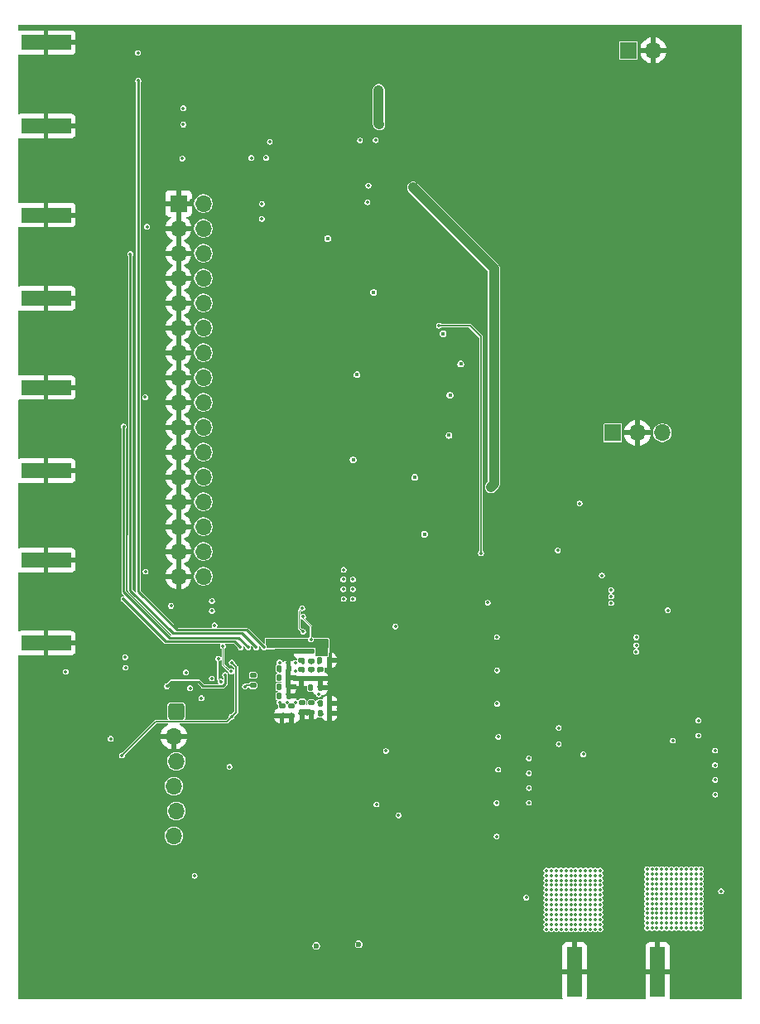
<source format=gbr>
%TF.GenerationSoftware,KiCad,Pcbnew,9.0.0-9.0.0-2~ubuntu22.04.1*%
%TF.CreationDate,2025-03-23T14:07:51-07:00*%
%TF.ProjectId,awg1,61776731-2e6b-4696-9361-645f70636258,rev?*%
%TF.SameCoordinates,Original*%
%TF.FileFunction,Copper,L6,Bot*%
%TF.FilePolarity,Positive*%
%FSLAX46Y46*%
G04 Gerber Fmt 4.6, Leading zero omitted, Abs format (unit mm)*
G04 Created by KiCad (PCBNEW 9.0.0-9.0.0-2~ubuntu22.04.1) date 2025-03-23 14:07:51*
%MOMM*%
%LPD*%
G01*
G04 APERTURE LIST*
G04 Aperture macros list*
%AMRoundRect*
0 Rectangle with rounded corners*
0 $1 Rounding radius*
0 $2 $3 $4 $5 $6 $7 $8 $9 X,Y pos of 4 corners*
0 Add a 4 corners polygon primitive as box body*
4,1,4,$2,$3,$4,$5,$6,$7,$8,$9,$2,$3,0*
0 Add four circle primitives for the rounded corners*
1,1,$1+$1,$2,$3*
1,1,$1+$1,$4,$5*
1,1,$1+$1,$6,$7*
1,1,$1+$1,$8,$9*
0 Add four rect primitives between the rounded corners*
20,1,$1+$1,$2,$3,$4,$5,0*
20,1,$1+$1,$4,$5,$6,$7,0*
20,1,$1+$1,$6,$7,$8,$9,0*
20,1,$1+$1,$8,$9,$2,$3,0*%
G04 Aperture macros list end*
%TA.AperFunction,SMDPad,CuDef*%
%ADD10R,1.500000X5.080000*%
%TD*%
%TA.AperFunction,ComponentPad*%
%ADD11O,1.700000X1.700000*%
%TD*%
%TA.AperFunction,ComponentPad*%
%ADD12R,1.700000X1.700000*%
%TD*%
%TA.AperFunction,SMDPad,CuDef*%
%ADD13R,5.080000X1.500000*%
%TD*%
%TA.AperFunction,ComponentPad*%
%ADD14RoundRect,0.340000X-0.510000X-0.510000X0.510000X-0.510000X0.510000X0.510000X-0.510000X0.510000X0*%
%TD*%
%TA.AperFunction,SMDPad,CuDef*%
%ADD15RoundRect,0.140000X-0.140000X-0.170000X0.140000X-0.170000X0.140000X0.170000X-0.140000X0.170000X0*%
%TD*%
%TA.AperFunction,SMDPad,CuDef*%
%ADD16RoundRect,0.140000X-0.170000X0.140000X-0.170000X-0.140000X0.170000X-0.140000X0.170000X0.140000X0*%
%TD*%
%TA.AperFunction,SMDPad,CuDef*%
%ADD17RoundRect,0.140000X0.170000X-0.140000X0.170000X0.140000X-0.170000X0.140000X-0.170000X-0.140000X0*%
%TD*%
%TA.AperFunction,SMDPad,CuDef*%
%ADD18RoundRect,0.135000X0.185000X-0.135000X0.185000X0.135000X-0.185000X0.135000X-0.185000X-0.135000X0*%
%TD*%
%TA.AperFunction,ViaPad*%
%ADD19C,0.350000*%
%TD*%
%TA.AperFunction,ViaPad*%
%ADD20C,0.600000*%
%TD*%
%TA.AperFunction,ViaPad*%
%ADD21C,0.450000*%
%TD*%
%TA.AperFunction,Conductor*%
%ADD22C,0.200000*%
%TD*%
%TA.AperFunction,Conductor*%
%ADD23C,0.250000*%
%TD*%
%TA.AperFunction,Conductor*%
%ADD24C,1.000000*%
%TD*%
%TA.AperFunction,Conductor*%
%ADD25C,0.089000*%
%TD*%
G04 APERTURE END LIST*
D10*
%TO.P,J2005,2,Ext*%
%TO.N,GND*%
X206179200Y-137609600D03*
X197679200Y-137609600D03*
%TD*%
D11*
%TO.P,J1801,3,Pin_3*%
%TO.N,-15V*%
X206654400Y-82550000D03*
%TO.P,J1801,2,Pin_2*%
%TO.N,GND*%
X204114400Y-82550000D03*
D12*
%TO.P,J1801,1,Pin_1*%
%TO.N,15V*%
X201574400Y-82550000D03*
%TD*%
D11*
%TO.P,J1802,2,Pin_2*%
%TO.N,GND*%
X205729000Y-43459400D03*
D12*
%TO.P,J1802,1,Pin_1*%
%TO.N,5V_USB*%
X203189000Y-43459400D03*
%TD*%
D13*
%TO.P,J1701,2,Ext*%
%TO.N,GND*%
X143620922Y-60293574D03*
X143620922Y-68793574D03*
%TD*%
%TO.P,J1501,2,Ext*%
%TO.N,GND*%
X143620922Y-77915073D03*
X143620922Y-86415073D03*
%TD*%
D11*
%TO.P,J202,6,Pin_6*%
%TO.N,/fpga/TMS*%
X156703922Y-123729981D03*
%TO.P,J202,5,Pin_5*%
%TO.N,/fpga/TDI*%
X156957922Y-121189981D03*
%TO.P,J202,4,Pin_4*%
%TO.N,/fpga/TDO*%
X156703922Y-118649981D03*
%TO.P,J202,3,Pin_3*%
%TO.N,/fpga/TCK*%
X156957922Y-116109981D03*
%TO.P,J202,2,Pin_2*%
%TO.N,GND*%
X156703922Y-113569981D03*
D14*
%TO.P,J202,1,Pin_1*%
%TO.N,3.3V*%
X156957922Y-111029981D03*
%TD*%
D11*
%TO.P,J201,32,Pin_32*%
%TO.N,/fpga/DBG15*%
X159720922Y-97219981D03*
%TO.P,J201,31,Pin_31*%
%TO.N,GND*%
X157180922Y-97219981D03*
%TO.P,J201,30,Pin_30*%
%TO.N,/fpga/DBG14*%
X159720922Y-94679981D03*
%TO.P,J201,29,Pin_29*%
%TO.N,GND*%
X157180922Y-94679981D03*
%TO.P,J201,28,Pin_28*%
%TO.N,/fpga/DBG13*%
X159720922Y-92139981D03*
%TO.P,J201,27,Pin_27*%
%TO.N,GND*%
X157180922Y-92139981D03*
%TO.P,J201,26,Pin_26*%
%TO.N,/fpga/DBG12*%
X159720922Y-89599981D03*
%TO.P,J201,25,Pin_25*%
%TO.N,GND*%
X157180922Y-89599981D03*
%TO.P,J201,24,Pin_24*%
%TO.N,/fpga/DBG11*%
X159720922Y-87059981D03*
%TO.P,J201,23,Pin_23*%
%TO.N,GND*%
X157180922Y-87059981D03*
%TO.P,J201,22,Pin_22*%
%TO.N,/fpga/DBG10*%
X159720922Y-84519981D03*
%TO.P,J201,21,Pin_21*%
%TO.N,GND*%
X157180922Y-84519981D03*
%TO.P,J201,20,Pin_20*%
%TO.N,/fpga/DBG9*%
X159720922Y-81979981D03*
%TO.P,J201,19,Pin_19*%
%TO.N,GND*%
X157180922Y-81979981D03*
%TO.P,J201,18,Pin_18*%
%TO.N,/fpga/DBG8*%
X159720922Y-79439981D03*
%TO.P,J201,17,Pin_17*%
%TO.N,GND*%
X157180922Y-79439981D03*
%TO.P,J201,16,Pin_16*%
%TO.N,/fpga/DBG7*%
X159720922Y-76899981D03*
%TO.P,J201,15,Pin_15*%
%TO.N,GND*%
X157180922Y-76899981D03*
%TO.P,J201,14,Pin_14*%
%TO.N,/fpga/DBG6*%
X159720922Y-74359981D03*
%TO.P,J201,13,Pin_13*%
%TO.N,GND*%
X157180922Y-74359981D03*
%TO.P,J201,12,Pin_12*%
%TO.N,/fpga/DBG5*%
X159720922Y-71819981D03*
%TO.P,J201,11,Pin_11*%
%TO.N,GND*%
X157180922Y-71819981D03*
%TO.P,J201,10,Pin_10*%
%TO.N,/fpga/DBG4*%
X159720922Y-69279981D03*
%TO.P,J201,9,Pin_9*%
%TO.N,GND*%
X157180922Y-69279981D03*
%TO.P,J201,8,Pin_8*%
%TO.N,/fpga/DBG3*%
X159720922Y-66739981D03*
%TO.P,J201,7,Pin_7*%
%TO.N,GND*%
X157180922Y-66739981D03*
%TO.P,J201,6,Pin_6*%
%TO.N,/fpga/DBG2*%
X159720922Y-64199981D03*
%TO.P,J201,5,Pin_5*%
%TO.N,GND*%
X157180922Y-64199981D03*
%TO.P,J201,4,Pin_4*%
%TO.N,/fpga/DBG1*%
X159720922Y-61659981D03*
%TO.P,J201,3,Pin_3*%
%TO.N,GND*%
X157180922Y-61659981D03*
%TO.P,J201,2,Pin_2*%
%TO.N,/fpga/DBG0*%
X159720922Y-59119981D03*
D12*
%TO.P,J201,1,Pin_1*%
%TO.N,GND*%
X157180922Y-59119981D03*
%TD*%
D13*
%TO.P,J1601,2,Ext*%
%TO.N,GND*%
X143620922Y-95536572D03*
X143620922Y-104036572D03*
%TD*%
%TO.P,J1401,2,Ext*%
%TO.N,GND*%
X143620922Y-42672075D03*
X143620922Y-51172075D03*
%TD*%
D15*
%TO.P,C217,2*%
%TO.N,GND*%
X168420000Y-107580000D03*
%TO.P,C217,1*%
%TO.N,1.1V*%
X167460000Y-107580000D03*
%TD*%
D16*
%TO.P,C210,2*%
%TO.N,GND*%
X170720000Y-107690000D03*
%TO.P,C210,1*%
%TO.N,1.1V*%
X170720000Y-106730000D03*
%TD*%
%TO.P,C206,2*%
%TO.N,GND*%
X168750000Y-111440000D03*
%TO.P,C206,1*%
%TO.N,3.3V*%
X168750000Y-110480000D03*
%TD*%
%TO.P,C203,2*%
%TO.N,GND*%
X171660000Y-107680000D03*
%TO.P,C203,1*%
%TO.N,3.3V*%
X171660000Y-106720000D03*
%TD*%
D15*
%TO.P,C212,2*%
%TO.N,GND*%
X168430000Y-106650000D03*
%TO.P,C212,1*%
%TO.N,2.5V*%
X167470000Y-106650000D03*
%TD*%
D17*
%TO.P,C207,2*%
%TO.N,GND*%
X169760000Y-104870000D03*
%TO.P,C207,1*%
%TO.N,3.3V*%
X169760000Y-105830000D03*
%TD*%
D15*
%TO.P,C201,2*%
%TO.N,GND*%
X172630000Y-110210000D03*
%TO.P,C201,1*%
%TO.N,3.3V*%
X171670000Y-110210000D03*
%TD*%
%TO.P,C216,2*%
%TO.N,GND*%
X172610000Y-111200000D03*
%TO.P,C216,1*%
%TO.N,3.3V*%
X171650000Y-111200000D03*
%TD*%
D16*
%TO.P,C204,2*%
%TO.N,GND*%
X167750000Y-111450000D03*
%TO.P,C204,1*%
%TO.N,3.3V*%
X167750000Y-110490000D03*
%TD*%
D15*
%TO.P,C205,2*%
%TO.N,GND*%
X172600000Y-105820000D03*
%TO.P,C205,1*%
%TO.N,3.3V*%
X171640000Y-105820000D03*
%TD*%
D16*
%TO.P,C202,2*%
%TO.N,GND*%
X169760000Y-107670000D03*
%TO.P,C202,1*%
%TO.N,3.3V*%
X169760000Y-106710000D03*
%TD*%
D17*
%TO.P,C218,2*%
%TO.N,GND*%
X170720000Y-104880000D03*
%TO.P,C218,1*%
%TO.N,1.1V*%
X170720000Y-105840000D03*
%TD*%
D15*
%TO.P,C213,2*%
%TO.N,GND*%
X168430000Y-108520000D03*
%TO.P,C213,1*%
%TO.N,1.1V*%
X167470000Y-108520000D03*
%TD*%
%TO.P,C219,2*%
%TO.N,GND*%
X168430000Y-109470000D03*
%TO.P,C219,1*%
%TO.N,1.1V*%
X167470000Y-109470000D03*
%TD*%
D18*
%TO.P,R207,2*%
%TO.N,Net-(U201H-PB13A{slash}+{slash}SN{slash}CSN)*%
X164790000Y-107330000D03*
%TO.P,R207,1*%
%TO.N,/fpga/nFPGA_RST*%
X164790000Y-108350000D03*
%TD*%
D16*
%TO.P,C208,2*%
%TO.N,GND*%
X169820000Y-111050000D03*
%TO.P,C208,1*%
%TO.N,3.3V*%
X169820000Y-110090000D03*
%TD*%
D15*
%TO.P,C215,2*%
%TO.N,GND*%
X171660000Y-108580000D03*
%TO.P,C215,1*%
%TO.N,1.1V*%
X170700000Y-108580000D03*
%TD*%
D16*
%TO.P,C211,2*%
%TO.N,GND*%
X170740000Y-111100000D03*
%TO.P,C211,1*%
%TO.N,2.5V*%
X170740000Y-110140000D03*
%TD*%
D19*
%TO.N,3.3V*%
X157665000Y-49377600D03*
%TO.N,GND*%
X143620922Y-51172075D03*
X143620922Y-42672075D03*
X143620922Y-60293574D03*
X143620922Y-68793574D03*
X143620922Y-77915073D03*
X143620922Y-86415073D03*
X143620922Y-95536572D03*
X143620922Y-104036572D03*
%TO.N,/fpga/nBTN_USR*%
X151384000Y-115519200D03*
%TO.N,3.3V*%
X145645922Y-106969078D03*
X151760922Y-106559078D03*
X151720922Y-105479078D03*
%TO.N,GND*%
X180330671Y-43801425D03*
X179276103Y-43868738D03*
X179264884Y-43128297D03*
X180319452Y-43083422D03*
X187073170Y-43846300D03*
X186063478Y-43184391D03*
X186164447Y-43857519D03*
X187073170Y-43128297D03*
X180369772Y-45568083D03*
X181094752Y-45578904D03*
X180245335Y-46514886D03*
X181094752Y-46455373D03*
X181864000Y-47828200D03*
X180692700Y-46041400D03*
X179805200Y-43466400D03*
X181630200Y-43466400D03*
X184330200Y-43466400D03*
X186555200Y-43466400D03*
X185667700Y-46041400D03*
X153941155Y-50813381D03*
X154017816Y-68378265D03*
%TO.N,3.3V*%
X153959658Y-61476817D03*
%TO.N,GND*%
X149098000Y-107460800D03*
X146155922Y-108539078D03*
%TO.N,3.3V*%
X153776033Y-78910219D03*
%TO.N,GND*%
X153911736Y-86024913D03*
%TO.N,3.3V*%
X153810627Y-96723306D03*
X153028422Y-43723574D03*
%TO.N,/fpga/DOUT1*%
X153060400Y-46558200D03*
%TO.N,/fpga/DOUT0*%
X152247600Y-64287400D03*
%TO.N,/fpga/REFCLK*%
X151561800Y-99542600D03*
%TO.N,/fpga/TRIG*%
X151587200Y-81915000D03*
%TO.N,GND*%
X150012400Y-83419701D03*
X150012400Y-48176703D03*
X150012400Y-65798202D03*
X150012400Y-101041200D03*
%TO.N,15V*%
X196062600Y-114350800D03*
%TO.N,-15V*%
X196062600Y-112699800D03*
%TO.N,15V*%
X210339966Y-111949487D03*
%TO.N,-15V*%
X210337400Y-113487200D03*
%TO.N,15V*%
X198196200Y-89764600D03*
%TO.N,GND*%
X195961000Y-89815400D03*
%TO.N,-15V*%
X195961000Y-94571700D03*
%TO.N,GND*%
X198145400Y-94501200D03*
%TO.N,3.3V*%
X162387400Y-116687600D03*
%TO.N,GND*%
X163347400Y-116687600D03*
X192557400Y-137795000D03*
X191557400Y-137795000D03*
X190533800Y-137795000D03*
X189533800Y-137795000D03*
X188533800Y-137795000D03*
X187533800Y-137795000D03*
X186533800Y-137795000D03*
X185533800Y-137795000D03*
X184533800Y-137795000D03*
X183533800Y-137795000D03*
X182533800Y-137795000D03*
X181533800Y-137795000D03*
X180533800Y-137795000D03*
X179533800Y-137795000D03*
X178533800Y-137795000D03*
X177533800Y-137795000D03*
X176533800Y-137795000D03*
X175533800Y-137795000D03*
X174533800Y-137795000D03*
X173533800Y-137795000D03*
X172533800Y-137795000D03*
X171533800Y-137795000D03*
X170533800Y-137795000D03*
X169533800Y-137795000D03*
X168533800Y-137795000D03*
X167533800Y-137795000D03*
X166533800Y-137795000D03*
X161048400Y-135763000D03*
X161061400Y-134010400D03*
X158375600Y-131572000D03*
X163357600Y-127762000D03*
X159311400Y-129057400D03*
%TO.N,3.3V*%
X158826200Y-127812800D03*
X178384200Y-115062000D03*
%TO.N,GND*%
X178384200Y-116022000D03*
X180314600Y-102285800D03*
%TO.N,3.3V*%
X179349400Y-102336600D03*
%TO.N,GND*%
X173106200Y-96545400D03*
X173080800Y-97536000D03*
X173080800Y-98526600D03*
X173106200Y-99517200D03*
X175968600Y-97536000D03*
X175968600Y-98526600D03*
X175968600Y-99517200D03*
%TO.N,1.1V*%
X175008600Y-99517200D03*
X175008600Y-98526600D03*
X175008600Y-97536000D03*
%TO.N,3.3V*%
X174066200Y-96545400D03*
%TO.N,1.1V*%
X174040800Y-97536000D03*
X174040800Y-98526600D03*
X174066200Y-99517200D03*
%TO.N,2.5V*%
X157560000Y-54520000D03*
%TO.N,GND*%
X159636400Y-99731600D03*
X159639000Y-100736400D03*
%TO.N,2.5V*%
X160599000Y-100736400D03*
X160596400Y-99731600D03*
%TO.N,3.3V*%
X160858200Y-102221022D03*
%TO.N,15V*%
X212665900Y-129402100D03*
%TO.N,GND*%
X212665900Y-126452100D03*
%TO.N,-15V*%
X192735200Y-130048000D03*
%TO.N,GND*%
X192735200Y-127098000D03*
%TO.N,15V*%
X198574500Y-115400100D03*
%TO.N,-15V*%
X207727000Y-113999600D03*
%TO.N,GND*%
X197698959Y-136200935D03*
X206198758Y-136200935D03*
X206179200Y-137609600D03*
X197679200Y-137609600D03*
%TO.N,15V*%
X210097100Y-129660100D03*
X205097100Y-133160100D03*
X205097100Y-132660100D03*
X205097100Y-132160100D03*
X205097100Y-131660100D03*
X205097100Y-131160100D03*
X205097100Y-130660100D03*
X205097100Y-130160100D03*
X205097100Y-129660100D03*
X205097100Y-129160100D03*
X205097100Y-128660100D03*
X205097100Y-128160100D03*
X205097100Y-127660100D03*
X205097100Y-127160100D03*
X205597100Y-133160100D03*
X205597100Y-132660100D03*
X205597100Y-132160100D03*
X205597100Y-131660100D03*
X205597100Y-131160100D03*
X205597100Y-130660100D03*
X205597100Y-130160100D03*
X205597100Y-129660100D03*
X205597100Y-129160100D03*
X205597100Y-128660100D03*
X205597100Y-128160100D03*
X205597100Y-127660100D03*
X205597100Y-127160100D03*
X206097100Y-133160100D03*
X206097100Y-132660100D03*
X206097100Y-132160100D03*
X206097100Y-131660100D03*
X206097100Y-131160100D03*
X206097100Y-130660100D03*
X206097100Y-130160100D03*
X206097100Y-129660100D03*
X206097100Y-129160100D03*
X206097100Y-128660100D03*
X206097100Y-128160100D03*
X206097100Y-127660100D03*
X206097100Y-127160100D03*
X206597100Y-133160100D03*
X206597100Y-132660100D03*
X206597100Y-132160100D03*
X206597100Y-131660100D03*
X206597100Y-131160100D03*
X206597100Y-130660100D03*
X206597100Y-130160100D03*
X206597100Y-129660100D03*
X206597100Y-129160100D03*
X206597100Y-128660100D03*
X206597100Y-128160100D03*
X206597100Y-127660100D03*
X206597100Y-127160100D03*
X207097100Y-133160100D03*
X207097100Y-132660100D03*
X207097100Y-132160100D03*
X207097100Y-131660100D03*
X207097100Y-131160100D03*
X207097100Y-130660100D03*
X207097100Y-130160100D03*
X207097100Y-129660100D03*
X207097100Y-129160100D03*
X207097100Y-128660100D03*
X207097100Y-128160100D03*
X207097100Y-127660100D03*
X207097100Y-127160100D03*
X207597100Y-133160100D03*
X207597100Y-132660100D03*
X207597100Y-132160100D03*
X207597100Y-131660100D03*
X207597100Y-131160100D03*
X207597100Y-130660100D03*
X207597100Y-130160100D03*
X207597100Y-129660100D03*
X207597100Y-129160100D03*
X207597100Y-128660100D03*
X207597100Y-128160100D03*
X210597100Y-131660100D03*
X210097100Y-128660100D03*
X209097100Y-133160100D03*
X209097100Y-132660100D03*
X209097100Y-132160100D03*
X209097100Y-131660100D03*
X209097100Y-131160100D03*
X209097100Y-130660100D03*
X209097100Y-130160100D03*
X209097100Y-129660100D03*
X209097100Y-129160100D03*
X209097100Y-128660100D03*
X209097100Y-128160100D03*
X209097100Y-127660100D03*
X209097100Y-127160100D03*
X209597100Y-133160100D03*
X210097100Y-132160100D03*
X210097100Y-131660100D03*
X207597100Y-127660100D03*
X207597100Y-127160100D03*
X208097100Y-133160100D03*
X208097100Y-132660100D03*
X208097100Y-132160100D03*
X208097100Y-131660100D03*
X208097100Y-131160100D03*
X208097100Y-130660100D03*
X208097100Y-130160100D03*
X208097100Y-129660100D03*
X208097100Y-129160100D03*
X208097100Y-128660100D03*
X208097100Y-128160100D03*
X208097100Y-127660100D03*
X208097100Y-127160100D03*
X208597100Y-133160100D03*
X208597100Y-132660100D03*
X208597100Y-131160100D03*
X208597100Y-130660100D03*
X208597100Y-130160100D03*
X208597100Y-129660100D03*
X208597100Y-129160100D03*
X208597100Y-128660100D03*
X208597100Y-128160100D03*
X208597100Y-127660100D03*
X208597100Y-127160100D03*
X209597100Y-128160100D03*
X209597100Y-127660100D03*
X209597100Y-127160100D03*
X210097100Y-129160100D03*
X209597100Y-131160100D03*
X209597100Y-130660100D03*
X208597100Y-132160100D03*
X208597100Y-131660100D03*
X210097100Y-131160100D03*
X210097100Y-130660100D03*
X209597100Y-132660100D03*
X209597100Y-132160100D03*
X209597100Y-131660100D03*
X209597100Y-130160100D03*
X209597100Y-129160100D03*
X209597100Y-128660100D03*
X210097100Y-127660100D03*
X210097100Y-128160100D03*
X210597100Y-132160100D03*
X210597100Y-128660100D03*
X210597100Y-127160100D03*
X210597100Y-127660100D03*
X210597100Y-129660100D03*
X210597100Y-128160100D03*
X210097100Y-133160100D03*
X210097100Y-132660100D03*
X210597100Y-130660100D03*
X210597100Y-131160100D03*
X210597100Y-129160100D03*
X210597100Y-130160100D03*
X210597100Y-132660100D03*
X209597100Y-129660100D03*
X210097100Y-130160100D03*
X210097100Y-127160100D03*
X210597100Y-133160100D03*
%TO.N,-15V*%
X199802100Y-129780500D03*
X194802100Y-133280500D03*
X194802100Y-132780500D03*
X194802100Y-132280500D03*
X194802100Y-131780500D03*
X194802100Y-131280500D03*
X194802100Y-130780500D03*
X194802100Y-130280500D03*
X194802100Y-129780500D03*
X194802100Y-129280500D03*
X194802100Y-128780500D03*
X194802100Y-128280500D03*
X194802100Y-127780500D03*
X194802100Y-127280500D03*
X195302100Y-133280500D03*
X195302100Y-132780500D03*
X195302100Y-132280500D03*
X195302100Y-131780500D03*
X195302100Y-131280500D03*
X195302100Y-130780500D03*
X195302100Y-130280500D03*
X195302100Y-129780500D03*
X195302100Y-129280500D03*
X195302100Y-128780500D03*
X195302100Y-128280500D03*
X195302100Y-127780500D03*
X195302100Y-127280500D03*
X195802100Y-133280500D03*
X195802100Y-132780500D03*
X195802100Y-132280500D03*
X195802100Y-131780500D03*
X195802100Y-131280500D03*
X195802100Y-130780500D03*
X195802100Y-130280500D03*
X195802100Y-129780500D03*
X195802100Y-129280500D03*
X195802100Y-128780500D03*
X195802100Y-128280500D03*
X195802100Y-127780500D03*
X195802100Y-127280500D03*
X196302100Y-133280500D03*
X196302100Y-132780500D03*
X196302100Y-132280500D03*
X196302100Y-131780500D03*
X196302100Y-131280500D03*
X196302100Y-130780500D03*
X196302100Y-130280500D03*
X196302100Y-129780500D03*
X196302100Y-129280500D03*
X196302100Y-128780500D03*
X196302100Y-128280500D03*
X196302100Y-127780500D03*
X196302100Y-127280500D03*
X196802100Y-133280500D03*
X196802100Y-132780500D03*
X196802100Y-132280500D03*
X196802100Y-131780500D03*
X196802100Y-131280500D03*
X196802100Y-130780500D03*
X196802100Y-130280500D03*
X196802100Y-129780500D03*
X196802100Y-129280500D03*
X196802100Y-128780500D03*
X196802100Y-128280500D03*
X196802100Y-127780500D03*
X196802100Y-127280500D03*
X197302100Y-133280500D03*
X197302100Y-132780500D03*
X197302100Y-132280500D03*
X197302100Y-131780500D03*
X197302100Y-131280500D03*
X197302100Y-130780500D03*
X197302100Y-130280500D03*
X197302100Y-129780500D03*
X197302100Y-129280500D03*
X197302100Y-128780500D03*
X197302100Y-128280500D03*
X200302100Y-131780500D03*
X199802100Y-128780500D03*
X198802100Y-133280500D03*
X198802100Y-132780500D03*
X198802100Y-132280500D03*
X198802100Y-131780500D03*
X198802100Y-131280500D03*
X198802100Y-130780500D03*
X198802100Y-130280500D03*
X198802100Y-129780500D03*
X198802100Y-129280500D03*
X198802100Y-128780500D03*
X198802100Y-128280500D03*
X198802100Y-127780500D03*
X198802100Y-127280500D03*
X199302100Y-133280500D03*
X199802100Y-132280500D03*
X199802100Y-131780500D03*
X197302100Y-127780500D03*
X197302100Y-127280500D03*
X197802100Y-133280500D03*
X197802100Y-132780500D03*
X197802100Y-132280500D03*
X197802100Y-131780500D03*
X197802100Y-131280500D03*
X197802100Y-130780500D03*
X197802100Y-130280500D03*
X197802100Y-129780500D03*
X197802100Y-129280500D03*
X197802100Y-128780500D03*
X197802100Y-128280500D03*
X197802100Y-127780500D03*
X197802100Y-127280500D03*
X198302100Y-133280500D03*
X198302100Y-132780500D03*
X198302100Y-131280500D03*
X198302100Y-130780500D03*
X198302100Y-130280500D03*
X198302100Y-129780500D03*
X198302100Y-129280500D03*
X198302100Y-128780500D03*
X198302100Y-128280500D03*
X198302100Y-127780500D03*
X198302100Y-127280500D03*
X199302100Y-128280500D03*
X199302100Y-127780500D03*
X199302100Y-127280500D03*
X199802100Y-129280500D03*
X199302100Y-131280500D03*
X199302100Y-130780500D03*
X198302100Y-132280500D03*
X198302100Y-131780500D03*
X199802100Y-131280500D03*
X199802100Y-130780500D03*
X199302100Y-132780500D03*
X199302100Y-132280500D03*
X199302100Y-131780500D03*
X199302100Y-130280500D03*
X199302100Y-129280500D03*
X199302100Y-128780500D03*
X199802100Y-127780500D03*
X199802100Y-128280500D03*
X200302100Y-132280500D03*
X200302100Y-128780500D03*
X200302100Y-127280500D03*
X200302100Y-127780500D03*
X200302100Y-129780500D03*
X200302100Y-128280500D03*
X199802100Y-133280500D03*
X199802100Y-132780500D03*
X200302100Y-130780500D03*
X200302100Y-131280500D03*
X200302100Y-129280500D03*
X200302100Y-130280500D03*
X200302100Y-132780500D03*
X199302100Y-129780500D03*
X199802100Y-130280500D03*
X199802100Y-127280500D03*
X200302100Y-133280500D03*
X193006600Y-120350633D03*
X193006600Y-118837300D03*
X193006700Y-117331834D03*
X193006700Y-115818500D03*
%TO.N,GND*%
X198924100Y-97124100D03*
%TO.N,-15V*%
X200474100Y-97124100D03*
%TO.N,GND*%
X207217500Y-102229500D03*
%TO.N,15V*%
X207217500Y-100679500D03*
%TO.N,-15V*%
X201427888Y-98626417D03*
X201421395Y-99256176D03*
X201427888Y-99950859D03*
%TO.N,15V*%
X203990657Y-103448889D03*
X203986900Y-104260435D03*
X203983143Y-104917936D03*
X212064500Y-119512100D03*
X212064500Y-118012100D03*
X212054500Y-116512100D03*
X212044500Y-115022100D03*
%TO.N,GND*%
X183678364Y-113438093D03*
X173113400Y-113274981D03*
D20*
X172700922Y-134769981D03*
D21*
X187056510Y-84833034D03*
X182426476Y-91302431D03*
X182740172Y-72414931D03*
D19*
X163513400Y-110874981D03*
X171513400Y-107674981D03*
X175513400Y-114074981D03*
X171513400Y-108474981D03*
D21*
X188526476Y-69802431D03*
X177426476Y-76302431D03*
D19*
X163513400Y-114074981D03*
X183678364Y-116849521D03*
X169913400Y-114074981D03*
X159590922Y-107679078D03*
D21*
X180340172Y-72414931D03*
D19*
X159600000Y-105870000D03*
X168313400Y-106074981D03*
D21*
X183326476Y-89402431D03*
X186426476Y-74102431D03*
D19*
X168691318Y-111313202D03*
X166942172Y-133559981D03*
X165913400Y-113274981D03*
X148892600Y-114224200D03*
X183678364Y-123672377D03*
X175513400Y-102074981D03*
X156025922Y-104339078D03*
X170713400Y-109274981D03*
X168383422Y-133559981D03*
X147352600Y-112814200D03*
X159215000Y-51040000D03*
X163450000Y-102060000D03*
X165712500Y-57520000D03*
X183678364Y-110026665D03*
D21*
X184326476Y-89602431D03*
D19*
X169913400Y-102074981D03*
X169476711Y-104896173D03*
X157400922Y-108659078D03*
X159520922Y-110709078D03*
X169113400Y-109274981D03*
D20*
X169650922Y-127709981D03*
D19*
X172686679Y-110410535D03*
D21*
X181240172Y-72414931D03*
D19*
X177340000Y-54180000D03*
X172686679Y-111264737D03*
X164630000Y-56015000D03*
X173113400Y-102874981D03*
X179710000Y-55920000D03*
X176650000Y-55720000D03*
X168313400Y-107674981D03*
X168313400Y-106874981D03*
D20*
X177059114Y-134927729D03*
D19*
X166130000Y-55985000D03*
X183678364Y-120260949D03*
X169913400Y-108474981D03*
X167840000Y-111310000D03*
D21*
X184240172Y-78202431D03*
D19*
X183678364Y-103203809D03*
X183678364Y-99792381D03*
D21*
X172426476Y-70802431D03*
X174526476Y-72402431D03*
X180340172Y-76402431D03*
D19*
X165913400Y-102874981D03*
X169113400Y-107674981D03*
X169542490Y-111231417D03*
D21*
X174526476Y-73902431D03*
D19*
X159085000Y-54495000D03*
D20*
X173550922Y-127749981D03*
D19*
X143187600Y-112659200D03*
X179510922Y-116229078D03*
D21*
X187240172Y-82902431D03*
D19*
X168313400Y-109274981D03*
X169913400Y-107674981D03*
X169113400Y-108474981D03*
X175740000Y-54215000D03*
X163513400Y-105274981D03*
X183678364Y-106615237D03*
D21*
X174040172Y-83302431D03*
D19*
X168765000Y-57210000D03*
D21*
X184726476Y-71002431D03*
D19*
X159320922Y-113919078D03*
D21*
X184140172Y-82002431D03*
X189126476Y-93602431D03*
D19*
X169913400Y-109274981D03*
X168313400Y-108474981D03*
D21*
X175023995Y-70832921D03*
D19*
X172717648Y-105673183D03*
X170713400Y-107674981D03*
X170310000Y-111260000D03*
%TO.N,3.3V*%
X176595000Y-57280000D03*
X171877914Y-111267766D03*
X177650000Y-47510000D03*
X189752500Y-106826957D03*
D21*
X181340172Y-87102431D03*
D19*
X171513400Y-106074981D03*
X169913400Y-106874981D03*
X167513400Y-110074981D03*
X171513400Y-110074981D03*
D21*
X184840172Y-82802431D03*
D19*
X156410000Y-100230000D03*
X177340000Y-52630000D03*
X169913400Y-110074981D03*
X189872500Y-116966957D03*
X188798422Y-99902125D03*
X171513400Y-109274981D03*
X169113400Y-106874981D03*
D21*
X184240172Y-72414931D03*
D19*
X176507500Y-58990000D03*
X177727500Y-51040000D03*
X167513400Y-106020000D03*
D21*
X186040172Y-75502431D03*
D19*
X169500000Y-104060000D03*
X189702500Y-120386957D03*
D21*
X172426476Y-62702431D03*
X184940172Y-78702431D03*
D19*
X169113400Y-106074981D03*
X168313400Y-110074981D03*
X177420922Y-120519078D03*
D21*
X175426476Y-76602431D03*
D19*
X171513400Y-106874981D03*
X175740000Y-52665000D03*
D20*
X175605922Y-134814981D03*
D19*
X168710000Y-110410000D03*
X159520922Y-109669078D03*
D21*
X177126476Y-68202431D03*
D19*
X189882500Y-113626957D03*
X179680922Y-121639078D03*
X189752500Y-110236957D03*
D21*
X182326476Y-92902431D03*
D20*
X171270922Y-134969981D03*
D19*
X171900000Y-104890000D03*
X150242600Y-113814200D03*
D21*
X175040172Y-85302431D03*
D19*
X167918901Y-110440826D03*
X158360922Y-108659078D03*
X189732500Y-103416957D03*
X160590922Y-107651577D03*
X157930922Y-107039078D03*
X189710922Y-123799078D03*
X157665000Y-51040000D03*
X169913400Y-106074981D03*
X167110000Y-104090000D03*
X169113400Y-110074981D03*
%TO.N,1.1V*%
X166130000Y-54435000D03*
X166517500Y-52800000D03*
X164630000Y-54465000D03*
X165700000Y-60680000D03*
X165705000Y-59150000D03*
%TO.N,5V_USB*%
X181160000Y-57490000D03*
X189117022Y-88092978D03*
%TO.N,/ft232/CLK_12M_FT*%
X183800000Y-71590000D03*
X188110000Y-94870000D03*
%TO.N,/fpga/nBTN_USR*%
X162600000Y-111570000D03*
X162630922Y-106029078D03*
%TO.N,/fpga/nFPGA_RST*%
X163980000Y-108470000D03*
%TO.N,1.1V*%
X170713400Y-106874981D03*
X167513400Y-109274981D03*
X170713400Y-108474981D03*
X167513400Y-108474981D03*
X167513400Y-107674981D03*
X170713400Y-106074981D03*
%TO.N,2.5V*%
X167513400Y-106874981D03*
X170713400Y-110074981D03*
%TO.N,/fpga/CFG_CDONE*%
X155990000Y-108447350D03*
X161940922Y-107279078D03*
%TO.N,Net-(U201H-PB13A{slash}+{slash}SN{slash}CSN)*%
X164730922Y-107279078D03*
%TO.N,/fpga/CFG_IO1*%
X161720922Y-104359078D03*
X162580922Y-106939078D03*
%TO.N,/fpga/DATA7*%
X169913400Y-102874981D03*
X169820922Y-100479078D03*
%TO.N,/fpga/CTRL0*%
X170713400Y-103674981D03*
X169910922Y-101339078D03*
%TO.N,/fpga/DOUT0*%
X165113400Y-104474981D03*
%TO.N,/fpga/DOUT1*%
X165913400Y-104474981D03*
%TO.N,/fpga/TRIG*%
X164313400Y-104474981D03*
%TO.N,/fpga/REFCLK*%
X163513400Y-104474981D03*
%TO.N,/fpga/CFG_0*%
X161230922Y-105629078D03*
X161500922Y-107969078D03*
%TO.N,GND*%
X157287925Y-98659078D03*
X158500922Y-50286081D03*
X158500922Y-58786081D03*
X158500922Y-67907580D03*
X158500922Y-76407580D03*
%TD*%
D22*
%TO.N,/fpga/nBTN_USR*%
X154833319Y-112069881D02*
X151384000Y-115519200D01*
X162100119Y-112069881D02*
X154833319Y-112069881D01*
X162600000Y-111570000D02*
X162100119Y-112069881D01*
D23*
%TO.N,/fpga/TRIG*%
X151570922Y-81889078D02*
X151530922Y-81849078D01*
%TO.N,/fpga/REFCLK*%
X151570922Y-99510577D02*
X151530922Y-99470577D01*
D22*
%TO.N,GND*%
X170740000Y-111100000D02*
X169870000Y-111100000D01*
X169870000Y-111100000D02*
X169820000Y-111050000D01*
X170100000Y-111050000D02*
X170310000Y-111260000D01*
X170740000Y-111100000D02*
X170470000Y-111100000D01*
X170470000Y-111100000D02*
X170310000Y-111260000D01*
D23*
X170720000Y-104880000D02*
X169770000Y-104880000D01*
X169770000Y-104880000D02*
X169760000Y-104870000D01*
D22*
X169820000Y-111050000D02*
X170100000Y-111050000D01*
D24*
%TO.N,3.3V*%
X177650000Y-50962500D02*
X177727500Y-51040000D01*
X177650000Y-47510000D02*
X177650000Y-50962500D01*
%TO.N,5V_USB*%
X189426476Y-65756476D02*
X181160000Y-57490000D01*
X189426476Y-87783524D02*
X189426476Y-65756476D01*
X189117022Y-88092978D02*
X189426476Y-87783524D01*
D22*
%TO.N,/ft232/CLK_12M_FT*%
X188110000Y-94870000D02*
X188110000Y-72720000D01*
X187920000Y-72530000D02*
X186980000Y-71590000D01*
X188110000Y-72720000D02*
X187920000Y-72530000D01*
X186980000Y-71590000D02*
X183800000Y-71590000D01*
%TO.N,/fpga/nBTN_USR*%
X163063400Y-111106600D02*
X162600000Y-111570000D01*
X162630922Y-106029078D02*
X163063400Y-106461556D01*
X163063400Y-106461556D02*
X163063400Y-111106600D01*
%TO.N,/fpga/nFPGA_RST*%
X164790000Y-108350000D02*
X164090000Y-108350000D01*
X164090000Y-108350000D02*
X163970000Y-108470000D01*
D23*
%TO.N,/fpga/CFG_CDONE*%
X156477350Y-107960000D02*
X155990000Y-108447350D01*
X159684170Y-108444078D02*
X159200092Y-107960000D01*
X161940922Y-107279078D02*
X161975922Y-107314078D01*
X161697674Y-108444078D02*
X159684170Y-108444078D01*
X161975922Y-108165830D02*
X161697674Y-108444078D01*
X159200092Y-107960000D02*
X156477350Y-107960000D01*
X161975922Y-107314078D02*
X161975922Y-108165830D01*
D25*
%TO.N,Net-(U201H-PB13A{slash}+{slash}SN{slash}CSN)*%
X164920922Y-107499981D02*
X164920922Y-107469078D01*
X164920922Y-107469078D02*
X164730922Y-107279078D01*
%TO.N,/fpga/CFG_IO1*%
X162440922Y-106939078D02*
X162580922Y-106939078D01*
X161720922Y-106219078D02*
X162440922Y-106939078D01*
X161720922Y-104359078D02*
X161720922Y-106219078D01*
%TO.N,/fpga/DATA7*%
X169516422Y-102478003D02*
X169913400Y-102874981D01*
X169820922Y-100479078D02*
X169516422Y-100783578D01*
X169516422Y-100783578D02*
X169516422Y-102478003D01*
%TO.N,/fpga/CTRL0*%
X169910922Y-101514595D02*
X170713400Y-102317073D01*
X169910922Y-101339078D02*
X169910922Y-101514595D01*
X170713400Y-102317073D02*
X170713400Y-103674981D01*
D23*
%TO.N,/fpga/DOUT0*%
X152220922Y-93019078D02*
X152240922Y-92999078D01*
X165113400Y-104474981D02*
X163677497Y-103039078D01*
X152240922Y-92999078D02*
X152240922Y-64249078D01*
X156610922Y-103039078D02*
X152220922Y-98649078D01*
X163677497Y-103039078D02*
X156610922Y-103039078D01*
X152220922Y-98649078D02*
X152220922Y-93019078D01*
%TO.N,/fpga/DOUT1*%
X157022022Y-102700178D02*
X153060922Y-98739078D01*
X165913400Y-104474981D02*
X164138597Y-102700178D01*
X164138597Y-102700178D02*
X157022022Y-102700178D01*
X153060922Y-98739078D02*
X153060922Y-46509078D01*
%TO.N,/fpga/TRIG*%
X164313400Y-104474981D02*
X163337497Y-103499078D01*
X151570922Y-81889078D02*
X151530922Y-81849078D01*
X156270922Y-103499078D02*
X151570922Y-98799078D01*
X163337497Y-103499078D02*
X156270922Y-103499078D01*
X151570922Y-98659078D02*
X151570922Y-81889078D01*
%TO.N,/fpga/REFCLK*%
X155890922Y-103879078D02*
X151524015Y-99512171D01*
X163513400Y-104474981D02*
X162917497Y-103879078D01*
X162917497Y-103879078D02*
X155890922Y-103879078D01*
D25*
%TO.N,/fpga/CFG_0*%
X161230922Y-107699078D02*
X161230922Y-105629078D01*
X161500922Y-107969078D02*
X161230922Y-107699078D01*
%TD*%
%TA.AperFunction,Conductor*%
%TO.N,GND*%
G36*
X157430922Y-96786969D02*
G01*
X157373915Y-96754056D01*
X157246748Y-96719981D01*
X157115096Y-96719981D01*
X156987929Y-96754056D01*
X156930922Y-96786969D01*
X156930922Y-95112993D01*
X156987929Y-95145906D01*
X157115096Y-95179981D01*
X157246748Y-95179981D01*
X157373915Y-95145906D01*
X157430922Y-95112993D01*
X157430922Y-96786969D01*
G37*
%TD.AperFunction*%
%TA.AperFunction,Conductor*%
G36*
X157430922Y-94246969D02*
G01*
X157373915Y-94214056D01*
X157246748Y-94179981D01*
X157115096Y-94179981D01*
X156987929Y-94214056D01*
X156930922Y-94246969D01*
X156930922Y-92572993D01*
X156987929Y-92605906D01*
X157115096Y-92639981D01*
X157246748Y-92639981D01*
X157373915Y-92605906D01*
X157430922Y-92572993D01*
X157430922Y-94246969D01*
G37*
%TD.AperFunction*%
%TA.AperFunction,Conductor*%
G36*
X157430922Y-91706969D02*
G01*
X157373915Y-91674056D01*
X157246748Y-91639981D01*
X157115096Y-91639981D01*
X156987929Y-91674056D01*
X156930922Y-91706969D01*
X156930922Y-90032993D01*
X156987929Y-90065906D01*
X157115096Y-90099981D01*
X157246748Y-90099981D01*
X157373915Y-90065906D01*
X157430922Y-90032993D01*
X157430922Y-91706969D01*
G37*
%TD.AperFunction*%
%TA.AperFunction,Conductor*%
G36*
X157430922Y-89166969D02*
G01*
X157373915Y-89134056D01*
X157246748Y-89099981D01*
X157115096Y-89099981D01*
X156987929Y-89134056D01*
X156930922Y-89166969D01*
X156930922Y-87492993D01*
X156987929Y-87525906D01*
X157115096Y-87559981D01*
X157246748Y-87559981D01*
X157373915Y-87525906D01*
X157430922Y-87492993D01*
X157430922Y-89166969D01*
G37*
%TD.AperFunction*%
%TA.AperFunction,Conductor*%
G36*
X157430922Y-86626969D02*
G01*
X157373915Y-86594056D01*
X157246748Y-86559981D01*
X157115096Y-86559981D01*
X156987929Y-86594056D01*
X156930922Y-86626969D01*
X156930922Y-84952993D01*
X156987929Y-84985906D01*
X157115096Y-85019981D01*
X157246748Y-85019981D01*
X157373915Y-84985906D01*
X157430922Y-84952993D01*
X157430922Y-86626969D01*
G37*
%TD.AperFunction*%
%TA.AperFunction,Conductor*%
G36*
X157430922Y-84086969D02*
G01*
X157373915Y-84054056D01*
X157246748Y-84019981D01*
X157115096Y-84019981D01*
X156987929Y-84054056D01*
X156930922Y-84086969D01*
X156930922Y-82412993D01*
X156987929Y-82445906D01*
X157115096Y-82479981D01*
X157246748Y-82479981D01*
X157373915Y-82445906D01*
X157430922Y-82412993D01*
X157430922Y-84086969D01*
G37*
%TD.AperFunction*%
%TA.AperFunction,Conductor*%
G36*
X157430922Y-81546969D02*
G01*
X157373915Y-81514056D01*
X157246748Y-81479981D01*
X157115096Y-81479981D01*
X156987929Y-81514056D01*
X156930922Y-81546969D01*
X156930922Y-79872993D01*
X156987929Y-79905906D01*
X157115096Y-79939981D01*
X157246748Y-79939981D01*
X157373915Y-79905906D01*
X157430922Y-79872993D01*
X157430922Y-81546969D01*
G37*
%TD.AperFunction*%
%TA.AperFunction,Conductor*%
G36*
X157430922Y-79006969D02*
G01*
X157373915Y-78974056D01*
X157246748Y-78939981D01*
X157115096Y-78939981D01*
X156987929Y-78974056D01*
X156930922Y-79006969D01*
X156930922Y-77332993D01*
X156987929Y-77365906D01*
X157115096Y-77399981D01*
X157246748Y-77399981D01*
X157373915Y-77365906D01*
X157430922Y-77332993D01*
X157430922Y-79006969D01*
G37*
%TD.AperFunction*%
%TA.AperFunction,Conductor*%
G36*
X157430922Y-76466969D02*
G01*
X157373915Y-76434056D01*
X157246748Y-76399981D01*
X157115096Y-76399981D01*
X156987929Y-76434056D01*
X156930922Y-76466969D01*
X156930922Y-74792993D01*
X156987929Y-74825906D01*
X157115096Y-74859981D01*
X157246748Y-74859981D01*
X157373915Y-74825906D01*
X157430922Y-74792993D01*
X157430922Y-76466969D01*
G37*
%TD.AperFunction*%
%TA.AperFunction,Conductor*%
G36*
X157430922Y-73926969D02*
G01*
X157373915Y-73894056D01*
X157246748Y-73859981D01*
X157115096Y-73859981D01*
X156987929Y-73894056D01*
X156930922Y-73926969D01*
X156930922Y-72252993D01*
X156987929Y-72285906D01*
X157115096Y-72319981D01*
X157246748Y-72319981D01*
X157373915Y-72285906D01*
X157430922Y-72252993D01*
X157430922Y-73926969D01*
G37*
%TD.AperFunction*%
%TA.AperFunction,Conductor*%
G36*
X157430922Y-71386969D02*
G01*
X157373915Y-71354056D01*
X157246748Y-71319981D01*
X157115096Y-71319981D01*
X156987929Y-71354056D01*
X156930922Y-71386969D01*
X156930922Y-69712993D01*
X156987929Y-69745906D01*
X157115096Y-69779981D01*
X157246748Y-69779981D01*
X157373915Y-69745906D01*
X157430922Y-69712993D01*
X157430922Y-71386969D01*
G37*
%TD.AperFunction*%
%TA.AperFunction,Conductor*%
G36*
X157430922Y-68846969D02*
G01*
X157373915Y-68814056D01*
X157246748Y-68779981D01*
X157115096Y-68779981D01*
X156987929Y-68814056D01*
X156930922Y-68846969D01*
X156930922Y-67172993D01*
X156987929Y-67205906D01*
X157115096Y-67239981D01*
X157246748Y-67239981D01*
X157373915Y-67205906D01*
X157430922Y-67172993D01*
X157430922Y-68846969D01*
G37*
%TD.AperFunction*%
%TA.AperFunction,Conductor*%
G36*
X157430922Y-66306969D02*
G01*
X157373915Y-66274056D01*
X157246748Y-66239981D01*
X157115096Y-66239981D01*
X156987929Y-66274056D01*
X156930922Y-66306969D01*
X156930922Y-64632993D01*
X156987929Y-64665906D01*
X157115096Y-64699981D01*
X157246748Y-64699981D01*
X157373915Y-64665906D01*
X157430922Y-64632993D01*
X157430922Y-66306969D01*
G37*
%TD.AperFunction*%
%TA.AperFunction,Conductor*%
G36*
X157430922Y-63766969D02*
G01*
X157373915Y-63734056D01*
X157246748Y-63699981D01*
X157115096Y-63699981D01*
X156987929Y-63734056D01*
X156930922Y-63766969D01*
X156930922Y-62092993D01*
X156987929Y-62125906D01*
X157115096Y-62159981D01*
X157246748Y-62159981D01*
X157373915Y-62125906D01*
X157430922Y-62092993D01*
X157430922Y-63766969D01*
G37*
%TD.AperFunction*%
%TA.AperFunction,Conductor*%
G36*
X157430922Y-61226969D02*
G01*
X157373915Y-61194056D01*
X157246748Y-61159981D01*
X157115096Y-61159981D01*
X156987929Y-61194056D01*
X156930922Y-61226969D01*
X156930922Y-59552993D01*
X156987929Y-59585906D01*
X157115096Y-59619981D01*
X157246748Y-59619981D01*
X157373915Y-59585906D01*
X157430922Y-59552993D01*
X157430922Y-61226969D01*
G37*
%TD.AperFunction*%
%TA.AperFunction,Conductor*%
G36*
X214742948Y-40848930D02*
G01*
X214757300Y-40883578D01*
X214757300Y-140379578D01*
X214742948Y-140414226D01*
X214708300Y-140428578D01*
X207429368Y-140428578D01*
X207394720Y-140414226D01*
X207380368Y-140379578D01*
X207383457Y-140362454D01*
X207422798Y-140256973D01*
X207422798Y-140256972D01*
X207429200Y-140197434D01*
X207429200Y-137859600D01*
X204929200Y-137859600D01*
X204929200Y-140197434D01*
X204935601Y-140256972D01*
X204935601Y-140256973D01*
X204974943Y-140362454D01*
X204973604Y-140399934D01*
X204946156Y-140425489D01*
X204929032Y-140428578D01*
X198929368Y-140428578D01*
X198894720Y-140414226D01*
X198880368Y-140379578D01*
X198883457Y-140362454D01*
X198922798Y-140256973D01*
X198922798Y-140256972D01*
X198929200Y-140197434D01*
X198929200Y-137859600D01*
X196429200Y-137859600D01*
X196429200Y-140197434D01*
X196435601Y-140256972D01*
X196435601Y-140256973D01*
X196474943Y-140362454D01*
X196473604Y-140399934D01*
X196446156Y-140425489D01*
X196429032Y-140428578D01*
X140865422Y-140428578D01*
X140830774Y-140414226D01*
X140816422Y-140379578D01*
X140816422Y-134917250D01*
X170870422Y-134917250D01*
X170870422Y-135022711D01*
X170897714Y-135124566D01*
X170897715Y-135124570D01*
X170934445Y-135188187D01*
X170950442Y-135215894D01*
X171025009Y-135290461D01*
X171058435Y-135309759D01*
X171116332Y-135343187D01*
X171116334Y-135343187D01*
X171116335Y-135343188D01*
X171196669Y-135364713D01*
X171218191Y-135370480D01*
X171218192Y-135370481D01*
X171218195Y-135370481D01*
X171323652Y-135370481D01*
X171323652Y-135370480D01*
X171425509Y-135343188D01*
X171516835Y-135290461D01*
X171591402Y-135215894D01*
X171644129Y-135124568D01*
X171671421Y-135022711D01*
X171671422Y-135022711D01*
X171671422Y-134917251D01*
X171671421Y-134917250D01*
X171644129Y-134815395D01*
X171644129Y-134815394D01*
X171613446Y-134762250D01*
X175205422Y-134762250D01*
X175205422Y-134867711D01*
X175232714Y-134969566D01*
X175232715Y-134969570D01*
X175263395Y-135022708D01*
X175285442Y-135060894D01*
X175360009Y-135135461D01*
X175393435Y-135154759D01*
X175451332Y-135188187D01*
X175451334Y-135188187D01*
X175451335Y-135188188D01*
X175531669Y-135209713D01*
X175553191Y-135215480D01*
X175553192Y-135215481D01*
X175553195Y-135215481D01*
X175658652Y-135215481D01*
X175658652Y-135215480D01*
X175760509Y-135188188D01*
X175851835Y-135135461D01*
X175926402Y-135060894D01*
X175948993Y-135021765D01*
X196429200Y-135021765D01*
X196429200Y-137359600D01*
X197429200Y-137359600D01*
X197929200Y-137359600D01*
X198929200Y-137359600D01*
X198929200Y-135021765D01*
X204929200Y-135021765D01*
X204929200Y-137359600D01*
X205929200Y-137359600D01*
X206429200Y-137359600D01*
X207429200Y-137359600D01*
X207429200Y-135021765D01*
X207422798Y-134962227D01*
X207422798Y-134962226D01*
X207372551Y-134827508D01*
X207286388Y-134712411D01*
X207171291Y-134626248D01*
X207036573Y-134576001D01*
X206977034Y-134569600D01*
X206429200Y-134569600D01*
X206429200Y-137359600D01*
X205929200Y-137359600D01*
X205929200Y-134569600D01*
X205381366Y-134569600D01*
X205321827Y-134576001D01*
X205321826Y-134576001D01*
X205187108Y-134626248D01*
X205072011Y-134712411D01*
X204985848Y-134827508D01*
X204935601Y-134962226D01*
X204935601Y-134962227D01*
X204929200Y-135021765D01*
X198929200Y-135021765D01*
X198922798Y-134962227D01*
X198922798Y-134962226D01*
X198872551Y-134827508D01*
X198786388Y-134712411D01*
X198671291Y-134626248D01*
X198536573Y-134576001D01*
X198477034Y-134569600D01*
X197929200Y-134569600D01*
X197929200Y-137359600D01*
X197429200Y-137359600D01*
X197429200Y-134569600D01*
X196881366Y-134569600D01*
X196821827Y-134576001D01*
X196821826Y-134576001D01*
X196687108Y-134626248D01*
X196572011Y-134712411D01*
X196485848Y-134827508D01*
X196435601Y-134962226D01*
X196435601Y-134962227D01*
X196429200Y-135021765D01*
X175948993Y-135021765D01*
X175979129Y-134969568D01*
X176006421Y-134867711D01*
X176006422Y-134867711D01*
X176006422Y-134762251D01*
X176006421Y-134762250D01*
X175979129Y-134660395D01*
X175979128Y-134660391D01*
X175942397Y-134596773D01*
X175926402Y-134569068D01*
X175851835Y-134494501D01*
X175760511Y-134441774D01*
X175760507Y-134441773D01*
X175658652Y-134414481D01*
X175658649Y-134414481D01*
X175553195Y-134414481D01*
X175553192Y-134414481D01*
X175451336Y-134441773D01*
X175451332Y-134441774D01*
X175360008Y-134494501D01*
X175360008Y-134494502D01*
X175285443Y-134569067D01*
X175285442Y-134569067D01*
X175232715Y-134660391D01*
X175232714Y-134660395D01*
X175205422Y-134762250D01*
X171613446Y-134762250D01*
X171591402Y-134724068D01*
X171516835Y-134649501D01*
X171476560Y-134626248D01*
X171425511Y-134596774D01*
X171425507Y-134596773D01*
X171323652Y-134569481D01*
X171323649Y-134569481D01*
X171218195Y-134569481D01*
X171218192Y-134569481D01*
X171116336Y-134596773D01*
X171116332Y-134596774D01*
X171025008Y-134649501D01*
X171025008Y-134649502D01*
X170950443Y-134724067D01*
X170950442Y-134724067D01*
X170897715Y-134815391D01*
X170897714Y-134815395D01*
X170870422Y-134917250D01*
X140816422Y-134917250D01*
X140816422Y-130008436D01*
X192434700Y-130008436D01*
X192434700Y-130087563D01*
X192455179Y-130163989D01*
X192455179Y-130163991D01*
X192475775Y-130199663D01*
X192494740Y-130232511D01*
X192550689Y-130288460D01*
X192600849Y-130317420D01*
X192605425Y-130320062D01*
X192619211Y-130328021D01*
X192654678Y-130337524D01*
X192695636Y-130348500D01*
X192695638Y-130348500D01*
X192774764Y-130348500D01*
X192801430Y-130341354D01*
X192851189Y-130328021D01*
X192919711Y-130288460D01*
X192975660Y-130232511D01*
X193014920Y-130164510D01*
X193015220Y-130163991D01*
X193015220Y-130163990D01*
X193015221Y-130163989D01*
X193035700Y-130087562D01*
X193035700Y-130008438D01*
X193035700Y-130008436D01*
X193024064Y-129965012D01*
X193015221Y-129932011D01*
X193015220Y-129932009D01*
X193015220Y-129932008D01*
X192975659Y-129863488D01*
X192919711Y-129807540D01*
X192851190Y-129767979D01*
X192774764Y-129747500D01*
X192774762Y-129747500D01*
X192695638Y-129747500D01*
X192695636Y-129747500D01*
X192619210Y-129767979D01*
X192619208Y-129767979D01*
X192550688Y-129807540D01*
X192550688Y-129807541D01*
X192494741Y-129863488D01*
X192494740Y-129863488D01*
X192455179Y-129932008D01*
X192455179Y-129932010D01*
X192434700Y-130008436D01*
X140816422Y-130008436D01*
X140816422Y-127773236D01*
X158525700Y-127773236D01*
X158525700Y-127852363D01*
X158546179Y-127928789D01*
X158546179Y-127928791D01*
X158582738Y-127992112D01*
X158585740Y-127997311D01*
X158641689Y-128053260D01*
X158710211Y-128092821D01*
X158745678Y-128102324D01*
X158786636Y-128113300D01*
X158786638Y-128113300D01*
X158865764Y-128113300D01*
X158892430Y-128106154D01*
X158942189Y-128092821D01*
X159010711Y-128053260D01*
X159066660Y-127997311D01*
X159106221Y-127928789D01*
X159126700Y-127852362D01*
X159126700Y-127773238D01*
X159126700Y-127773236D01*
X159106985Y-127699663D01*
X159106221Y-127696811D01*
X159106220Y-127696809D01*
X159106220Y-127696808D01*
X159066659Y-127628288D01*
X159010711Y-127572340D01*
X158942190Y-127532779D01*
X158865764Y-127512300D01*
X158865762Y-127512300D01*
X158786638Y-127512300D01*
X158786636Y-127512300D01*
X158710210Y-127532779D01*
X158710208Y-127532779D01*
X158641688Y-127572340D01*
X158641688Y-127572341D01*
X158585741Y-127628288D01*
X158585740Y-127628288D01*
X158546179Y-127696808D01*
X158546179Y-127696810D01*
X158525700Y-127773236D01*
X140816422Y-127773236D01*
X140816422Y-127240936D01*
X194501600Y-127240936D01*
X194501600Y-127320063D01*
X194522079Y-127396489D01*
X194522079Y-127396491D01*
X194561640Y-127465011D01*
X194592481Y-127495852D01*
X194606833Y-127530500D01*
X194592481Y-127565148D01*
X194561641Y-127595988D01*
X194561640Y-127595988D01*
X194522079Y-127664508D01*
X194522079Y-127664510D01*
X194501600Y-127740936D01*
X194501600Y-127820063D01*
X194522079Y-127896489D01*
X194522079Y-127896491D01*
X194561640Y-127965011D01*
X194592481Y-127995852D01*
X194606833Y-128030500D01*
X194592481Y-128065148D01*
X194561641Y-128095988D01*
X194561640Y-128095988D01*
X194522079Y-128164508D01*
X194522079Y-128164510D01*
X194501600Y-128240936D01*
X194501600Y-128320063D01*
X194522079Y-128396489D01*
X194522079Y-128396491D01*
X194561640Y-128465011D01*
X194592481Y-128495852D01*
X194606833Y-128530500D01*
X194592481Y-128565148D01*
X194561641Y-128595988D01*
X194561640Y-128595988D01*
X194522079Y-128664508D01*
X194522079Y-128664510D01*
X194501600Y-128740936D01*
X194501600Y-128820063D01*
X194522079Y-128896489D01*
X194522079Y-128896491D01*
X194561640Y-128965011D01*
X194592481Y-128995852D01*
X194606833Y-129030500D01*
X194592481Y-129065148D01*
X194561641Y-129095988D01*
X194561640Y-129095988D01*
X194522079Y-129164508D01*
X194522079Y-129164510D01*
X194501600Y-129240936D01*
X194501600Y-129320063D01*
X194522079Y-129396489D01*
X194522079Y-129396491D01*
X194561640Y-129465011D01*
X194592481Y-129495852D01*
X194606833Y-129530500D01*
X194592481Y-129565148D01*
X194561641Y-129595988D01*
X194561640Y-129595988D01*
X194522079Y-129664508D01*
X194522079Y-129664510D01*
X194501600Y-129740936D01*
X194501600Y-129820063D01*
X194522079Y-129896489D01*
X194522079Y-129896491D01*
X194561640Y-129965011D01*
X194592481Y-129995852D01*
X194606833Y-130030500D01*
X194592481Y-130065148D01*
X194561641Y-130095988D01*
X194561640Y-130095988D01*
X194522079Y-130164508D01*
X194522079Y-130164510D01*
X194501600Y-130240936D01*
X194501600Y-130320063D01*
X194522079Y-130396489D01*
X194522079Y-130396491D01*
X194561640Y-130465011D01*
X194592481Y-130495852D01*
X194606833Y-130530500D01*
X194592481Y-130565148D01*
X194561641Y-130595988D01*
X194561640Y-130595988D01*
X194522079Y-130664508D01*
X194522079Y-130664510D01*
X194501600Y-130740936D01*
X194501600Y-130820063D01*
X194522079Y-130896489D01*
X194522079Y-130896491D01*
X194561640Y-130965011D01*
X194592481Y-130995852D01*
X194606833Y-131030500D01*
X194592481Y-131065148D01*
X194561641Y-131095988D01*
X194561640Y-131095988D01*
X194522079Y-131164508D01*
X194522079Y-131164510D01*
X194501600Y-131240936D01*
X194501600Y-131320063D01*
X194522079Y-131396489D01*
X194522079Y-131396491D01*
X194561640Y-131465011D01*
X194592481Y-131495852D01*
X194606833Y-131530500D01*
X194592481Y-131565148D01*
X194561641Y-131595988D01*
X194561640Y-131595988D01*
X194522079Y-131664508D01*
X194522079Y-131664510D01*
X194501600Y-131740936D01*
X194501600Y-131820063D01*
X194522079Y-131896489D01*
X194522079Y-131896491D01*
X194561640Y-131965011D01*
X194592481Y-131995852D01*
X194606833Y-132030500D01*
X194592481Y-132065148D01*
X194561641Y-132095988D01*
X194561640Y-132095988D01*
X194522079Y-132164508D01*
X194522079Y-132164510D01*
X194501600Y-132240936D01*
X194501600Y-132320063D01*
X194522079Y-132396489D01*
X194522079Y-132396491D01*
X194561640Y-132465011D01*
X194592481Y-132495852D01*
X194606833Y-132530500D01*
X194592481Y-132565148D01*
X194561641Y-132595988D01*
X194561640Y-132595988D01*
X194522079Y-132664508D01*
X194522079Y-132664510D01*
X194501600Y-132740936D01*
X194501600Y-132820063D01*
X194522079Y-132896489D01*
X194522079Y-132896491D01*
X194561640Y-132965011D01*
X194592481Y-132995852D01*
X194606833Y-133030500D01*
X194592481Y-133065148D01*
X194561641Y-133095988D01*
X194561640Y-133095988D01*
X194522079Y-133164508D01*
X194522079Y-133164510D01*
X194501600Y-133240936D01*
X194501600Y-133320063D01*
X194522079Y-133396489D01*
X194522079Y-133396491D01*
X194552100Y-133448487D01*
X194561640Y-133465011D01*
X194617589Y-133520960D01*
X194686111Y-133560521D01*
X194721578Y-133570024D01*
X194762536Y-133581000D01*
X194762538Y-133581000D01*
X194841664Y-133581000D01*
X194868330Y-133573854D01*
X194918089Y-133560521D01*
X194986611Y-133520960D01*
X195017452Y-133490119D01*
X195052100Y-133475767D01*
X195086748Y-133490119D01*
X195117589Y-133520960D01*
X195186111Y-133560521D01*
X195221578Y-133570024D01*
X195262536Y-133581000D01*
X195262538Y-133581000D01*
X195341664Y-133581000D01*
X195368330Y-133573854D01*
X195418089Y-133560521D01*
X195486611Y-133520960D01*
X195517452Y-133490119D01*
X195552100Y-133475767D01*
X195586748Y-133490119D01*
X195617589Y-133520960D01*
X195686111Y-133560521D01*
X195721578Y-133570024D01*
X195762536Y-133581000D01*
X195762538Y-133581000D01*
X195841664Y-133581000D01*
X195868330Y-133573854D01*
X195918089Y-133560521D01*
X195986611Y-133520960D01*
X196017452Y-133490119D01*
X196052100Y-133475767D01*
X196086748Y-133490119D01*
X196117589Y-133520960D01*
X196186111Y-133560521D01*
X196221578Y-133570024D01*
X196262536Y-133581000D01*
X196262538Y-133581000D01*
X196341664Y-133581000D01*
X196368330Y-133573854D01*
X196418089Y-133560521D01*
X196486611Y-133520960D01*
X196517452Y-133490119D01*
X196552100Y-133475767D01*
X196586748Y-133490119D01*
X196617589Y-133520960D01*
X196686111Y-133560521D01*
X196721578Y-133570024D01*
X196762536Y-133581000D01*
X196762538Y-133581000D01*
X196841664Y-133581000D01*
X196868330Y-133573854D01*
X196918089Y-133560521D01*
X196986611Y-133520960D01*
X197017452Y-133490119D01*
X197052100Y-133475767D01*
X197086748Y-133490119D01*
X197117589Y-133520960D01*
X197186111Y-133560521D01*
X197221578Y-133570024D01*
X197262536Y-133581000D01*
X197262538Y-133581000D01*
X197341664Y-133581000D01*
X197368330Y-133573854D01*
X197418089Y-133560521D01*
X197486611Y-133520960D01*
X197517452Y-133490119D01*
X197552100Y-133475767D01*
X197586748Y-133490119D01*
X197617589Y-133520960D01*
X197686111Y-133560521D01*
X197721578Y-133570024D01*
X197762536Y-133581000D01*
X197762538Y-133581000D01*
X197841664Y-133581000D01*
X197868330Y-133573854D01*
X197918089Y-133560521D01*
X197986611Y-133520960D01*
X198017452Y-133490119D01*
X198052100Y-133475767D01*
X198086748Y-133490119D01*
X198117589Y-133520960D01*
X198186111Y-133560521D01*
X198221578Y-133570024D01*
X198262536Y-133581000D01*
X198262538Y-133581000D01*
X198341664Y-133581000D01*
X198368330Y-133573854D01*
X198418089Y-133560521D01*
X198486611Y-133520960D01*
X198517452Y-133490119D01*
X198552100Y-133475767D01*
X198586748Y-133490119D01*
X198617589Y-133520960D01*
X198686111Y-133560521D01*
X198721578Y-133570024D01*
X198762536Y-133581000D01*
X198762538Y-133581000D01*
X198841664Y-133581000D01*
X198868330Y-133573854D01*
X198918089Y-133560521D01*
X198986611Y-133520960D01*
X199017452Y-133490119D01*
X199052100Y-133475767D01*
X199086748Y-133490119D01*
X199117589Y-133520960D01*
X199186111Y-133560521D01*
X199221578Y-133570024D01*
X199262536Y-133581000D01*
X199262538Y-133581000D01*
X199341664Y-133581000D01*
X199368330Y-133573854D01*
X199418089Y-133560521D01*
X199486611Y-133520960D01*
X199517452Y-133490119D01*
X199552100Y-133475767D01*
X199586748Y-133490119D01*
X199617589Y-133520960D01*
X199686111Y-133560521D01*
X199721578Y-133570024D01*
X199762536Y-133581000D01*
X199762538Y-133581000D01*
X199841664Y-133581000D01*
X199868330Y-133573854D01*
X199918089Y-133560521D01*
X199986611Y-133520960D01*
X200017452Y-133490119D01*
X200052100Y-133475767D01*
X200086748Y-133490119D01*
X200117589Y-133520960D01*
X200186111Y-133560521D01*
X200221578Y-133570024D01*
X200262536Y-133581000D01*
X200262538Y-133581000D01*
X200341664Y-133581000D01*
X200368330Y-133573854D01*
X200418089Y-133560521D01*
X200486611Y-133520960D01*
X200542560Y-133465011D01*
X200582121Y-133396489D01*
X200602600Y-133320062D01*
X200602600Y-133240938D01*
X200602600Y-133240936D01*
X200591540Y-133199662D01*
X200582121Y-133164511D01*
X200582120Y-133164509D01*
X200582120Y-133164508D01*
X200556732Y-133120536D01*
X200542560Y-133095989D01*
X200511719Y-133065148D01*
X200497367Y-133030500D01*
X200511719Y-132995852D01*
X200542559Y-132965012D01*
X200542560Y-132965011D01*
X200582121Y-132896489D01*
X200602600Y-132820062D01*
X200602600Y-132740938D01*
X200602600Y-132740936D01*
X200591540Y-132699662D01*
X200582121Y-132664511D01*
X200582120Y-132664509D01*
X200582120Y-132664508D01*
X200556732Y-132620536D01*
X200542560Y-132595989D01*
X200511719Y-132565148D01*
X200497367Y-132530500D01*
X200511719Y-132495852D01*
X200542559Y-132465012D01*
X200542560Y-132465011D01*
X200582121Y-132396489D01*
X200602600Y-132320062D01*
X200602600Y-132240938D01*
X200602600Y-132240936D01*
X200591540Y-132199662D01*
X200582121Y-132164511D01*
X200582120Y-132164509D01*
X200582120Y-132164508D01*
X200556732Y-132120536D01*
X200542560Y-132095989D01*
X200511719Y-132065148D01*
X200497367Y-132030500D01*
X200511719Y-131995852D01*
X200542559Y-131965012D01*
X200542560Y-131965011D01*
X200582121Y-131896489D01*
X200602600Y-131820062D01*
X200602600Y-131740938D01*
X200602600Y-131740936D01*
X200591540Y-131699662D01*
X200582121Y-131664511D01*
X200582120Y-131664509D01*
X200582120Y-131664508D01*
X200556732Y-131620536D01*
X200542560Y-131595989D01*
X200511719Y-131565148D01*
X200497367Y-131530500D01*
X200511719Y-131495852D01*
X200542559Y-131465012D01*
X200542560Y-131465011D01*
X200582121Y-131396489D01*
X200602600Y-131320062D01*
X200602600Y-131240938D01*
X200602600Y-131240936D01*
X200591540Y-131199662D01*
X200582121Y-131164511D01*
X200582120Y-131164509D01*
X200582120Y-131164508D01*
X200556732Y-131120536D01*
X200542560Y-131095989D01*
X200511719Y-131065148D01*
X200497367Y-131030500D01*
X200511719Y-130995852D01*
X200542559Y-130965012D01*
X200542560Y-130965011D01*
X200582121Y-130896489D01*
X200602600Y-130820062D01*
X200602600Y-130740938D01*
X200602600Y-130740936D01*
X200591540Y-130699662D01*
X200582121Y-130664511D01*
X200582120Y-130664509D01*
X200582120Y-130664508D01*
X200556732Y-130620536D01*
X200542560Y-130595989D01*
X200511719Y-130565148D01*
X200497367Y-130530500D01*
X200511719Y-130495852D01*
X200542559Y-130465012D01*
X200542560Y-130465011D01*
X200582121Y-130396489D01*
X200602600Y-130320062D01*
X200602600Y-130240938D01*
X200602600Y-130240936D01*
X200591540Y-130199662D01*
X200582121Y-130164511D01*
X200582120Y-130164509D01*
X200582120Y-130164508D01*
X200556732Y-130120536D01*
X200542560Y-130095989D01*
X200511719Y-130065148D01*
X200497367Y-130030500D01*
X200511719Y-129995852D01*
X200542559Y-129965012D01*
X200542560Y-129965011D01*
X200582121Y-129896489D01*
X200602600Y-129820062D01*
X200602600Y-129740938D01*
X200602600Y-129740936D01*
X200591540Y-129699662D01*
X200582121Y-129664511D01*
X200582120Y-129664509D01*
X200582120Y-129664508D01*
X200556732Y-129620536D01*
X200542560Y-129595989D01*
X200511719Y-129565148D01*
X200497367Y-129530500D01*
X200511719Y-129495852D01*
X200542559Y-129465012D01*
X200542560Y-129465011D01*
X200582121Y-129396489D01*
X200602600Y-129320062D01*
X200602600Y-129240938D01*
X200602600Y-129240936D01*
X200591540Y-129199662D01*
X200582121Y-129164511D01*
X200582120Y-129164509D01*
X200582120Y-129164508D01*
X200556732Y-129120536D01*
X200542560Y-129095989D01*
X200511719Y-129065148D01*
X200497367Y-129030500D01*
X200511719Y-128995852D01*
X200542559Y-128965012D01*
X200542560Y-128965011D01*
X200582121Y-128896489D01*
X200602600Y-128820062D01*
X200602600Y-128740938D01*
X200602600Y-128740936D01*
X200591540Y-128699662D01*
X200582121Y-128664511D01*
X200582120Y-128664509D01*
X200582120Y-128664508D01*
X200556732Y-128620536D01*
X200542560Y-128595989D01*
X200511719Y-128565148D01*
X200497367Y-128530500D01*
X200511719Y-128495852D01*
X200542559Y-128465012D01*
X200542560Y-128465011D01*
X200582121Y-128396489D01*
X200602600Y-128320062D01*
X200602600Y-128240938D01*
X200602600Y-128240936D01*
X200591540Y-128199662D01*
X200582121Y-128164511D01*
X200582120Y-128164509D01*
X200582120Y-128164508D01*
X200552554Y-128113300D01*
X200542560Y-128095989D01*
X200511719Y-128065148D01*
X200497367Y-128030500D01*
X200511719Y-127995852D01*
X200542559Y-127965012D01*
X200542560Y-127965011D01*
X200582121Y-127896489D01*
X200602600Y-127820062D01*
X200602600Y-127740938D01*
X200602600Y-127740936D01*
X200590776Y-127696811D01*
X200582121Y-127664511D01*
X200582120Y-127664509D01*
X200582120Y-127664508D01*
X200556732Y-127620536D01*
X200542560Y-127595989D01*
X200511719Y-127565148D01*
X200497367Y-127530500D01*
X200511719Y-127495852D01*
X200542559Y-127465012D01*
X200542560Y-127465011D01*
X200582121Y-127396489D01*
X200602600Y-127320062D01*
X200602600Y-127240938D01*
X200602600Y-127240936D01*
X200591540Y-127199662D01*
X200582121Y-127164511D01*
X200582120Y-127164509D01*
X200582120Y-127164508D01*
X200569024Y-127141826D01*
X200556732Y-127120536D01*
X204796600Y-127120536D01*
X204796600Y-127199663D01*
X204817079Y-127276089D01*
X204817079Y-127276091D01*
X204856640Y-127344611D01*
X204887481Y-127375452D01*
X204901833Y-127410100D01*
X204887481Y-127444748D01*
X204856641Y-127475588D01*
X204856640Y-127475588D01*
X204817079Y-127544108D01*
X204817079Y-127544110D01*
X204796600Y-127620536D01*
X204796600Y-127699663D01*
X204817079Y-127776089D01*
X204817079Y-127776091D01*
X204856640Y-127844611D01*
X204887481Y-127875452D01*
X204901833Y-127910100D01*
X204887481Y-127944748D01*
X204856641Y-127975588D01*
X204856640Y-127975588D01*
X204817079Y-128044108D01*
X204817079Y-128044110D01*
X204796600Y-128120536D01*
X204796600Y-128199663D01*
X204817079Y-128276089D01*
X204817079Y-128276091D01*
X204856640Y-128344611D01*
X204887481Y-128375452D01*
X204901833Y-128410100D01*
X204887481Y-128444748D01*
X204856641Y-128475588D01*
X204856640Y-128475588D01*
X204817079Y-128544108D01*
X204817079Y-128544110D01*
X204796600Y-128620536D01*
X204796600Y-128699663D01*
X204817079Y-128776089D01*
X204817079Y-128776091D01*
X204856640Y-128844611D01*
X204887481Y-128875452D01*
X204901833Y-128910100D01*
X204887481Y-128944748D01*
X204856641Y-128975588D01*
X204856640Y-128975588D01*
X204817079Y-129044108D01*
X204817079Y-129044110D01*
X204796600Y-129120536D01*
X204796600Y-129199663D01*
X204817079Y-129276089D01*
X204817079Y-129276091D01*
X204856640Y-129344611D01*
X204887481Y-129375452D01*
X204901833Y-129410100D01*
X204887481Y-129444748D01*
X204856641Y-129475588D01*
X204856640Y-129475588D01*
X204817079Y-129544108D01*
X204817079Y-129544110D01*
X204796600Y-129620536D01*
X204796600Y-129699663D01*
X204817079Y-129776089D01*
X204817079Y-129776091D01*
X204856640Y-129844611D01*
X204887481Y-129875452D01*
X204901833Y-129910100D01*
X204887481Y-129944748D01*
X204856641Y-129975588D01*
X204856640Y-129975588D01*
X204817079Y-130044108D01*
X204817079Y-130044110D01*
X204796600Y-130120536D01*
X204796600Y-130199663D01*
X204817079Y-130276089D01*
X204817079Y-130276091D01*
X204856640Y-130344611D01*
X204887481Y-130375452D01*
X204901833Y-130410100D01*
X204887481Y-130444748D01*
X204856641Y-130475588D01*
X204856640Y-130475588D01*
X204817079Y-130544108D01*
X204817079Y-130544110D01*
X204796600Y-130620536D01*
X204796600Y-130699663D01*
X204817079Y-130776089D01*
X204817079Y-130776091D01*
X204856640Y-130844611D01*
X204887481Y-130875452D01*
X204901833Y-130910100D01*
X204887481Y-130944748D01*
X204856641Y-130975588D01*
X204856640Y-130975588D01*
X204817079Y-131044108D01*
X204817079Y-131044110D01*
X204796600Y-131120536D01*
X204796600Y-131199663D01*
X204817079Y-131276089D01*
X204817079Y-131276091D01*
X204856640Y-131344611D01*
X204887481Y-131375452D01*
X204901833Y-131410100D01*
X204887481Y-131444748D01*
X204856641Y-131475588D01*
X204856640Y-131475588D01*
X204817079Y-131544108D01*
X204817079Y-131544110D01*
X204796600Y-131620536D01*
X204796600Y-131699663D01*
X204817079Y-131776089D01*
X204817079Y-131776091D01*
X204856640Y-131844611D01*
X204887481Y-131875452D01*
X204901833Y-131910100D01*
X204887481Y-131944748D01*
X204856641Y-131975588D01*
X204856640Y-131975588D01*
X204817079Y-132044108D01*
X204817079Y-132044110D01*
X204796600Y-132120536D01*
X204796600Y-132199663D01*
X204817079Y-132276089D01*
X204817079Y-132276091D01*
X204856640Y-132344611D01*
X204887481Y-132375452D01*
X204901833Y-132410100D01*
X204887481Y-132444748D01*
X204856641Y-132475588D01*
X204856640Y-132475588D01*
X204817079Y-132544108D01*
X204817079Y-132544110D01*
X204796600Y-132620536D01*
X204796600Y-132699663D01*
X204817079Y-132776089D01*
X204817079Y-132776091D01*
X204856640Y-132844611D01*
X204887481Y-132875452D01*
X204901833Y-132910100D01*
X204887481Y-132944748D01*
X204856641Y-132975588D01*
X204856640Y-132975588D01*
X204817079Y-133044108D01*
X204817079Y-133044110D01*
X204796600Y-133120536D01*
X204796600Y-133199663D01*
X204817079Y-133276089D01*
X204817079Y-133276091D01*
X204842467Y-133320063D01*
X204856640Y-133344611D01*
X204912589Y-133400560D01*
X204981111Y-133440121D01*
X205012333Y-133448487D01*
X205057536Y-133460600D01*
X205057538Y-133460600D01*
X205136664Y-133460600D01*
X205163330Y-133453454D01*
X205213089Y-133440121D01*
X205281611Y-133400560D01*
X205312452Y-133369719D01*
X205347100Y-133355367D01*
X205381748Y-133369719D01*
X205412589Y-133400560D01*
X205481111Y-133440121D01*
X205512333Y-133448487D01*
X205557536Y-133460600D01*
X205557538Y-133460600D01*
X205636664Y-133460600D01*
X205663330Y-133453454D01*
X205713089Y-133440121D01*
X205781611Y-133400560D01*
X205812452Y-133369719D01*
X205847100Y-133355367D01*
X205881748Y-133369719D01*
X205912589Y-133400560D01*
X205981111Y-133440121D01*
X206012333Y-133448487D01*
X206057536Y-133460600D01*
X206057538Y-133460600D01*
X206136664Y-133460600D01*
X206163330Y-133453454D01*
X206213089Y-133440121D01*
X206281611Y-133400560D01*
X206312452Y-133369719D01*
X206347100Y-133355367D01*
X206381748Y-133369719D01*
X206412589Y-133400560D01*
X206481111Y-133440121D01*
X206512333Y-133448487D01*
X206557536Y-133460600D01*
X206557538Y-133460600D01*
X206636664Y-133460600D01*
X206663330Y-133453454D01*
X206713089Y-133440121D01*
X206781611Y-133400560D01*
X206812452Y-133369719D01*
X206847100Y-133355367D01*
X206881748Y-133369719D01*
X206912589Y-133400560D01*
X206981111Y-133440121D01*
X207012333Y-133448487D01*
X207057536Y-133460600D01*
X207057538Y-133460600D01*
X207136664Y-133460600D01*
X207163330Y-133453454D01*
X207213089Y-133440121D01*
X207281611Y-133400560D01*
X207312452Y-133369719D01*
X207347100Y-133355367D01*
X207381748Y-133369719D01*
X207412589Y-133400560D01*
X207481111Y-133440121D01*
X207512333Y-133448487D01*
X207557536Y-133460600D01*
X207557538Y-133460600D01*
X207636664Y-133460600D01*
X207663330Y-133453454D01*
X207713089Y-133440121D01*
X207781611Y-133400560D01*
X207812452Y-133369719D01*
X207847100Y-133355367D01*
X207881748Y-133369719D01*
X207912589Y-133400560D01*
X207981111Y-133440121D01*
X208012333Y-133448487D01*
X208057536Y-133460600D01*
X208057538Y-133460600D01*
X208136664Y-133460600D01*
X208163330Y-133453454D01*
X208213089Y-133440121D01*
X208281611Y-133400560D01*
X208312452Y-133369719D01*
X208347100Y-133355367D01*
X208381748Y-133369719D01*
X208412589Y-133400560D01*
X208481111Y-133440121D01*
X208512333Y-133448487D01*
X208557536Y-133460600D01*
X208557538Y-133460600D01*
X208636664Y-133460600D01*
X208663330Y-133453454D01*
X208713089Y-133440121D01*
X208781611Y-133400560D01*
X208812452Y-133369719D01*
X208847100Y-133355367D01*
X208881748Y-133369719D01*
X208912589Y-133400560D01*
X208981111Y-133440121D01*
X209012333Y-133448487D01*
X209057536Y-133460600D01*
X209057538Y-133460600D01*
X209136664Y-133460600D01*
X209163330Y-133453454D01*
X209213089Y-133440121D01*
X209281611Y-133400560D01*
X209312452Y-133369719D01*
X209347100Y-133355367D01*
X209381748Y-133369719D01*
X209412589Y-133400560D01*
X209481111Y-133440121D01*
X209512333Y-133448487D01*
X209557536Y-133460600D01*
X209557538Y-133460600D01*
X209636664Y-133460600D01*
X209663330Y-133453454D01*
X209713089Y-133440121D01*
X209781611Y-133400560D01*
X209812452Y-133369719D01*
X209847100Y-133355367D01*
X209881748Y-133369719D01*
X209912589Y-133400560D01*
X209981111Y-133440121D01*
X210012333Y-133448487D01*
X210057536Y-133460600D01*
X210057538Y-133460600D01*
X210136664Y-133460600D01*
X210163330Y-133453454D01*
X210213089Y-133440121D01*
X210281611Y-133400560D01*
X210312452Y-133369719D01*
X210347100Y-133355367D01*
X210381748Y-133369719D01*
X210412589Y-133400560D01*
X210481111Y-133440121D01*
X210512333Y-133448487D01*
X210557536Y-133460600D01*
X210557538Y-133460600D01*
X210636664Y-133460600D01*
X210663330Y-133453454D01*
X210713089Y-133440121D01*
X210781611Y-133400560D01*
X210837560Y-133344611D01*
X210877121Y-133276089D01*
X210897600Y-133199662D01*
X210897600Y-133120538D01*
X210897600Y-133120536D01*
X210882758Y-133065148D01*
X210877121Y-133044111D01*
X210877120Y-133044109D01*
X210877120Y-133044108D01*
X210849259Y-132995852D01*
X210837560Y-132975589D01*
X210806719Y-132944748D01*
X210792367Y-132910100D01*
X210806719Y-132875452D01*
X210837559Y-132844612D01*
X210837560Y-132844611D01*
X210877121Y-132776089D01*
X210897600Y-132699662D01*
X210897600Y-132620538D01*
X210897600Y-132620536D01*
X210882758Y-132565148D01*
X210877121Y-132544111D01*
X210877120Y-132544109D01*
X210877120Y-132544108D01*
X210849259Y-132495852D01*
X210837560Y-132475589D01*
X210806719Y-132444748D01*
X210792367Y-132410100D01*
X210806719Y-132375452D01*
X210837559Y-132344612D01*
X210837560Y-132344611D01*
X210877121Y-132276089D01*
X210897600Y-132199662D01*
X210897600Y-132120538D01*
X210897600Y-132120536D01*
X210882758Y-132065148D01*
X210877121Y-132044111D01*
X210877120Y-132044109D01*
X210877120Y-132044108D01*
X210849259Y-131995852D01*
X210837560Y-131975589D01*
X210806719Y-131944748D01*
X210792367Y-131910100D01*
X210806719Y-131875452D01*
X210837559Y-131844612D01*
X210837560Y-131844611D01*
X210877121Y-131776089D01*
X210897600Y-131699662D01*
X210897600Y-131620538D01*
X210897600Y-131620536D01*
X210882758Y-131565148D01*
X210877121Y-131544111D01*
X210877120Y-131544109D01*
X210877120Y-131544108D01*
X210849259Y-131495852D01*
X210837560Y-131475589D01*
X210806719Y-131444748D01*
X210792367Y-131410100D01*
X210806719Y-131375452D01*
X210837559Y-131344612D01*
X210837560Y-131344611D01*
X210877121Y-131276089D01*
X210897600Y-131199662D01*
X210897600Y-131120538D01*
X210897600Y-131120536D01*
X210882758Y-131065148D01*
X210877121Y-131044111D01*
X210877120Y-131044109D01*
X210877120Y-131044108D01*
X210849259Y-130995852D01*
X210837560Y-130975589D01*
X210806719Y-130944748D01*
X210792367Y-130910100D01*
X210806719Y-130875452D01*
X210837559Y-130844612D01*
X210837560Y-130844611D01*
X210877121Y-130776089D01*
X210897600Y-130699662D01*
X210897600Y-130620538D01*
X210897600Y-130620536D01*
X210882758Y-130565148D01*
X210877121Y-130544111D01*
X210877120Y-130544109D01*
X210877120Y-130544108D01*
X210849259Y-130495852D01*
X210837560Y-130475589D01*
X210806719Y-130444748D01*
X210792367Y-130410100D01*
X210806719Y-130375452D01*
X210837559Y-130344612D01*
X210837560Y-130344611D01*
X210877121Y-130276089D01*
X210897600Y-130199662D01*
X210897600Y-130120538D01*
X210897600Y-130120536D01*
X210882758Y-130065148D01*
X210877121Y-130044111D01*
X210877120Y-130044109D01*
X210877120Y-130044108D01*
X210849259Y-129995852D01*
X210837560Y-129975589D01*
X210806719Y-129944748D01*
X210792367Y-129910100D01*
X210806719Y-129875452D01*
X210837559Y-129844612D01*
X210837560Y-129844611D01*
X210877121Y-129776089D01*
X210897600Y-129699662D01*
X210897600Y-129620538D01*
X210897600Y-129620536D01*
X210882758Y-129565148D01*
X210877121Y-129544111D01*
X210877120Y-129544109D01*
X210877120Y-129544108D01*
X210849259Y-129495852D01*
X210837560Y-129475589D01*
X210806719Y-129444748D01*
X210800134Y-129428853D01*
X210792481Y-129413441D01*
X210793084Y-129411831D01*
X210792367Y-129410100D01*
X210804437Y-129377895D01*
X210805534Y-129376636D01*
X210819634Y-129362536D01*
X212365400Y-129362536D01*
X212365400Y-129441663D01*
X212385879Y-129518089D01*
X212385879Y-129518091D01*
X212413048Y-129565148D01*
X212425440Y-129586611D01*
X212481389Y-129642560D01*
X212549911Y-129682121D01*
X212585378Y-129691624D01*
X212626336Y-129702600D01*
X212626338Y-129702600D01*
X212705464Y-129702600D01*
X212732130Y-129695454D01*
X212781889Y-129682121D01*
X212850411Y-129642560D01*
X212906360Y-129586611D01*
X212940620Y-129527270D01*
X212945920Y-129518091D01*
X212945920Y-129518090D01*
X212945921Y-129518089D01*
X212966400Y-129441662D01*
X212966400Y-129362538D01*
X212966400Y-129362536D01*
X212957169Y-129328087D01*
X212945921Y-129286111D01*
X212945920Y-129286109D01*
X212945920Y-129286108D01*
X212906359Y-129217588D01*
X212850411Y-129161640D01*
X212781890Y-129122079D01*
X212705464Y-129101600D01*
X212705462Y-129101600D01*
X212626338Y-129101600D01*
X212626336Y-129101600D01*
X212549910Y-129122079D01*
X212549908Y-129122079D01*
X212481388Y-129161640D01*
X212481388Y-129161641D01*
X212425441Y-129217588D01*
X212425440Y-129217588D01*
X212385879Y-129286108D01*
X212385879Y-129286110D01*
X212365400Y-129362536D01*
X210819634Y-129362536D01*
X210837560Y-129344611D01*
X210877121Y-129276089D01*
X210897600Y-129199662D01*
X210897600Y-129120538D01*
X210897600Y-129120536D01*
X210882758Y-129065148D01*
X210877121Y-129044111D01*
X210877120Y-129044109D01*
X210877120Y-129044108D01*
X210849259Y-128995852D01*
X210837560Y-128975589D01*
X210806719Y-128944748D01*
X210792367Y-128910100D01*
X210806719Y-128875452D01*
X210837559Y-128844612D01*
X210837560Y-128844611D01*
X210877121Y-128776089D01*
X210897600Y-128699662D01*
X210897600Y-128620538D01*
X210897600Y-128620536D01*
X210882758Y-128565148D01*
X210877121Y-128544111D01*
X210877120Y-128544109D01*
X210877120Y-128544108D01*
X210849259Y-128495852D01*
X210837560Y-128475589D01*
X210806719Y-128444748D01*
X210792367Y-128410100D01*
X210806719Y-128375452D01*
X210837559Y-128344612D01*
X210837560Y-128344611D01*
X210877121Y-128276089D01*
X210897600Y-128199662D01*
X210897600Y-128120538D01*
X210897600Y-128120536D01*
X210882758Y-128065148D01*
X210877121Y-128044111D01*
X210877120Y-128044109D01*
X210877120Y-128044108D01*
X210849259Y-127995852D01*
X210837560Y-127975589D01*
X210806719Y-127944748D01*
X210792367Y-127910100D01*
X210806719Y-127875452D01*
X210837559Y-127844612D01*
X210837560Y-127844611D01*
X210877121Y-127776089D01*
X210897600Y-127699662D01*
X210897600Y-127620538D01*
X210897600Y-127620536D01*
X210882758Y-127565148D01*
X210877121Y-127544111D01*
X210877120Y-127544109D01*
X210877120Y-127544108D01*
X210849259Y-127495852D01*
X210837560Y-127475589D01*
X210806719Y-127444748D01*
X210792367Y-127410100D01*
X210806719Y-127375452D01*
X210837559Y-127344612D01*
X210837560Y-127344611D01*
X210877121Y-127276089D01*
X210897600Y-127199662D01*
X210897600Y-127120538D01*
X210897600Y-127120536D01*
X210884294Y-127070881D01*
X210877121Y-127044111D01*
X210877120Y-127044109D01*
X210877120Y-127044108D01*
X210851930Y-127000479D01*
X210837560Y-126975589D01*
X210781611Y-126919640D01*
X210713090Y-126880079D01*
X210636664Y-126859600D01*
X210636662Y-126859600D01*
X210557538Y-126859600D01*
X210557536Y-126859600D01*
X210481110Y-126880079D01*
X210481108Y-126880079D01*
X210412588Y-126919640D01*
X210412588Y-126919641D01*
X210381748Y-126950481D01*
X210347100Y-126964833D01*
X210312452Y-126950481D01*
X210281611Y-126919640D01*
X210213090Y-126880079D01*
X210136664Y-126859600D01*
X210136662Y-126859600D01*
X210057538Y-126859600D01*
X210057536Y-126859600D01*
X209981110Y-126880079D01*
X209981108Y-126880079D01*
X209912588Y-126919640D01*
X209912588Y-126919641D01*
X209881748Y-126950481D01*
X209847100Y-126964833D01*
X209812452Y-126950481D01*
X209781611Y-126919640D01*
X209713090Y-126880079D01*
X209636664Y-126859600D01*
X209636662Y-126859600D01*
X209557538Y-126859600D01*
X209557536Y-126859600D01*
X209481110Y-126880079D01*
X209481108Y-126880079D01*
X209412588Y-126919640D01*
X209412588Y-126919641D01*
X209381748Y-126950481D01*
X209347100Y-126964833D01*
X209312452Y-126950481D01*
X209281611Y-126919640D01*
X209213090Y-126880079D01*
X209136664Y-126859600D01*
X209136662Y-126859600D01*
X209057538Y-126859600D01*
X209057536Y-126859600D01*
X208981110Y-126880079D01*
X208981108Y-126880079D01*
X208912588Y-126919640D01*
X208912588Y-126919641D01*
X208881748Y-126950481D01*
X208847100Y-126964833D01*
X208812452Y-126950481D01*
X208781611Y-126919640D01*
X208713090Y-126880079D01*
X208636664Y-126859600D01*
X208636662Y-126859600D01*
X208557538Y-126859600D01*
X208557536Y-126859600D01*
X208481110Y-126880079D01*
X208481108Y-126880079D01*
X208412588Y-126919640D01*
X208412588Y-126919641D01*
X208381748Y-126950481D01*
X208347100Y-126964833D01*
X208312452Y-126950481D01*
X208281611Y-126919640D01*
X208213090Y-126880079D01*
X208136664Y-126859600D01*
X208136662Y-126859600D01*
X208057538Y-126859600D01*
X208057536Y-126859600D01*
X207981110Y-126880079D01*
X207981108Y-126880079D01*
X207912588Y-126919640D01*
X207912588Y-126919641D01*
X207881748Y-126950481D01*
X207847100Y-126964833D01*
X207812452Y-126950481D01*
X207781611Y-126919640D01*
X207713090Y-126880079D01*
X207636664Y-126859600D01*
X207636662Y-126859600D01*
X207557538Y-126859600D01*
X207557536Y-126859600D01*
X207481110Y-126880079D01*
X207481108Y-126880079D01*
X207412588Y-126919640D01*
X207412588Y-126919641D01*
X207381748Y-126950481D01*
X207347100Y-126964833D01*
X207312452Y-126950481D01*
X207281611Y-126919640D01*
X207213090Y-126880079D01*
X207136664Y-126859600D01*
X207136662Y-126859600D01*
X207057538Y-126859600D01*
X207057536Y-126859600D01*
X206981110Y-126880079D01*
X206981108Y-126880079D01*
X206912588Y-126919640D01*
X206912588Y-126919641D01*
X206881748Y-126950481D01*
X206847100Y-126964833D01*
X206812452Y-126950481D01*
X206781611Y-126919640D01*
X206713090Y-126880079D01*
X206636664Y-126859600D01*
X206636662Y-126859600D01*
X206557538Y-126859600D01*
X206557536Y-126859600D01*
X206481110Y-126880079D01*
X206481108Y-126880079D01*
X206412588Y-126919640D01*
X206412588Y-126919641D01*
X206381748Y-126950481D01*
X206347100Y-126964833D01*
X206312452Y-126950481D01*
X206281611Y-126919640D01*
X206213090Y-126880079D01*
X206136664Y-126859600D01*
X206136662Y-126859600D01*
X206057538Y-126859600D01*
X206057536Y-126859600D01*
X205981110Y-126880079D01*
X205981108Y-126880079D01*
X205912588Y-126919640D01*
X205912588Y-126919641D01*
X205881748Y-126950481D01*
X205847100Y-126964833D01*
X205812452Y-126950481D01*
X205781611Y-126919640D01*
X205713090Y-126880079D01*
X205636664Y-126859600D01*
X205636662Y-126859600D01*
X205557538Y-126859600D01*
X205557536Y-126859600D01*
X205481110Y-126880079D01*
X205481108Y-126880079D01*
X205412588Y-126919640D01*
X205412588Y-126919641D01*
X205381748Y-126950481D01*
X205347100Y-126964833D01*
X205312452Y-126950481D01*
X205281611Y-126919640D01*
X205213090Y-126880079D01*
X205136664Y-126859600D01*
X205136662Y-126859600D01*
X205057538Y-126859600D01*
X205057536Y-126859600D01*
X204981110Y-126880079D01*
X204981108Y-126880079D01*
X204912588Y-126919640D01*
X204912588Y-126919641D01*
X204856641Y-126975588D01*
X204856640Y-126975588D01*
X204817079Y-127044108D01*
X204817079Y-127044110D01*
X204796600Y-127120536D01*
X200556732Y-127120536D01*
X200542560Y-127095989D01*
X200486611Y-127040040D01*
X200418090Y-127000479D01*
X200341664Y-126980000D01*
X200341662Y-126980000D01*
X200262538Y-126980000D01*
X200262536Y-126980000D01*
X200186110Y-127000479D01*
X200186108Y-127000479D01*
X200117588Y-127040040D01*
X200117588Y-127040041D01*
X200086748Y-127070881D01*
X200052100Y-127085233D01*
X200017452Y-127070881D01*
X199986611Y-127040040D01*
X199918090Y-127000479D01*
X199841664Y-126980000D01*
X199841662Y-126980000D01*
X199762538Y-126980000D01*
X199762536Y-126980000D01*
X199686110Y-127000479D01*
X199686108Y-127000479D01*
X199617588Y-127040040D01*
X199617588Y-127040041D01*
X199586748Y-127070881D01*
X199552100Y-127085233D01*
X199517452Y-127070881D01*
X199486611Y-127040040D01*
X199418090Y-127000479D01*
X199341664Y-126980000D01*
X199341662Y-126980000D01*
X199262538Y-126980000D01*
X199262536Y-126980000D01*
X199186110Y-127000479D01*
X199186108Y-127000479D01*
X199117588Y-127040040D01*
X199117588Y-127040041D01*
X199086748Y-127070881D01*
X199052100Y-127085233D01*
X199017452Y-127070881D01*
X198986611Y-127040040D01*
X198918090Y-127000479D01*
X198841664Y-126980000D01*
X198841662Y-126980000D01*
X198762538Y-126980000D01*
X198762536Y-126980000D01*
X198686110Y-127000479D01*
X198686108Y-127000479D01*
X198617588Y-127040040D01*
X198617588Y-127040041D01*
X198586748Y-127070881D01*
X198552100Y-127085233D01*
X198517452Y-127070881D01*
X198486611Y-127040040D01*
X198418090Y-127000479D01*
X198341664Y-126980000D01*
X198341662Y-126980000D01*
X198262538Y-126980000D01*
X198262536Y-126980000D01*
X198186110Y-127000479D01*
X198186108Y-127000479D01*
X198117588Y-127040040D01*
X198117588Y-127040041D01*
X198086748Y-127070881D01*
X198052100Y-127085233D01*
X198017452Y-127070881D01*
X197986611Y-127040040D01*
X197918090Y-127000479D01*
X197841664Y-126980000D01*
X197841662Y-126980000D01*
X197762538Y-126980000D01*
X197762536Y-126980000D01*
X197686110Y-127000479D01*
X197686108Y-127000479D01*
X197617588Y-127040040D01*
X197617588Y-127040041D01*
X197586748Y-127070881D01*
X197552100Y-127085233D01*
X197517452Y-127070881D01*
X197486611Y-127040040D01*
X197418090Y-127000479D01*
X197341664Y-126980000D01*
X197341662Y-126980000D01*
X197262538Y-126980000D01*
X197262536Y-126980000D01*
X197186110Y-127000479D01*
X197186108Y-127000479D01*
X197117588Y-127040040D01*
X197117588Y-127040041D01*
X197086748Y-127070881D01*
X197052100Y-127085233D01*
X197017452Y-127070881D01*
X196986611Y-127040040D01*
X196918090Y-127000479D01*
X196841664Y-126980000D01*
X196841662Y-126980000D01*
X196762538Y-126980000D01*
X196762536Y-126980000D01*
X196686110Y-127000479D01*
X196686108Y-127000479D01*
X196617588Y-127040040D01*
X196617588Y-127040041D01*
X196586748Y-127070881D01*
X196552100Y-127085233D01*
X196517452Y-127070881D01*
X196486611Y-127040040D01*
X196418090Y-127000479D01*
X196341664Y-126980000D01*
X196341662Y-126980000D01*
X196262538Y-126980000D01*
X196262536Y-126980000D01*
X196186110Y-127000479D01*
X196186108Y-127000479D01*
X196117588Y-127040040D01*
X196117588Y-127040041D01*
X196086748Y-127070881D01*
X196052100Y-127085233D01*
X196017452Y-127070881D01*
X195986611Y-127040040D01*
X195918090Y-127000479D01*
X195841664Y-126980000D01*
X195841662Y-126980000D01*
X195762538Y-126980000D01*
X195762536Y-126980000D01*
X195686110Y-127000479D01*
X195686108Y-127000479D01*
X195617588Y-127040040D01*
X195617588Y-127040041D01*
X195586748Y-127070881D01*
X195552100Y-127085233D01*
X195517452Y-127070881D01*
X195486611Y-127040040D01*
X195418090Y-127000479D01*
X195341664Y-126980000D01*
X195341662Y-126980000D01*
X195262538Y-126980000D01*
X195262536Y-126980000D01*
X195186110Y-127000479D01*
X195186108Y-127000479D01*
X195117588Y-127040040D01*
X195117588Y-127040041D01*
X195086748Y-127070881D01*
X195052100Y-127085233D01*
X195017452Y-127070881D01*
X194986611Y-127040040D01*
X194918090Y-127000479D01*
X194841664Y-126980000D01*
X194841662Y-126980000D01*
X194762538Y-126980000D01*
X194762536Y-126980000D01*
X194686110Y-127000479D01*
X194686108Y-127000479D01*
X194617588Y-127040040D01*
X194617588Y-127040041D01*
X194561641Y-127095988D01*
X194561640Y-127095988D01*
X194522079Y-127164508D01*
X194522079Y-127164510D01*
X194501600Y-127240936D01*
X140816422Y-127240936D01*
X140816422Y-123636365D01*
X155753422Y-123636365D01*
X155753422Y-123823597D01*
X155771617Y-123915069D01*
X155789948Y-124007229D01*
X155789951Y-124007239D01*
X155861597Y-124180206D01*
X155861598Y-124180208D01*
X155861600Y-124180212D01*
X155965620Y-124335889D01*
X156098014Y-124468283D01*
X156253691Y-124572303D01*
X156253696Y-124572305D01*
X156426663Y-124643951D01*
X156426665Y-124643951D01*
X156426671Y-124643954D01*
X156610306Y-124680481D01*
X156610309Y-124680481D01*
X156797535Y-124680481D01*
X156797538Y-124680481D01*
X156981173Y-124643954D01*
X157154153Y-124572303D01*
X157309830Y-124468283D01*
X157442224Y-124335889D01*
X157546244Y-124180212D01*
X157617895Y-124007232D01*
X157654422Y-123823597D01*
X157654422Y-123759514D01*
X189410422Y-123759514D01*
X189410422Y-123838641D01*
X189430901Y-123915067D01*
X189430901Y-123915069D01*
X189470462Y-123983589D01*
X189526411Y-124039538D01*
X189594933Y-124079099D01*
X189630400Y-124088602D01*
X189671358Y-124099578D01*
X189671360Y-124099578D01*
X189750486Y-124099578D01*
X189777152Y-124092432D01*
X189826911Y-124079099D01*
X189895433Y-124039538D01*
X189951382Y-123983589D01*
X189990943Y-123915067D01*
X190011422Y-123838640D01*
X190011422Y-123759516D01*
X190011422Y-123759514D01*
X190002765Y-123727212D01*
X189990943Y-123683089D01*
X189990942Y-123683087D01*
X189990942Y-123683086D01*
X189951381Y-123614566D01*
X189895433Y-123558618D01*
X189826912Y-123519057D01*
X189750486Y-123498578D01*
X189750484Y-123498578D01*
X189671360Y-123498578D01*
X189671358Y-123498578D01*
X189594932Y-123519057D01*
X189594930Y-123519057D01*
X189526410Y-123558618D01*
X189526410Y-123558619D01*
X189470463Y-123614566D01*
X189470462Y-123614566D01*
X189430901Y-123683086D01*
X189430901Y-123683088D01*
X189410422Y-123759514D01*
X157654422Y-123759514D01*
X157654422Y-123636365D01*
X157617895Y-123452730D01*
X157546244Y-123279750D01*
X157442224Y-123124073D01*
X157309830Y-122991679D01*
X157154153Y-122887659D01*
X157154149Y-122887657D01*
X157154147Y-122887656D01*
X156981180Y-122816010D01*
X156981170Y-122816007D01*
X156907116Y-122801277D01*
X156797538Y-122779481D01*
X156610306Y-122779481D01*
X156518908Y-122797661D01*
X156426673Y-122816007D01*
X156426663Y-122816010D01*
X156253696Y-122887656D01*
X156253692Y-122887658D01*
X156253691Y-122887659D01*
X156214117Y-122914101D01*
X156098014Y-122991678D01*
X155965619Y-123124073D01*
X155861597Y-123279755D01*
X155789951Y-123452722D01*
X155789948Y-123452732D01*
X155780829Y-123498578D01*
X155753422Y-123636365D01*
X140816422Y-123636365D01*
X140816422Y-121096365D01*
X156007422Y-121096365D01*
X156007422Y-121283597D01*
X156022432Y-121359057D01*
X156043948Y-121467229D01*
X156043951Y-121467239D01*
X156115597Y-121640206D01*
X156115598Y-121640208D01*
X156115600Y-121640212D01*
X156219620Y-121795889D01*
X156352014Y-121928283D01*
X156507691Y-122032303D01*
X156507696Y-122032305D01*
X156680663Y-122103951D01*
X156680665Y-122103951D01*
X156680671Y-122103954D01*
X156864306Y-122140481D01*
X156864309Y-122140481D01*
X157051535Y-122140481D01*
X157051538Y-122140481D01*
X157235173Y-122103954D01*
X157408153Y-122032303D01*
X157563830Y-121928283D01*
X157696224Y-121795889D01*
X157800244Y-121640212D01*
X157817102Y-121599514D01*
X179380422Y-121599514D01*
X179380422Y-121678641D01*
X179400901Y-121755067D01*
X179400901Y-121755069D01*
X179424469Y-121795889D01*
X179440462Y-121823589D01*
X179496411Y-121879538D01*
X179564933Y-121919099D01*
X179599207Y-121928283D01*
X179641358Y-121939578D01*
X179641360Y-121939578D01*
X179720486Y-121939578D01*
X179747152Y-121932432D01*
X179796911Y-121919099D01*
X179865433Y-121879538D01*
X179921382Y-121823589D01*
X179960943Y-121755067D01*
X179981422Y-121678640D01*
X179981422Y-121599516D01*
X179981422Y-121599514D01*
X179972765Y-121567212D01*
X179960943Y-121523089D01*
X179960942Y-121523087D01*
X179960942Y-121523086D01*
X179921381Y-121454566D01*
X179865433Y-121398618D01*
X179796912Y-121359057D01*
X179720486Y-121338578D01*
X179720484Y-121338578D01*
X179641360Y-121338578D01*
X179641358Y-121338578D01*
X179564932Y-121359057D01*
X179564930Y-121359057D01*
X179496410Y-121398618D01*
X179496410Y-121398619D01*
X179440463Y-121454566D01*
X179440462Y-121454566D01*
X179400901Y-121523086D01*
X179400901Y-121523088D01*
X179380422Y-121599514D01*
X157817102Y-121599514D01*
X157871895Y-121467232D01*
X157908422Y-121283597D01*
X157908422Y-121096365D01*
X157871895Y-120912730D01*
X157800244Y-120739750D01*
X157696224Y-120584073D01*
X157591665Y-120479514D01*
X177120422Y-120479514D01*
X177120422Y-120558641D01*
X177140901Y-120635067D01*
X177140901Y-120635069D01*
X177171148Y-120687457D01*
X177180462Y-120703589D01*
X177236411Y-120759538D01*
X177304933Y-120799099D01*
X177340400Y-120808602D01*
X177381358Y-120819578D01*
X177381360Y-120819578D01*
X177460486Y-120819578D01*
X177487152Y-120812432D01*
X177536911Y-120799099D01*
X177605433Y-120759538D01*
X177661382Y-120703589D01*
X177700943Y-120635067D01*
X177721422Y-120558640D01*
X177721422Y-120479516D01*
X177721422Y-120479514D01*
X177707221Y-120426519D01*
X177700943Y-120403089D01*
X177700942Y-120403087D01*
X177700942Y-120403086D01*
X177681079Y-120368683D01*
X177674429Y-120357166D01*
X177668787Y-120347393D01*
X189402000Y-120347393D01*
X189402000Y-120426520D01*
X189422479Y-120502946D01*
X189422479Y-120502948D01*
X189454634Y-120558640D01*
X189462040Y-120571468D01*
X189517989Y-120627417D01*
X189586511Y-120666978D01*
X189621978Y-120676481D01*
X189662936Y-120687457D01*
X189662938Y-120687457D01*
X189742064Y-120687457D01*
X189768730Y-120680311D01*
X189818489Y-120666978D01*
X189887011Y-120627417D01*
X189942960Y-120571468D01*
X189982521Y-120502946D01*
X190003000Y-120426519D01*
X190003000Y-120347395D01*
X190003000Y-120347393D01*
X189995805Y-120320542D01*
X189993267Y-120311069D01*
X192706100Y-120311069D01*
X192706100Y-120390196D01*
X192726579Y-120466622D01*
X192726579Y-120466624D01*
X192766140Y-120535144D01*
X192822089Y-120591093D01*
X192872249Y-120620053D01*
X192885002Y-120627416D01*
X192890611Y-120630654D01*
X192926078Y-120640157D01*
X192967036Y-120651133D01*
X192967038Y-120651133D01*
X193046164Y-120651133D01*
X193072830Y-120643987D01*
X193122589Y-120630654D01*
X193128198Y-120627416D01*
X193131770Y-120625353D01*
X193191111Y-120591093D01*
X193247060Y-120535144D01*
X193286621Y-120466622D01*
X193307100Y-120390195D01*
X193307100Y-120311071D01*
X193307100Y-120311069D01*
X193296353Y-120270965D01*
X193286621Y-120234644D01*
X193286620Y-120234642D01*
X193286620Y-120234641D01*
X193247059Y-120166121D01*
X193191111Y-120110173D01*
X193122590Y-120070612D01*
X193046164Y-120050133D01*
X193046162Y-120050133D01*
X192967038Y-120050133D01*
X192967036Y-120050133D01*
X192890610Y-120070612D01*
X192890608Y-120070612D01*
X192822088Y-120110173D01*
X192822088Y-120110174D01*
X192766141Y-120166121D01*
X192766140Y-120166121D01*
X192726579Y-120234641D01*
X192726579Y-120234643D01*
X192706100Y-120311069D01*
X189993267Y-120311069D01*
X189984571Y-120278619D01*
X189982521Y-120270968D01*
X189982520Y-120270966D01*
X189982520Y-120270965D01*
X189942959Y-120202445D01*
X189887011Y-120146497D01*
X189818490Y-120106936D01*
X189742064Y-120086457D01*
X189742062Y-120086457D01*
X189662938Y-120086457D01*
X189662936Y-120086457D01*
X189586510Y-120106936D01*
X189586508Y-120106936D01*
X189517988Y-120146497D01*
X189517988Y-120146498D01*
X189462041Y-120202445D01*
X189462040Y-120202445D01*
X189422479Y-120270965D01*
X189422479Y-120270967D01*
X189402000Y-120347393D01*
X177668787Y-120347393D01*
X177661382Y-120334567D01*
X177605433Y-120278618D01*
X177592178Y-120270965D01*
X177536912Y-120239057D01*
X177460486Y-120218578D01*
X177460484Y-120218578D01*
X177381360Y-120218578D01*
X177381358Y-120218578D01*
X177304932Y-120239057D01*
X177304930Y-120239057D01*
X177236410Y-120278618D01*
X177236410Y-120278619D01*
X177180463Y-120334566D01*
X177180462Y-120334566D01*
X177140901Y-120403086D01*
X177140901Y-120403088D01*
X177120422Y-120479514D01*
X157591665Y-120479514D01*
X157563830Y-120451679D01*
X157408153Y-120347659D01*
X157408149Y-120347657D01*
X157408147Y-120347656D01*
X157235180Y-120276010D01*
X157235170Y-120276007D01*
X157161116Y-120261277D01*
X157051538Y-120239481D01*
X156864306Y-120239481D01*
X156772908Y-120257661D01*
X156680673Y-120276007D01*
X156680663Y-120276010D01*
X156507696Y-120347656D01*
X156507692Y-120347658D01*
X156507691Y-120347659D01*
X156476226Y-120368683D01*
X156352014Y-120451678D01*
X156219619Y-120584073D01*
X156115597Y-120739755D01*
X156043951Y-120912722D01*
X156043948Y-120912732D01*
X156025602Y-121004967D01*
X156007422Y-121096365D01*
X140816422Y-121096365D01*
X140816422Y-118556365D01*
X155753422Y-118556365D01*
X155753422Y-118743597D01*
X155777662Y-118865460D01*
X155789948Y-118927229D01*
X155789951Y-118927239D01*
X155861597Y-119100206D01*
X155861598Y-119100208D01*
X155861600Y-119100212D01*
X155965620Y-119255889D01*
X156098014Y-119388283D01*
X156253691Y-119492303D01*
X156253696Y-119492305D01*
X156426663Y-119563951D01*
X156426665Y-119563951D01*
X156426671Y-119563954D01*
X156610306Y-119600481D01*
X156610309Y-119600481D01*
X156797535Y-119600481D01*
X156797538Y-119600481D01*
X156981173Y-119563954D01*
X157154153Y-119492303D01*
X157183736Y-119472536D01*
X211764000Y-119472536D01*
X211764000Y-119551663D01*
X211784479Y-119628089D01*
X211784479Y-119628091D01*
X211824040Y-119696611D01*
X211879989Y-119752560D01*
X211948511Y-119792121D01*
X211983978Y-119801624D01*
X212024936Y-119812600D01*
X212024938Y-119812600D01*
X212104064Y-119812600D01*
X212130730Y-119805454D01*
X212180489Y-119792121D01*
X212249011Y-119752560D01*
X212304960Y-119696611D01*
X212344521Y-119628089D01*
X212365000Y-119551662D01*
X212365000Y-119472538D01*
X212365000Y-119472536D01*
X212353222Y-119428584D01*
X212344521Y-119396111D01*
X212344520Y-119396109D01*
X212344520Y-119396108D01*
X212304959Y-119327588D01*
X212249011Y-119271640D01*
X212180490Y-119232079D01*
X212104064Y-119211600D01*
X212104062Y-119211600D01*
X212024938Y-119211600D01*
X212024936Y-119211600D01*
X211948510Y-119232079D01*
X211948508Y-119232079D01*
X211879988Y-119271640D01*
X211879988Y-119271641D01*
X211824041Y-119327588D01*
X211824040Y-119327588D01*
X211784479Y-119396108D01*
X211784479Y-119396110D01*
X211764000Y-119472536D01*
X157183736Y-119472536D01*
X157309830Y-119388283D01*
X157442224Y-119255889D01*
X157546244Y-119100212D01*
X157617895Y-118927232D01*
X157643653Y-118797736D01*
X192706100Y-118797736D01*
X192706100Y-118876863D01*
X192726579Y-118953289D01*
X192726579Y-118953291D01*
X192766140Y-119021811D01*
X192822089Y-119077760D01*
X192890611Y-119117321D01*
X192926078Y-119126824D01*
X192967036Y-119137800D01*
X192967038Y-119137800D01*
X193046164Y-119137800D01*
X193072830Y-119130654D01*
X193122589Y-119117321D01*
X193191111Y-119077760D01*
X193247060Y-119021811D01*
X193286621Y-118953289D01*
X193307100Y-118876862D01*
X193307100Y-118797738D01*
X193307100Y-118797736D01*
X193292593Y-118743599D01*
X193286621Y-118721311D01*
X193286620Y-118721309D01*
X193286620Y-118721308D01*
X193247059Y-118652788D01*
X193191111Y-118596840D01*
X193122590Y-118557279D01*
X193046164Y-118536800D01*
X193046162Y-118536800D01*
X192967038Y-118536800D01*
X192967036Y-118536800D01*
X192890610Y-118557279D01*
X192890608Y-118557279D01*
X192822088Y-118596840D01*
X192822088Y-118596841D01*
X192766141Y-118652788D01*
X192766140Y-118652788D01*
X192726579Y-118721308D01*
X192726579Y-118721310D01*
X192706100Y-118797736D01*
X157643653Y-118797736D01*
X157654422Y-118743597D01*
X157654422Y-118556365D01*
X157617895Y-118372730D01*
X157546244Y-118199750D01*
X157442224Y-118044073D01*
X157370687Y-117972536D01*
X211764000Y-117972536D01*
X211764000Y-118051663D01*
X211784479Y-118128089D01*
X211784479Y-118128091D01*
X211824040Y-118196611D01*
X211879989Y-118252560D01*
X211948511Y-118292121D01*
X211983978Y-118301624D01*
X212024936Y-118312600D01*
X212024938Y-118312600D01*
X212104064Y-118312600D01*
X212130730Y-118305454D01*
X212180489Y-118292121D01*
X212249011Y-118252560D01*
X212304960Y-118196611D01*
X212344521Y-118128089D01*
X212365000Y-118051662D01*
X212365000Y-117972538D01*
X212365000Y-117972536D01*
X212356343Y-117940234D01*
X212344521Y-117896111D01*
X212344520Y-117896109D01*
X212344520Y-117896108D01*
X212304959Y-117827588D01*
X212249011Y-117771640D01*
X212180490Y-117732079D01*
X212104064Y-117711600D01*
X212104062Y-117711600D01*
X212024938Y-117711600D01*
X212024936Y-117711600D01*
X211948510Y-117732079D01*
X211948508Y-117732079D01*
X211879988Y-117771640D01*
X211879988Y-117771641D01*
X211824041Y-117827588D01*
X211824040Y-117827588D01*
X211784479Y-117896108D01*
X211784479Y-117896110D01*
X211764000Y-117972536D01*
X157370687Y-117972536D01*
X157309830Y-117911679D01*
X157286529Y-117896110D01*
X157271303Y-117885936D01*
X157154153Y-117807659D01*
X157154149Y-117807657D01*
X157154147Y-117807656D01*
X156981180Y-117736010D01*
X156981170Y-117736007D01*
X156907116Y-117721277D01*
X156797538Y-117699481D01*
X156610306Y-117699481D01*
X156518908Y-117717661D01*
X156426673Y-117736007D01*
X156426663Y-117736010D01*
X156253696Y-117807656D01*
X156253692Y-117807658D01*
X156253691Y-117807659D01*
X156223865Y-117827588D01*
X156098014Y-117911678D01*
X155965619Y-118044073D01*
X155909482Y-118128089D01*
X155863698Y-118196611D01*
X155861597Y-118199755D01*
X155789951Y-118372722D01*
X155789948Y-118372732D01*
X155771602Y-118464967D01*
X155753422Y-118556365D01*
X140816422Y-118556365D01*
X140816422Y-117292270D01*
X192706200Y-117292270D01*
X192706200Y-117371397D01*
X192726679Y-117447823D01*
X192726679Y-117447825D01*
X192766240Y-117516345D01*
X192822189Y-117572294D01*
X192890711Y-117611855D01*
X192926178Y-117621358D01*
X192967136Y-117632334D01*
X192967138Y-117632334D01*
X193046264Y-117632334D01*
X193072930Y-117625188D01*
X193122689Y-117611855D01*
X193191211Y-117572294D01*
X193247160Y-117516345D01*
X193286721Y-117447823D01*
X193307200Y-117371396D01*
X193307200Y-117292272D01*
X193307200Y-117292270D01*
X193295063Y-117246977D01*
X193286721Y-117215845D01*
X193286720Y-117215843D01*
X193286720Y-117215842D01*
X193261639Y-117172402D01*
X193247160Y-117147323D01*
X193191211Y-117091374D01*
X193176613Y-117082946D01*
X193122690Y-117051813D01*
X193046264Y-117031334D01*
X193046262Y-117031334D01*
X192967138Y-117031334D01*
X192967136Y-117031334D01*
X192890710Y-117051813D01*
X192890708Y-117051813D01*
X192822188Y-117091374D01*
X192822188Y-117091375D01*
X192766241Y-117147322D01*
X192766240Y-117147322D01*
X192726679Y-117215842D01*
X192726679Y-117215844D01*
X192706200Y-117292270D01*
X140816422Y-117292270D01*
X140816422Y-116016365D01*
X156007422Y-116016365D01*
X156007422Y-116203597D01*
X156020957Y-116271641D01*
X156043948Y-116387229D01*
X156043951Y-116387239D01*
X156115597Y-116560206D01*
X156115598Y-116560208D01*
X156115600Y-116560212D01*
X156186591Y-116666457D01*
X156206739Y-116696612D01*
X156219620Y-116715889D01*
X156352014Y-116848283D01*
X156507691Y-116952303D01*
X156507696Y-116952305D01*
X156680663Y-117023951D01*
X156680665Y-117023951D01*
X156680671Y-117023954D01*
X156864306Y-117060481D01*
X156864309Y-117060481D01*
X157051535Y-117060481D01*
X157051538Y-117060481D01*
X157235173Y-117023954D01*
X157408153Y-116952303D01*
X157563830Y-116848283D01*
X157696224Y-116715889D01*
X157741562Y-116648036D01*
X162086900Y-116648036D01*
X162086900Y-116727163D01*
X162107379Y-116803589D01*
X162107379Y-116803591D01*
X162134733Y-116850968D01*
X162146940Y-116872111D01*
X162202889Y-116928060D01*
X162271411Y-116967621D01*
X162306878Y-116977124D01*
X162347836Y-116988100D01*
X162347838Y-116988100D01*
X162426964Y-116988100D01*
X162453630Y-116980954D01*
X162503389Y-116967621D01*
X162571911Y-116928060D01*
X162572578Y-116927393D01*
X189572000Y-116927393D01*
X189572000Y-117006520D01*
X189592479Y-117082946D01*
X189592479Y-117082948D01*
X189629646Y-117147322D01*
X189632040Y-117151468D01*
X189687989Y-117207417D01*
X189702587Y-117215845D01*
X189755899Y-117246625D01*
X189756511Y-117246978D01*
X189791978Y-117256481D01*
X189832936Y-117267457D01*
X189832938Y-117267457D01*
X189912064Y-117267457D01*
X189938730Y-117260311D01*
X189988489Y-117246978D01*
X189988830Y-117246781D01*
X189989101Y-117246625D01*
X190006203Y-117236750D01*
X190057011Y-117207417D01*
X190112960Y-117151468D01*
X190152521Y-117082946D01*
X190173000Y-117006519D01*
X190173000Y-116927395D01*
X190173000Y-116927393D01*
X190164343Y-116895091D01*
X190152521Y-116850968D01*
X190152520Y-116850966D01*
X190152520Y-116850965D01*
X190112959Y-116782445D01*
X190057011Y-116726497D01*
X189988490Y-116686936D01*
X189912064Y-116666457D01*
X189912062Y-116666457D01*
X189832938Y-116666457D01*
X189832936Y-116666457D01*
X189756510Y-116686936D01*
X189756508Y-116686936D01*
X189687988Y-116726497D01*
X189687988Y-116726498D01*
X189632041Y-116782445D01*
X189632040Y-116782445D01*
X189592479Y-116850965D01*
X189592479Y-116850967D01*
X189572000Y-116927393D01*
X162572578Y-116927393D01*
X162627860Y-116872111D01*
X162667421Y-116803589D01*
X162687900Y-116727162D01*
X162687900Y-116648038D01*
X162687900Y-116648036D01*
X162679243Y-116615734D01*
X162667421Y-116571611D01*
X162667420Y-116571609D01*
X162667420Y-116571608D01*
X162627859Y-116503088D01*
X162597307Y-116472536D01*
X211754000Y-116472536D01*
X211754000Y-116551663D01*
X211774479Y-116628089D01*
X211774479Y-116628091D01*
X211808454Y-116686936D01*
X211814040Y-116696611D01*
X211869989Y-116752560D01*
X211938511Y-116792121D01*
X211973978Y-116801624D01*
X212014936Y-116812600D01*
X212014938Y-116812600D01*
X212094064Y-116812600D01*
X212127683Y-116803591D01*
X212170489Y-116792121D01*
X212239011Y-116752560D01*
X212294960Y-116696611D01*
X212334521Y-116628089D01*
X212355000Y-116551662D01*
X212355000Y-116472538D01*
X212355000Y-116472536D01*
X212346343Y-116440234D01*
X212334521Y-116396111D01*
X212334520Y-116396109D01*
X212334520Y-116396108D01*
X212294959Y-116327588D01*
X212239011Y-116271640D01*
X212170490Y-116232079D01*
X212094064Y-116211600D01*
X212094062Y-116211600D01*
X212014938Y-116211600D01*
X212014936Y-116211600D01*
X211938510Y-116232079D01*
X211938508Y-116232079D01*
X211869988Y-116271640D01*
X211869988Y-116271641D01*
X211814041Y-116327588D01*
X211814040Y-116327588D01*
X211774479Y-116396108D01*
X211774479Y-116396110D01*
X211754000Y-116472536D01*
X162597307Y-116472536D01*
X162571911Y-116447140D01*
X162503390Y-116407579D01*
X162426964Y-116387100D01*
X162426962Y-116387100D01*
X162347838Y-116387100D01*
X162347836Y-116387100D01*
X162271410Y-116407579D01*
X162271408Y-116407579D01*
X162202888Y-116447140D01*
X162202888Y-116447141D01*
X162146941Y-116503088D01*
X162146940Y-116503088D01*
X162107379Y-116571608D01*
X162107379Y-116571610D01*
X162086900Y-116648036D01*
X157741562Y-116648036D01*
X157800244Y-116560212D01*
X157871895Y-116387232D01*
X157908422Y-116203597D01*
X157908422Y-116016365D01*
X157871895Y-115832730D01*
X157849613Y-115778936D01*
X192706200Y-115778936D01*
X192706200Y-115858063D01*
X192726679Y-115934489D01*
X192726679Y-115934491D01*
X192766240Y-116003011D01*
X192822189Y-116058960D01*
X192890711Y-116098521D01*
X192926178Y-116108024D01*
X192967136Y-116119000D01*
X192967138Y-116119000D01*
X193046264Y-116119000D01*
X193072930Y-116111854D01*
X193122689Y-116098521D01*
X193191211Y-116058960D01*
X193247160Y-116003011D01*
X193286721Y-115934489D01*
X193307200Y-115858062D01*
X193307200Y-115778938D01*
X193307200Y-115778936D01*
X193298543Y-115746634D01*
X193286721Y-115702511D01*
X193286720Y-115702509D01*
X193286720Y-115702508D01*
X193261639Y-115659068D01*
X193247160Y-115633989D01*
X193191211Y-115578040D01*
X193122690Y-115538479D01*
X193046264Y-115518000D01*
X193046262Y-115518000D01*
X192967138Y-115518000D01*
X192967136Y-115518000D01*
X192890710Y-115538479D01*
X192890708Y-115538479D01*
X192822188Y-115578040D01*
X192822188Y-115578041D01*
X192766241Y-115633988D01*
X192766240Y-115633988D01*
X192726679Y-115702508D01*
X192726679Y-115702510D01*
X192706200Y-115778936D01*
X157849613Y-115778936D01*
X157800244Y-115659750D01*
X157696224Y-115504073D01*
X157563830Y-115371679D01*
X157547156Y-115360538D01*
X157519442Y-115342020D01*
X157408153Y-115267659D01*
X157408149Y-115267657D01*
X157408147Y-115267656D01*
X157235180Y-115196010D01*
X157235170Y-115196007D01*
X157161116Y-115181277D01*
X157051538Y-115159481D01*
X156864306Y-115159481D01*
X156772908Y-115177661D01*
X156680673Y-115196007D01*
X156680663Y-115196010D01*
X156507696Y-115267656D01*
X156507692Y-115267658D01*
X156507691Y-115267659D01*
X156483069Y-115284111D01*
X156352014Y-115371678D01*
X156219619Y-115504073D01*
X156142042Y-115620176D01*
X156128423Y-115640560D01*
X156115597Y-115659755D01*
X156043951Y-115832722D01*
X156043948Y-115832732D01*
X156038910Y-115858062D01*
X156007422Y-116016365D01*
X140816422Y-116016365D01*
X140816422Y-115479636D01*
X151083500Y-115479636D01*
X151083500Y-115558763D01*
X151103979Y-115635189D01*
X151103979Y-115635191D01*
X151129920Y-115680121D01*
X151143540Y-115703711D01*
X151199489Y-115759660D01*
X151268011Y-115799221D01*
X151303478Y-115808724D01*
X151344436Y-115819700D01*
X151344438Y-115819700D01*
X151423564Y-115819700D01*
X151450230Y-115812554D01*
X151499989Y-115799221D01*
X151568511Y-115759660D01*
X151624460Y-115703711D01*
X151664021Y-115635189D01*
X151684500Y-115558762D01*
X151684500Y-115522546D01*
X151698852Y-115487898D01*
X152164314Y-115022436D01*
X178083700Y-115022436D01*
X178083700Y-115101563D01*
X178104179Y-115177989D01*
X178104179Y-115177991D01*
X178125887Y-115215589D01*
X178143740Y-115246511D01*
X178199689Y-115302460D01*
X178221224Y-115314893D01*
X178255511Y-115334689D01*
X178268211Y-115342021D01*
X178303678Y-115351524D01*
X178344636Y-115362500D01*
X178344638Y-115362500D01*
X178423764Y-115362500D01*
X178431093Y-115360536D01*
X198274000Y-115360536D01*
X198274000Y-115439663D01*
X198294479Y-115516089D01*
X198294479Y-115516091D01*
X198330246Y-115578040D01*
X198334040Y-115584611D01*
X198389989Y-115640560D01*
X198458511Y-115680121D01*
X198493978Y-115689624D01*
X198534936Y-115700600D01*
X198534938Y-115700600D01*
X198614064Y-115700600D01*
X198640730Y-115693454D01*
X198690489Y-115680121D01*
X198759011Y-115640560D01*
X198814960Y-115584611D01*
X198854521Y-115516089D01*
X198875000Y-115439662D01*
X198875000Y-115360538D01*
X198875000Y-115360536D01*
X198862769Y-115314893D01*
X198854521Y-115284111D01*
X198854520Y-115284109D01*
X198854520Y-115284108D01*
X198814959Y-115215588D01*
X198759011Y-115159640D01*
X198690490Y-115120079D01*
X198614064Y-115099600D01*
X198614062Y-115099600D01*
X198534938Y-115099600D01*
X198534936Y-115099600D01*
X198458510Y-115120079D01*
X198458508Y-115120079D01*
X198389988Y-115159640D01*
X198389988Y-115159641D01*
X198334041Y-115215588D01*
X198334040Y-115215588D01*
X198294479Y-115284108D01*
X198294479Y-115284110D01*
X198274000Y-115360536D01*
X178431093Y-115360536D01*
X178450430Y-115355354D01*
X178500189Y-115342021D01*
X178568711Y-115302460D01*
X178624660Y-115246511D01*
X178664221Y-115177989D01*
X178684700Y-115101562D01*
X178684700Y-115022438D01*
X178684700Y-115022435D01*
X178684699Y-115022434D01*
X178676547Y-114992008D01*
X178674008Y-114982536D01*
X211744000Y-114982536D01*
X211744000Y-115061663D01*
X211764479Y-115138089D01*
X211764479Y-115138091D01*
X211802733Y-115204348D01*
X211804040Y-115206611D01*
X211859989Y-115262560D01*
X211928511Y-115302121D01*
X211963978Y-115311624D01*
X212004936Y-115322600D01*
X212004938Y-115322600D01*
X212084064Y-115322600D01*
X212112832Y-115314891D01*
X212160489Y-115302121D01*
X212229011Y-115262560D01*
X212284960Y-115206611D01*
X212324521Y-115138089D01*
X212345000Y-115061662D01*
X212345000Y-114982538D01*
X212345000Y-114982536D01*
X212335212Y-114946008D01*
X212324521Y-114906111D01*
X212324520Y-114906109D01*
X212324520Y-114906108D01*
X212284959Y-114837588D01*
X212229011Y-114781640D01*
X212160490Y-114742079D01*
X212084064Y-114721600D01*
X212084062Y-114721600D01*
X212004938Y-114721600D01*
X212004936Y-114721600D01*
X211928510Y-114742079D01*
X211928508Y-114742079D01*
X211859988Y-114781640D01*
X211859988Y-114781641D01*
X211804041Y-114837588D01*
X211804040Y-114837588D01*
X211764479Y-114906108D01*
X211764479Y-114906110D01*
X211744000Y-114982536D01*
X178674008Y-114982536D01*
X178669845Y-114967003D01*
X178664221Y-114946011D01*
X178664220Y-114946009D01*
X178664220Y-114946008D01*
X178624659Y-114877488D01*
X178568711Y-114821540D01*
X178500190Y-114781979D01*
X178423764Y-114761500D01*
X178423762Y-114761500D01*
X178344638Y-114761500D01*
X178344636Y-114761500D01*
X178268210Y-114781979D01*
X178268208Y-114781979D01*
X178199688Y-114821540D01*
X178199688Y-114821541D01*
X178143741Y-114877488D01*
X178143740Y-114877488D01*
X178104179Y-114946008D01*
X178104179Y-114946010D01*
X178083700Y-115022436D01*
X152164314Y-115022436D01*
X154902017Y-112284733D01*
X154936665Y-112270381D01*
X156076802Y-112270381D01*
X156111450Y-112284733D01*
X156125802Y-112319381D01*
X156111450Y-112354029D01*
X156099048Y-112363040D01*
X155996368Y-112415358D01*
X155824454Y-112540260D01*
X155674201Y-112690513D01*
X155549299Y-112862427D01*
X155452827Y-113051762D01*
X155387164Y-113253854D01*
X155387163Y-113253857D01*
X155376691Y-113319980D01*
X155376692Y-113319981D01*
X156270910Y-113319981D01*
X156237997Y-113376988D01*
X156203922Y-113504155D01*
X156203922Y-113635807D01*
X156237997Y-113762974D01*
X156270910Y-113819981D01*
X155376691Y-113819981D01*
X155387163Y-113886104D01*
X155387164Y-113886107D01*
X155452827Y-114088199D01*
X155549299Y-114277534D01*
X155674201Y-114449448D01*
X155674205Y-114449453D01*
X155824450Y-114599698D01*
X155824454Y-114599701D01*
X155996368Y-114724603D01*
X156185703Y-114821075D01*
X156387795Y-114886738D01*
X156387798Y-114886739D01*
X156453921Y-114897211D01*
X156453922Y-114897211D01*
X156453922Y-114002993D01*
X156510929Y-114035906D01*
X156638096Y-114069981D01*
X156769748Y-114069981D01*
X156896915Y-114035906D01*
X156953922Y-114002993D01*
X156953922Y-114897211D01*
X157020045Y-114886739D01*
X157020048Y-114886738D01*
X157222140Y-114821075D01*
X157411475Y-114724603D01*
X157583389Y-114599701D01*
X157583394Y-114599698D01*
X157733639Y-114449453D01*
X157733642Y-114449448D01*
X157834060Y-114311236D01*
X195762100Y-114311236D01*
X195762100Y-114390363D01*
X195782579Y-114466789D01*
X195782579Y-114466791D01*
X195822140Y-114535311D01*
X195878089Y-114591260D01*
X195946611Y-114630821D01*
X195982078Y-114640324D01*
X196023036Y-114651300D01*
X196023038Y-114651300D01*
X196102164Y-114651300D01*
X196128830Y-114644154D01*
X196178589Y-114630821D01*
X196247111Y-114591260D01*
X196303060Y-114535311D01*
X196342621Y-114466789D01*
X196363100Y-114390362D01*
X196363100Y-114311238D01*
X196363100Y-114311236D01*
X196344027Y-114240059D01*
X196342621Y-114234811D01*
X196342620Y-114234809D01*
X196342620Y-114234808D01*
X196303059Y-114166288D01*
X196247111Y-114110340D01*
X196178590Y-114070779D01*
X196102164Y-114050300D01*
X196102162Y-114050300D01*
X196023038Y-114050300D01*
X196023036Y-114050300D01*
X195946610Y-114070779D01*
X195946608Y-114070779D01*
X195878088Y-114110340D01*
X195878088Y-114110341D01*
X195822141Y-114166288D01*
X195822140Y-114166288D01*
X195782579Y-114234808D01*
X195782579Y-114234810D01*
X195762100Y-114311236D01*
X157834060Y-114311236D01*
X157857317Y-114279225D01*
X157858544Y-114277534D01*
X157955016Y-114088199D01*
X157996658Y-113960036D01*
X207426500Y-113960036D01*
X207426500Y-114039163D01*
X207446979Y-114115589D01*
X207446979Y-114115591D01*
X207486540Y-114184111D01*
X207542489Y-114240060D01*
X207611011Y-114279621D01*
X207646478Y-114289124D01*
X207687436Y-114300100D01*
X207687438Y-114300100D01*
X207766564Y-114300100D01*
X207793230Y-114292954D01*
X207842989Y-114279621D01*
X207911511Y-114240060D01*
X207967460Y-114184111D01*
X208007021Y-114115589D01*
X208027500Y-114039162D01*
X208027500Y-113960038D01*
X208027500Y-113960036D01*
X208013282Y-113906977D01*
X208007021Y-113883611D01*
X208007020Y-113883609D01*
X208007020Y-113883608D01*
X207967459Y-113815088D01*
X207911511Y-113759140D01*
X207842990Y-113719579D01*
X207766564Y-113699100D01*
X207766562Y-113699100D01*
X207687438Y-113699100D01*
X207687436Y-113699100D01*
X207611010Y-113719579D01*
X207611008Y-113719579D01*
X207542488Y-113759140D01*
X207542488Y-113759141D01*
X207486541Y-113815088D01*
X207486540Y-113815088D01*
X207446979Y-113883608D01*
X207446979Y-113883610D01*
X207426500Y-113960036D01*
X157996658Y-113960036D01*
X158020679Y-113886107D01*
X158020680Y-113886104D01*
X158031153Y-113819981D01*
X157136934Y-113819981D01*
X157169847Y-113762974D01*
X157203922Y-113635807D01*
X157203922Y-113587393D01*
X189582000Y-113587393D01*
X189582000Y-113666520D01*
X189602479Y-113742946D01*
X189602479Y-113742948D01*
X189642040Y-113811468D01*
X189697989Y-113867417D01*
X189766511Y-113906978D01*
X189801978Y-113916481D01*
X189842936Y-113927457D01*
X189842938Y-113927457D01*
X189922064Y-113927457D01*
X189989092Y-113909496D01*
X189989334Y-113909431D01*
X189998489Y-113906978D01*
X190067011Y-113867417D01*
X190122960Y-113811468D01*
X190162521Y-113742946D01*
X190183000Y-113666519D01*
X190183000Y-113587395D01*
X190183000Y-113587393D01*
X190174343Y-113555091D01*
X190162521Y-113510968D01*
X190162520Y-113510966D01*
X190162520Y-113510965D01*
X190138248Y-113468926D01*
X190125956Y-113447636D01*
X210036900Y-113447636D01*
X210036900Y-113526763D01*
X210057379Y-113603189D01*
X210057379Y-113603191D01*
X210093942Y-113666519D01*
X210096940Y-113671711D01*
X210152889Y-113727660D01*
X210221411Y-113767221D01*
X210249084Y-113774636D01*
X210297836Y-113787700D01*
X210297838Y-113787700D01*
X210376964Y-113787700D01*
X210403630Y-113780554D01*
X210453389Y-113767221D01*
X210521911Y-113727660D01*
X210577860Y-113671711D01*
X210617421Y-113603189D01*
X210637900Y-113526762D01*
X210637900Y-113447638D01*
X210637900Y-113447636D01*
X210621517Y-113386498D01*
X210617421Y-113371211D01*
X210617420Y-113371209D01*
X210617420Y-113371208D01*
X210577859Y-113302688D01*
X210521911Y-113246740D01*
X210453390Y-113207179D01*
X210376964Y-113186700D01*
X210376962Y-113186700D01*
X210297838Y-113186700D01*
X210297836Y-113186700D01*
X210221410Y-113207179D01*
X210221408Y-113207179D01*
X210152888Y-113246740D01*
X210152888Y-113246741D01*
X210096941Y-113302688D01*
X210096940Y-113302688D01*
X210057379Y-113371208D01*
X210057379Y-113371210D01*
X210036900Y-113447636D01*
X190125956Y-113447636D01*
X190122960Y-113442446D01*
X190067011Y-113386497D01*
X190040530Y-113371208D01*
X189998490Y-113346936D01*
X189922064Y-113326457D01*
X189922062Y-113326457D01*
X189842938Y-113326457D01*
X189842936Y-113326457D01*
X189766510Y-113346936D01*
X189766508Y-113346936D01*
X189697988Y-113386497D01*
X189697988Y-113386498D01*
X189642041Y-113442445D01*
X189642040Y-113442445D01*
X189602479Y-113510965D01*
X189602479Y-113510967D01*
X189582000Y-113587393D01*
X157203922Y-113587393D01*
X157203922Y-113504155D01*
X157169847Y-113376988D01*
X157136934Y-113319981D01*
X158031152Y-113319981D01*
X158031152Y-113319980D01*
X158020680Y-113253857D01*
X158020679Y-113253854D01*
X157955016Y-113051762D01*
X157858544Y-112862427D01*
X157733642Y-112690513D01*
X157733639Y-112690509D01*
X157703366Y-112660236D01*
X195762100Y-112660236D01*
X195762100Y-112739363D01*
X195782579Y-112815789D01*
X195782579Y-112815791D01*
X195809505Y-112862427D01*
X195822140Y-112884311D01*
X195878089Y-112940260D01*
X195946611Y-112979821D01*
X195982078Y-112989324D01*
X196023036Y-113000300D01*
X196023038Y-113000300D01*
X196102164Y-113000300D01*
X196128830Y-112993154D01*
X196178589Y-112979821D01*
X196247111Y-112940260D01*
X196303060Y-112884311D01*
X196342621Y-112815789D01*
X196363100Y-112739362D01*
X196363100Y-112660238D01*
X196363100Y-112660236D01*
X196354443Y-112627934D01*
X196342621Y-112583811D01*
X196342620Y-112583809D01*
X196342620Y-112583808D01*
X196303059Y-112515288D01*
X196247111Y-112459340D01*
X196178590Y-112419779D01*
X196102164Y-112399300D01*
X196102162Y-112399300D01*
X196023038Y-112399300D01*
X196023036Y-112399300D01*
X195946610Y-112419779D01*
X195946608Y-112419779D01*
X195878088Y-112459340D01*
X195878088Y-112459341D01*
X195822141Y-112515288D01*
X195822140Y-112515288D01*
X195782579Y-112583808D01*
X195782579Y-112583810D01*
X195762100Y-112660236D01*
X157703366Y-112660236D01*
X157583394Y-112540264D01*
X157583389Y-112540260D01*
X157411475Y-112415358D01*
X157308796Y-112363040D01*
X157284440Y-112334523D01*
X157287383Y-112297135D01*
X157315900Y-112272779D01*
X157331042Y-112270381D01*
X162139999Y-112270381D01*
X162140001Y-112270381D01*
X162213693Y-112239857D01*
X162568697Y-111884851D01*
X162603345Y-111870500D01*
X162639564Y-111870500D01*
X162666230Y-111863354D01*
X162715989Y-111850021D01*
X162784511Y-111810460D01*
X162840460Y-111754511D01*
X162871932Y-111700000D01*
X166945495Y-111700000D01*
X166987968Y-111846197D01*
X167070277Y-111985373D01*
X167070281Y-111985378D01*
X167184621Y-112099718D01*
X167184626Y-112099722D01*
X167323801Y-112182030D01*
X167479088Y-112227145D01*
X167479084Y-112227145D01*
X167499999Y-112228790D01*
X167500000Y-112228790D01*
X168000000Y-112228790D01*
X168020913Y-112227145D01*
X168176190Y-112182033D01*
X168176195Y-112182031D01*
X168233509Y-112148134D01*
X168270638Y-112142849D01*
X168283397Y-112148134D01*
X168323803Y-112172031D01*
X168479088Y-112217145D01*
X168479084Y-112217145D01*
X168499999Y-112218790D01*
X168500000Y-112218790D01*
X168500000Y-111700000D01*
X168000000Y-111700000D01*
X168000000Y-112228790D01*
X167500000Y-112228790D01*
X167500000Y-111700000D01*
X166945495Y-111700000D01*
X162871932Y-111700000D01*
X162880021Y-111685989D01*
X162894713Y-111631160D01*
X162900500Y-111609563D01*
X162900500Y-111573346D01*
X162914852Y-111538698D01*
X163233374Y-111220176D01*
X163233376Y-111220174D01*
X163241733Y-111199999D01*
X166945494Y-111199999D01*
X166945495Y-111200000D01*
X167891154Y-111200000D01*
X167915296Y-111190000D01*
X168701000Y-111190000D01*
X168735648Y-111204352D01*
X168750000Y-111239000D01*
X168750000Y-111440000D01*
X168951000Y-111440000D01*
X168985648Y-111454352D01*
X169000000Y-111489000D01*
X169000000Y-112218790D01*
X169020913Y-112217145D01*
X169176198Y-112172030D01*
X169315373Y-112089722D01*
X169315378Y-112089718D01*
X169429718Y-111975378D01*
X169429722Y-111975373D01*
X169503238Y-111851064D01*
X169532903Y-111828790D01*
X170070000Y-111828790D01*
X170090913Y-111827145D01*
X170214475Y-111791246D01*
X170251751Y-111795361D01*
X170253090Y-111796124D01*
X170313803Y-111832031D01*
X170469088Y-111877145D01*
X170469084Y-111877145D01*
X170489999Y-111878790D01*
X170490000Y-111878790D01*
X170490000Y-111350000D01*
X170070000Y-111350000D01*
X170070000Y-111828790D01*
X169532903Y-111828790D01*
X169533228Y-111828546D01*
X169549257Y-111827158D01*
X169570000Y-111828789D01*
X169570000Y-111099000D01*
X169584352Y-111064352D01*
X169619000Y-111050000D01*
X169820000Y-111050000D01*
X169820000Y-110849000D01*
X169834352Y-110814352D01*
X169869000Y-110800000D01*
X170636000Y-110800000D01*
X170668961Y-110812743D01*
X170723961Y-110862743D01*
X170724493Y-110863873D01*
X170725648Y-110864352D01*
X170732408Y-110880671D01*
X170739945Y-110896669D01*
X170739521Y-110897845D01*
X170740000Y-110899000D01*
X170740000Y-111100000D01*
X170941000Y-111100000D01*
X170975648Y-111114352D01*
X170990000Y-111149000D01*
X170990000Y-111878790D01*
X171010913Y-111877145D01*
X171166198Y-111832030D01*
X171305373Y-111749722D01*
X171305378Y-111749718D01*
X171419716Y-111635380D01*
X171422212Y-111631160D01*
X171452201Y-111608640D01*
X171473950Y-111608041D01*
X171486312Y-111610500D01*
X171813687Y-111610500D01*
X171813688Y-111610500D01*
X171828837Y-111607486D01*
X171865618Y-111614800D01*
X171880573Y-111630601D01*
X171960277Y-111765373D01*
X171960281Y-111765378D01*
X172074621Y-111879718D01*
X172074626Y-111879722D01*
X172213802Y-111962031D01*
X172359999Y-112004505D01*
X172860000Y-112004505D01*
X173006197Y-111962031D01*
X173094306Y-111909923D01*
X210039466Y-111909923D01*
X210039466Y-111989050D01*
X210059945Y-112065476D01*
X210059945Y-112065478D01*
X210099506Y-112133998D01*
X210155455Y-112189947D01*
X210223977Y-112229508D01*
X210259444Y-112239011D01*
X210300402Y-112249987D01*
X210300404Y-112249987D01*
X210379530Y-112249987D01*
X210406196Y-112242841D01*
X210455955Y-112229508D01*
X210524477Y-112189947D01*
X210580426Y-112133998D01*
X210619987Y-112065476D01*
X210640466Y-111989049D01*
X210640466Y-111909925D01*
X210640466Y-111909923D01*
X210625743Y-111854980D01*
X210619987Y-111833498D01*
X210619986Y-111833496D01*
X210619986Y-111833495D01*
X210580425Y-111764975D01*
X210524477Y-111709027D01*
X210455956Y-111669466D01*
X210379530Y-111648987D01*
X210379528Y-111648987D01*
X210300404Y-111648987D01*
X210300402Y-111648987D01*
X210223976Y-111669466D01*
X210223974Y-111669466D01*
X210155454Y-111709027D01*
X210155454Y-111709028D01*
X210099507Y-111764975D01*
X210099506Y-111764975D01*
X210059945Y-111833495D01*
X210059945Y-111833497D01*
X210039466Y-111909923D01*
X173094306Y-111909923D01*
X173145373Y-111879722D01*
X173145378Y-111879718D01*
X173153032Y-111872065D01*
X173259718Y-111765378D01*
X173259722Y-111765373D01*
X173342030Y-111626198D01*
X173387145Y-111470914D01*
X173387145Y-111470913D01*
X173388791Y-111450000D01*
X172860000Y-111450000D01*
X172860000Y-112004505D01*
X172359999Y-112004505D01*
X172360000Y-112004504D01*
X172360000Y-110950000D01*
X172880000Y-110950000D01*
X173388790Y-110950000D01*
X173388790Y-110949999D01*
X173387145Y-110929086D01*
X173342031Y-110773802D01*
X173326092Y-110746853D01*
X173320806Y-110709724D01*
X173326091Y-110696964D01*
X173362031Y-110636195D01*
X173362033Y-110636190D01*
X173407145Y-110480914D01*
X173407145Y-110480913D01*
X173408791Y-110460000D01*
X172880000Y-110460000D01*
X172880000Y-110950000D01*
X172360000Y-110950000D01*
X172360000Y-110375296D01*
X172374352Y-110340648D01*
X172380000Y-110335000D01*
X172380000Y-110197393D01*
X189452000Y-110197393D01*
X189452000Y-110276520D01*
X189472479Y-110352946D01*
X189472479Y-110352948D01*
X189502024Y-110404120D01*
X189512040Y-110421468D01*
X189567989Y-110477417D01*
X189636511Y-110516978D01*
X189671978Y-110526481D01*
X189712936Y-110537457D01*
X189712938Y-110537457D01*
X189792064Y-110537457D01*
X189818730Y-110530311D01*
X189868489Y-110516978D01*
X189937011Y-110477417D01*
X189992960Y-110421468D01*
X190032521Y-110352946D01*
X190053000Y-110276519D01*
X190053000Y-110197395D01*
X190053000Y-110197393D01*
X190033904Y-110126130D01*
X190032521Y-110120968D01*
X190032520Y-110120966D01*
X190032520Y-110120965D01*
X189992959Y-110052445D01*
X189937011Y-109996497D01*
X189868490Y-109956936D01*
X189792064Y-109936457D01*
X189792062Y-109936457D01*
X189712938Y-109936457D01*
X189712936Y-109936457D01*
X189636510Y-109956936D01*
X189636508Y-109956936D01*
X189567988Y-109996497D01*
X189567988Y-109996498D01*
X189512041Y-110052445D01*
X189512040Y-110052445D01*
X189472479Y-110120965D01*
X189472479Y-110120967D01*
X189452000Y-110197393D01*
X172380000Y-110197393D01*
X172380000Y-109960000D01*
X172880000Y-109960000D01*
X173408790Y-109960000D01*
X173408790Y-109959999D01*
X173407145Y-109939086D01*
X173362030Y-109783801D01*
X173279722Y-109644626D01*
X173279718Y-109644621D01*
X173165378Y-109530281D01*
X173165373Y-109530277D01*
X173026198Y-109447969D01*
X172880000Y-109405493D01*
X172880000Y-109960000D01*
X172380000Y-109960000D01*
X172380000Y-109405494D01*
X172379999Y-109405493D01*
X172233801Y-109447969D01*
X172094626Y-109530277D01*
X172094621Y-109530281D01*
X171980281Y-109644621D01*
X171980277Y-109644626D01*
X171900573Y-109779398D01*
X171870583Y-109801916D01*
X171848840Y-109802513D01*
X171833688Y-109799500D01*
X171833685Y-109799500D01*
X171650095Y-109799500D01*
X171631342Y-109795769D01*
X171629389Y-109794960D01*
X171552964Y-109774481D01*
X171552962Y-109774481D01*
X171473838Y-109774481D01*
X171473836Y-109774481D01*
X171397410Y-109794960D01*
X171397408Y-109794960D01*
X171328888Y-109834521D01*
X171328888Y-109834522D01*
X171272942Y-109890467D01*
X171234269Y-109957449D01*
X171204515Y-109980279D01*
X171167333Y-109975383D01*
X171144503Y-109945629D01*
X171143779Y-109942528D01*
X171136546Y-109906161D01*
X171110076Y-109866546D01*
X171083391Y-109826608D01*
X171003836Y-109773452D01*
X170933693Y-109759500D01*
X170933688Y-109759500D01*
X170546312Y-109759500D01*
X170546306Y-109759500D01*
X170476163Y-109773452D01*
X170396608Y-109826608D01*
X170343452Y-109906163D01*
X170329500Y-109976306D01*
X170329500Y-110281327D01*
X170315148Y-110315975D01*
X170280500Y-110330327D01*
X170255563Y-110323507D01*
X170250607Y-110320577D01*
X170228085Y-110290590D01*
X170227486Y-110268839D01*
X170230500Y-110253688D01*
X170230500Y-109926312D01*
X170230499Y-109926306D01*
X170216547Y-109856163D01*
X170216500Y-109856093D01*
X170187968Y-109813391D01*
X170163391Y-109776608D01*
X170083836Y-109723452D01*
X170013693Y-109709500D01*
X170013688Y-109709500D01*
X169626312Y-109709500D01*
X169626306Y-109709500D01*
X169556163Y-109723452D01*
X169476608Y-109776608D01*
X169423452Y-109856163D01*
X169421606Y-109860621D01*
X169419527Y-109859759D01*
X169403258Y-109884101D01*
X169366475Y-109891412D01*
X169341393Y-109878003D01*
X169297911Y-109834521D01*
X169230167Y-109795409D01*
X169207337Y-109765656D01*
X169207575Y-109743544D01*
X169206694Y-109743384D01*
X169207144Y-109740917D01*
X169208791Y-109720000D01*
X168479000Y-109720000D01*
X168444352Y-109705648D01*
X168430000Y-109671000D01*
X168430000Y-109470000D01*
X168229000Y-109470000D01*
X168194352Y-109455648D01*
X168180000Y-109421000D01*
X168180000Y-109220000D01*
X168680000Y-109220000D01*
X169208790Y-109220000D01*
X169208790Y-109219999D01*
X169207145Y-109199086D01*
X169162033Y-109043809D01*
X169162031Y-109043804D01*
X169147919Y-109019944D01*
X169142634Y-108982816D01*
X169147919Y-108970056D01*
X169162031Y-108946195D01*
X169162033Y-108946190D01*
X169207145Y-108790914D01*
X169207145Y-108790913D01*
X169208791Y-108770000D01*
X168680000Y-108770000D01*
X168680000Y-109220000D01*
X168180000Y-109220000D01*
X168180000Y-108438845D01*
X168170000Y-108414704D01*
X168170000Y-108270000D01*
X168680000Y-108270000D01*
X169216000Y-108270000D01*
X169250648Y-108284352D01*
X169265000Y-108319000D01*
X169265000Y-108361340D01*
X169264999Y-108361340D01*
X169333803Y-108402031D01*
X169489088Y-108447145D01*
X169489084Y-108447145D01*
X169509999Y-108448790D01*
X169510000Y-108448790D01*
X170010000Y-108448790D01*
X170030913Y-108447145D01*
X170186190Y-108402033D01*
X170186197Y-108402030D01*
X170198146Y-108394963D01*
X170205203Y-108393958D01*
X170210906Y-108389677D01*
X170223091Y-108391411D01*
X170235274Y-108389677D01*
X170248035Y-108394962D01*
X170295444Y-108423001D01*
X170317961Y-108452992D01*
X170319500Y-108465177D01*
X170319500Y-108773693D01*
X170333452Y-108843836D01*
X170386608Y-108923391D01*
X170423705Y-108948178D01*
X170466161Y-108976546D01*
X170466163Y-108976547D01*
X170536306Y-108990499D01*
X170536312Y-108990500D01*
X170863687Y-108990500D01*
X170863688Y-108990500D01*
X170878837Y-108987486D01*
X170915618Y-108994800D01*
X170930573Y-109010601D01*
X171010277Y-109145373D01*
X171010281Y-109145378D01*
X171124619Y-109259716D01*
X171124624Y-109259720D01*
X171194854Y-109301254D01*
X171217241Y-109330747D01*
X171233379Y-109390970D01*
X171233379Y-109390972D01*
X171266287Y-109447969D01*
X171272940Y-109459492D01*
X171328889Y-109515441D01*
X171354586Y-109530277D01*
X171394097Y-109553089D01*
X171397411Y-109555002D01*
X171432878Y-109564505D01*
X171473836Y-109575481D01*
X171473838Y-109575481D01*
X171552964Y-109575481D01*
X171579630Y-109568335D01*
X171629389Y-109555002D01*
X171632703Y-109553089D01*
X171638570Y-109549701D01*
X171697911Y-109515441D01*
X171753860Y-109459492D01*
X171779837Y-109414499D01*
X171809590Y-109391669D01*
X171822272Y-109389999D01*
X171864635Y-109389999D01*
X171864650Y-109389998D01*
X171900913Y-109387145D01*
X172056198Y-109342030D01*
X172195373Y-109259722D01*
X172195378Y-109259718D01*
X172309718Y-109145378D01*
X172309722Y-109145373D01*
X172392030Y-109006198D01*
X172437145Y-108850914D01*
X172437145Y-108850913D01*
X172438791Y-108830000D01*
X171709000Y-108830000D01*
X171674352Y-108815648D01*
X171660000Y-108781000D01*
X171660000Y-108580000D01*
X171459000Y-108580000D01*
X171424352Y-108565648D01*
X171410000Y-108531000D01*
X171410000Y-108330000D01*
X171910000Y-108330000D01*
X172438790Y-108330000D01*
X172438790Y-108329999D01*
X172437145Y-108309086D01*
X172392710Y-108156140D01*
X172396825Y-108118863D01*
X172397588Y-108117525D01*
X172422031Y-108076195D01*
X172422034Y-108076188D01*
X172464505Y-107930000D01*
X171910000Y-107930000D01*
X171910000Y-108330000D01*
X171410000Y-108330000D01*
X171410000Y-107940000D01*
X170010000Y-107940000D01*
X170010000Y-108448790D01*
X169510000Y-108448790D01*
X169510000Y-107920000D01*
X168944000Y-107920000D01*
X168909352Y-107905648D01*
X168895000Y-107871000D01*
X168895000Y-107830000D01*
X168680000Y-107830000D01*
X168680000Y-108270000D01*
X168170000Y-108270000D01*
X168170000Y-106745296D01*
X168180000Y-106721154D01*
X168180000Y-105845494D01*
X168179999Y-105845493D01*
X168033801Y-105887969D01*
X167894626Y-105970277D01*
X167894619Y-105970282D01*
X167888822Y-105976080D01*
X167854173Y-105990430D01*
X167819526Y-105976076D01*
X167806846Y-105954112D01*
X167800562Y-105930661D01*
X167793421Y-105904011D01*
X167793420Y-105904010D01*
X167793420Y-105904008D01*
X167759101Y-105844567D01*
X167753860Y-105835489D01*
X167697911Y-105779540D01*
X167689149Y-105774481D01*
X167629390Y-105739979D01*
X167552964Y-105719500D01*
X167552962Y-105719500D01*
X167473838Y-105719500D01*
X167473836Y-105719500D01*
X167397410Y-105739979D01*
X167397408Y-105739979D01*
X167328888Y-105779540D01*
X167328888Y-105779541D01*
X167272941Y-105835488D01*
X167272940Y-105835488D01*
X167233379Y-105904008D01*
X167233379Y-105904010D01*
X167212900Y-105980436D01*
X167212900Y-106059563D01*
X167233379Y-106135989D01*
X167233379Y-106135991D01*
X167260708Y-106183325D01*
X167265603Y-106220507D01*
X167242773Y-106250260D01*
X167237036Y-106253090D01*
X167236167Y-106253449D01*
X167156608Y-106306608D01*
X167103452Y-106386163D01*
X167089500Y-106456306D01*
X167089500Y-106843693D01*
X167103452Y-106913836D01*
X167156608Y-106993391D01*
X167201507Y-107023391D01*
X167236161Y-107046546D01*
X167251333Y-107049563D01*
X167276421Y-107062974D01*
X167303751Y-107090304D01*
X167318103Y-107124952D01*
X167303751Y-107159600D01*
X167278663Y-107173010D01*
X167226162Y-107183453D01*
X167146608Y-107236608D01*
X167093452Y-107316163D01*
X167079500Y-107386306D01*
X167079500Y-107773693D01*
X167093452Y-107843836D01*
X167146608Y-107923391D01*
X167199524Y-107958748D01*
X167226161Y-107976546D01*
X167226163Y-107976547D01*
X167296306Y-107990499D01*
X167296312Y-107990500D01*
X167623687Y-107990500D01*
X167623688Y-107990500D01*
X167638837Y-107987486D01*
X167649658Y-107989638D01*
X167660583Y-107988083D01*
X167667335Y-107993153D01*
X167675618Y-107994800D01*
X167690573Y-108010601D01*
X167704122Y-108033511D01*
X167709407Y-108070640D01*
X167704122Y-108083397D01*
X167700573Y-108089398D01*
X167688536Y-108098435D01*
X167686889Y-108100630D01*
X167685315Y-108100853D01*
X167670583Y-108111916D01*
X167648840Y-108112513D01*
X167633688Y-108109500D01*
X167306312Y-108109500D01*
X167306306Y-108109500D01*
X167236163Y-108123452D01*
X167156608Y-108176608D01*
X167103452Y-108256163D01*
X167089500Y-108326306D01*
X167089500Y-108713693D01*
X167103452Y-108783836D01*
X167156608Y-108863391D01*
X167209524Y-108898748D01*
X167236161Y-108916546D01*
X167236163Y-108916547D01*
X167306306Y-108930499D01*
X167306312Y-108930500D01*
X167326188Y-108930500D01*
X167329514Y-108931878D01*
X167333001Y-108930976D01*
X167346434Y-108938886D01*
X167360836Y-108944852D01*
X167362214Y-108948178D01*
X167365317Y-108950006D01*
X167369222Y-108965097D01*
X167375188Y-108979500D01*
X167373809Y-108982826D01*
X167374712Y-108986313D01*
X167368630Y-108995329D01*
X167360836Y-109014148D01*
X167355682Y-109018629D01*
X167353283Y-109020436D01*
X167328889Y-109034521D01*
X167311410Y-109051998D01*
X167308668Y-109054066D01*
X167302410Y-109055685D01*
X167288734Y-109062995D01*
X167236162Y-109073453D01*
X167156608Y-109126608D01*
X167103452Y-109206163D01*
X167089500Y-109276306D01*
X167089500Y-109663693D01*
X167103452Y-109733836D01*
X167156608Y-109813391D01*
X167234509Y-109865442D01*
X167255344Y-109896624D01*
X167249722Y-109930683D01*
X167233379Y-109958991D01*
X167212900Y-110035417D01*
X167212900Y-110114544D01*
X167233379Y-110190970D01*
X167233379Y-110190972D01*
X167272940Y-110259492D01*
X167325148Y-110311700D01*
X167339500Y-110346348D01*
X167339500Y-110653688D01*
X167341382Y-110663148D01*
X167342514Y-110668838D01*
X167335197Y-110705620D01*
X167319398Y-110720573D01*
X167184626Y-110800277D01*
X167184621Y-110800281D01*
X167070281Y-110914621D01*
X167070277Y-110914626D01*
X166987968Y-111053802D01*
X166945494Y-111199999D01*
X163241733Y-111199999D01*
X163263900Y-111146482D01*
X163263900Y-111066717D01*
X163263900Y-108430436D01*
X163679500Y-108430436D01*
X163679500Y-108509563D01*
X163699979Y-108585989D01*
X163699979Y-108585991D01*
X163731148Y-108639976D01*
X163739540Y-108654511D01*
X163795489Y-108710460D01*
X163812879Y-108720500D01*
X163860250Y-108747850D01*
X163864011Y-108750021D01*
X163899478Y-108759524D01*
X163940436Y-108770500D01*
X163940438Y-108770500D01*
X164019564Y-108770500D01*
X164046230Y-108763354D01*
X164095989Y-108750021D01*
X164164511Y-108710460D01*
X164220460Y-108654511D01*
X164260021Y-108585989D01*
X164260021Y-108585987D01*
X164261249Y-108583024D01*
X164262357Y-108583483D01*
X164267586Y-108576668D01*
X164272481Y-108564852D01*
X164278596Y-108562318D01*
X164282628Y-108557065D01*
X164307129Y-108550500D01*
X164339493Y-108550500D01*
X164374141Y-108564852D01*
X164379806Y-108573326D01*
X164380483Y-108572875D01*
X164383163Y-108576887D01*
X164383164Y-108576888D01*
X164393131Y-108591804D01*
X164435213Y-108654786D01*
X164457353Y-108669579D01*
X164513112Y-108706836D01*
X164581804Y-108720500D01*
X164998196Y-108720500D01*
X165066888Y-108706836D01*
X165144786Y-108654786D01*
X165196836Y-108576888D01*
X165210500Y-108508196D01*
X165210500Y-108191804D01*
X165196836Y-108123112D01*
X165161775Y-108070640D01*
X165144786Y-108045213D01*
X165069336Y-107994800D01*
X165066888Y-107993164D01*
X165066887Y-107993163D01*
X165066886Y-107993163D01*
X164998199Y-107979500D01*
X164998196Y-107979500D01*
X164581804Y-107979500D01*
X164581800Y-107979500D01*
X164513113Y-107993163D01*
X164435213Y-108045213D01*
X164380483Y-108127125D01*
X164378332Y-108125688D01*
X164358225Y-108145778D01*
X164339493Y-108149500D01*
X164050116Y-108149500D01*
X164034087Y-108156140D01*
X164010837Y-108165770D01*
X163992087Y-108169500D01*
X163940436Y-108169500D01*
X163864010Y-108189979D01*
X163864008Y-108189979D01*
X163795488Y-108229540D01*
X163795488Y-108229541D01*
X163739541Y-108285488D01*
X163739540Y-108285488D01*
X163699979Y-108354008D01*
X163699979Y-108354010D01*
X163679500Y-108430436D01*
X163263900Y-108430436D01*
X163263900Y-107171800D01*
X164369500Y-107171800D01*
X164369500Y-107488199D01*
X164383163Y-107556886D01*
X164435213Y-107634786D01*
X164463025Y-107653369D01*
X164513112Y-107686836D01*
X164581804Y-107700500D01*
X164998196Y-107700500D01*
X165066888Y-107686836D01*
X165144786Y-107634786D01*
X165196836Y-107556888D01*
X165210500Y-107488196D01*
X165210500Y-107171804D01*
X165196836Y-107103112D01*
X165153743Y-107038619D01*
X165144786Y-107025213D01*
X165085302Y-106985468D01*
X165066888Y-106973164D01*
X165066887Y-106973163D01*
X165066886Y-106973163D01*
X164998199Y-106959500D01*
X164998196Y-106959500D01*
X164581804Y-106959500D01*
X164581800Y-106959500D01*
X164513113Y-106973163D01*
X164435213Y-107025213D01*
X164383163Y-107103113D01*
X164369500Y-107171800D01*
X163263900Y-107171800D01*
X163263900Y-106421674D01*
X163233376Y-106347982D01*
X163176974Y-106291580D01*
X162945774Y-106060380D01*
X162931422Y-106025732D01*
X162931422Y-105989514D01*
X162921935Y-105954112D01*
X162910943Y-105913089D01*
X162910942Y-105913087D01*
X162910942Y-105913086D01*
X162871917Y-105845494D01*
X162871382Y-105844567D01*
X162815433Y-105788618D01*
X162799711Y-105779541D01*
X162746912Y-105749057D01*
X162670486Y-105728578D01*
X162670484Y-105728578D01*
X162591360Y-105728578D01*
X162591358Y-105728578D01*
X162514932Y-105749057D01*
X162514930Y-105749057D01*
X162446410Y-105788618D01*
X162446410Y-105788619D01*
X162390463Y-105844566D01*
X162390462Y-105844566D01*
X162350901Y-105913086D01*
X162350901Y-105913088D01*
X162330422Y-105989514D01*
X162330422Y-106068641D01*
X162350901Y-106145067D01*
X162350901Y-106145069D01*
X162383447Y-106201439D01*
X162390462Y-106213589D01*
X162446411Y-106269538D01*
X162514933Y-106309099D01*
X162547491Y-106317823D01*
X162591358Y-106329578D01*
X162591360Y-106329578D01*
X162627576Y-106329578D01*
X162662224Y-106343930D01*
X162848548Y-106530254D01*
X162862900Y-106564902D01*
X162862900Y-106677789D01*
X162848548Y-106712437D01*
X162813900Y-106726789D01*
X162779252Y-106712437D01*
X162765433Y-106698618D01*
X162696912Y-106659057D01*
X162620486Y-106638578D01*
X162620484Y-106638578D01*
X162541360Y-106638578D01*
X162541358Y-106638578D01*
X162464935Y-106659056D01*
X162434746Y-106676484D01*
X162397563Y-106681377D01*
X162375600Y-106668695D01*
X161880274Y-106173369D01*
X161865922Y-106138721D01*
X161865922Y-104650639D01*
X161880274Y-104615991D01*
X161890417Y-104608206D01*
X161905433Y-104599538D01*
X161961382Y-104543589D01*
X162000943Y-104475067D01*
X162021422Y-104398640D01*
X162021422Y-104319516D01*
X162021422Y-104319514D01*
X162012594Y-104286572D01*
X162000943Y-104243089D01*
X162000942Y-104243087D01*
X162000942Y-104243086D01*
X161963409Y-104178078D01*
X161958514Y-104140896D01*
X161981344Y-104111143D01*
X162005844Y-104104578D01*
X162803796Y-104104578D01*
X162838444Y-104118930D01*
X163198548Y-104479034D01*
X163211967Y-104511429D01*
X163212481Y-104511362D01*
X163212733Y-104513279D01*
X163212900Y-104513682D01*
X163212900Y-104514544D01*
X163233379Y-104590970D01*
X163233379Y-104590972D01*
X163266968Y-104649148D01*
X163272940Y-104659492D01*
X163328889Y-104715441D01*
X163397411Y-104755002D01*
X163432878Y-104764505D01*
X163473836Y-104775481D01*
X163473838Y-104775481D01*
X163552964Y-104775481D01*
X163579630Y-104768335D01*
X163629389Y-104755002D01*
X163697911Y-104715441D01*
X163753860Y-104659492D01*
X163793421Y-104590970D01*
X163813900Y-104514543D01*
X163813900Y-104435419D01*
X163813900Y-104435417D01*
X163809609Y-104419404D01*
X163814503Y-104382222D01*
X163844256Y-104359391D01*
X163881438Y-104364285D01*
X163891587Y-104372073D01*
X163998548Y-104479034D01*
X164011967Y-104511429D01*
X164012481Y-104511362D01*
X164012733Y-104513279D01*
X164012900Y-104513682D01*
X164012900Y-104514544D01*
X164033379Y-104590970D01*
X164033379Y-104590972D01*
X164066968Y-104649148D01*
X164072940Y-104659492D01*
X164128889Y-104715441D01*
X164197411Y-104755002D01*
X164232878Y-104764505D01*
X164273836Y-104775481D01*
X164273838Y-104775481D01*
X164352964Y-104775481D01*
X164379630Y-104768335D01*
X164429389Y-104755002D01*
X164497911Y-104715441D01*
X164553860Y-104659492D01*
X164593421Y-104590970D01*
X164613900Y-104514543D01*
X164613900Y-104435419D01*
X164613900Y-104435417D01*
X164609609Y-104419404D01*
X164614503Y-104382222D01*
X164644256Y-104359391D01*
X164681438Y-104364285D01*
X164691587Y-104372073D01*
X164798548Y-104479034D01*
X164811967Y-104511429D01*
X164812481Y-104511362D01*
X164812733Y-104513279D01*
X164812900Y-104513682D01*
X164812900Y-104514544D01*
X164833379Y-104590970D01*
X164833379Y-104590972D01*
X164866968Y-104649148D01*
X164872940Y-104659492D01*
X164928889Y-104715441D01*
X164997411Y-104755002D01*
X165032878Y-104764505D01*
X165073836Y-104775481D01*
X165073838Y-104775481D01*
X165152964Y-104775481D01*
X165179630Y-104768335D01*
X165229389Y-104755002D01*
X165297911Y-104715441D01*
X165353860Y-104659492D01*
X165393421Y-104590970D01*
X165413900Y-104514543D01*
X165413900Y-104435419D01*
X165413900Y-104435417D01*
X165409609Y-104419404D01*
X165414503Y-104382222D01*
X165444256Y-104359391D01*
X165481438Y-104364285D01*
X165491587Y-104372073D01*
X165598548Y-104479034D01*
X165611967Y-104511429D01*
X165612481Y-104511362D01*
X165612733Y-104513279D01*
X165612900Y-104513682D01*
X165612900Y-104514544D01*
X165633379Y-104590970D01*
X165633379Y-104590972D01*
X165666968Y-104649148D01*
X165672940Y-104659492D01*
X165728889Y-104715441D01*
X165797411Y-104755002D01*
X165832878Y-104764505D01*
X165873836Y-104775481D01*
X165873838Y-104775481D01*
X165952964Y-104775481D01*
X165979630Y-104768335D01*
X166029389Y-104755002D01*
X166097911Y-104715441D01*
X166153860Y-104659492D01*
X166153865Y-104659483D01*
X166155359Y-104657537D01*
X166187836Y-104638783D01*
X166212633Y-104641948D01*
X166223679Y-104646422D01*
X166264114Y-104654135D01*
X166264121Y-104654134D01*
X166264122Y-104654135D01*
X167764475Y-104642344D01*
X169452382Y-104629079D01*
X169482571Y-104624419D01*
X169489895Y-104622165D01*
X169504303Y-104620000D01*
X170029310Y-104620000D01*
X170036213Y-104620488D01*
X170062865Y-104624282D01*
X170062871Y-104624281D01*
X170062872Y-104624282D01*
X170266986Y-104622677D01*
X170441948Y-104621302D01*
X170450967Y-104620361D01*
X170451904Y-104620264D01*
X170456985Y-104620000D01*
X170594704Y-104620000D01*
X170601072Y-104620416D01*
X170677368Y-104630416D01*
X170691053Y-104638306D01*
X170705648Y-104644352D01*
X170706937Y-104647464D01*
X170709857Y-104649148D01*
X170713954Y-104664404D01*
X170720000Y-104679000D01*
X170720000Y-105081000D01*
X170705648Y-105115648D01*
X170671000Y-105130000D01*
X169885296Y-105130000D01*
X169861154Y-105120000D01*
X168955495Y-105120000D01*
X168997968Y-105266197D01*
X169080277Y-105405373D01*
X169080281Y-105405378D01*
X169194621Y-105519718D01*
X169194626Y-105519722D01*
X169329398Y-105599426D01*
X169351916Y-105629416D01*
X169352513Y-105651159D01*
X169350042Y-105663590D01*
X169349500Y-105666313D01*
X169349500Y-105779435D01*
X169335148Y-105814083D01*
X169300500Y-105828435D01*
X169276000Y-105821870D01*
X169229390Y-105794960D01*
X169152964Y-105774481D01*
X169152962Y-105774481D01*
X169073838Y-105774481D01*
X169073836Y-105774481D01*
X168997410Y-105794960D01*
X168997408Y-105794960D01*
X168928888Y-105834521D01*
X168928887Y-105834522D01*
X168884015Y-105879393D01*
X168849367Y-105893744D01*
X168829422Y-105888289D01*
X168829031Y-105889194D01*
X168826200Y-105887969D01*
X168680000Y-105845493D01*
X168680000Y-107330000D01*
X169206000Y-107330000D01*
X169240648Y-107344352D01*
X169255000Y-107379000D01*
X169255000Y-107420000D01*
X170584704Y-107420000D01*
X170619352Y-107434352D01*
X170625000Y-107440000D01*
X170801154Y-107440000D01*
X170825296Y-107430000D01*
X172464505Y-107430000D01*
X172464505Y-107429999D01*
X172422031Y-107283802D01*
X172339722Y-107144626D01*
X172339718Y-107144621D01*
X172225378Y-107030281D01*
X172225373Y-107030277D01*
X172090601Y-106950573D01*
X172068083Y-106920583D01*
X172067486Y-106898839D01*
X172070500Y-106883688D01*
X172070500Y-106787393D01*
X189452000Y-106787393D01*
X189452000Y-106866520D01*
X189472479Y-106942946D01*
X189472479Y-106942948D01*
X189510407Y-107008640D01*
X189512040Y-107011468D01*
X189567989Y-107067417D01*
X189601122Y-107086546D01*
X189629816Y-107103113D01*
X189636511Y-107106978D01*
X189668095Y-107115441D01*
X189712936Y-107127457D01*
X189712938Y-107127457D01*
X189792064Y-107127457D01*
X189818730Y-107120311D01*
X189868489Y-107106978D01*
X189937011Y-107067417D01*
X189992960Y-107011468D01*
X190032521Y-106942946D01*
X190053000Y-106866519D01*
X190053000Y-106787395D01*
X190053000Y-106787393D01*
X190039919Y-106738578D01*
X190032521Y-106710968D01*
X190032520Y-106710966D01*
X190032520Y-106710965D01*
X189992959Y-106642445D01*
X189937011Y-106586497D01*
X189868490Y-106546936D01*
X189792064Y-106526457D01*
X189792062Y-106526457D01*
X189712938Y-106526457D01*
X189712936Y-106526457D01*
X189636510Y-106546936D01*
X189636508Y-106546936D01*
X189567988Y-106586497D01*
X189567988Y-106586498D01*
X189512041Y-106642445D01*
X189512040Y-106642445D01*
X189472479Y-106710965D01*
X189472479Y-106710967D01*
X189452000Y-106787393D01*
X172070500Y-106787393D01*
X172070500Y-106589102D01*
X172084852Y-106554454D01*
X172119500Y-106540102D01*
X172144443Y-106546926D01*
X172203802Y-106582031D01*
X172349999Y-106624505D01*
X172850000Y-106624505D01*
X172996197Y-106582031D01*
X173135373Y-106499722D01*
X173135378Y-106499718D01*
X173249718Y-106385378D01*
X173249722Y-106385373D01*
X173332030Y-106246198D01*
X173377145Y-106090914D01*
X173377145Y-106090913D01*
X173378791Y-106070000D01*
X172850000Y-106070000D01*
X172850000Y-106624505D01*
X172349999Y-106624505D01*
X172350000Y-106624504D01*
X172350000Y-105570000D01*
X172850000Y-105570000D01*
X173378790Y-105570000D01*
X173378790Y-105569999D01*
X173377145Y-105549086D01*
X173332030Y-105393801D01*
X173249722Y-105254626D01*
X173249718Y-105254621D01*
X173135378Y-105140281D01*
X173135373Y-105140277D01*
X172996198Y-105057969D01*
X172850000Y-105015493D01*
X172850000Y-105570000D01*
X172350000Y-105570000D01*
X172350000Y-105544977D01*
X172364352Y-105510329D01*
X172398620Y-105495978D01*
X172413560Y-105495863D01*
X172452109Y-105488246D01*
X172485379Y-105474865D01*
X172498559Y-105468468D01*
X172542296Y-105420110D01*
X172557626Y-105385883D01*
X172566799Y-105345754D01*
X172572122Y-105158395D01*
X172576917Y-104989618D01*
X172576917Y-104989617D01*
X172580077Y-104878372D01*
X203682643Y-104878372D01*
X203682643Y-104957499D01*
X203703122Y-105033925D01*
X203703122Y-105033927D01*
X203742683Y-105102447D01*
X203798632Y-105158396D01*
X203867154Y-105197957D01*
X203902621Y-105207460D01*
X203943579Y-105218436D01*
X203943581Y-105218436D01*
X204022707Y-105218436D01*
X204049373Y-105211290D01*
X204099132Y-105197957D01*
X204167654Y-105158396D01*
X204223603Y-105102447D01*
X204263164Y-105033925D01*
X204283643Y-104957498D01*
X204283643Y-104878374D01*
X204283643Y-104878372D01*
X204274986Y-104846070D01*
X204263164Y-104801947D01*
X204263163Y-104801945D01*
X204263163Y-104801944D01*
X204223602Y-104733424D01*
X204167654Y-104677476D01*
X204099133Y-104637915D01*
X204095782Y-104637017D01*
X204066032Y-104614183D01*
X204061141Y-104577000D01*
X204083975Y-104547250D01*
X204095787Y-104542358D01*
X204102889Y-104540456D01*
X204171411Y-104500895D01*
X204227360Y-104444946D01*
X204266921Y-104376424D01*
X204287400Y-104299997D01*
X204287400Y-104220873D01*
X204287400Y-104220871D01*
X204278743Y-104188569D01*
X204266921Y-104144446D01*
X204266920Y-104144444D01*
X204266920Y-104144443D01*
X204239409Y-104096793D01*
X204227360Y-104075924D01*
X204171411Y-104019975D01*
X204102890Y-103980414D01*
X204026464Y-103959935D01*
X204026462Y-103959935D01*
X203947338Y-103959935D01*
X203947336Y-103959935D01*
X203870910Y-103980414D01*
X203870908Y-103980414D01*
X203802388Y-104019975D01*
X203802388Y-104019976D01*
X203746441Y-104075923D01*
X203746440Y-104075923D01*
X203706879Y-104144443D01*
X203706879Y-104144445D01*
X203686400Y-104220871D01*
X203686400Y-104299998D01*
X203706879Y-104376424D01*
X203706879Y-104376426D01*
X203746440Y-104444946D01*
X203802389Y-104500895D01*
X203870911Y-104540456D01*
X203874255Y-104541352D01*
X203904007Y-104564182D01*
X203908902Y-104601365D01*
X203886072Y-104631117D01*
X203874256Y-104636012D01*
X203867152Y-104637915D01*
X203867151Y-104637915D01*
X203798631Y-104677476D01*
X203798631Y-104677477D01*
X203742684Y-104733424D01*
X203742683Y-104733424D01*
X203703122Y-104801944D01*
X203703122Y-104801946D01*
X203682643Y-104878372D01*
X172580077Y-104878372D01*
X172580208Y-104873771D01*
X172614032Y-103683154D01*
X172614062Y-103681818D01*
X172614080Y-103680726D01*
X172614079Y-103680724D01*
X172614080Y-103680718D01*
X172606251Y-103639075D01*
X172592061Y-103604360D01*
X172584615Y-103589577D01*
X172535234Y-103546999D01*
X172500656Y-103532486D01*
X172500654Y-103532485D01*
X172500653Y-103532485D01*
X172500649Y-103532483D01*
X172460318Y-103524265D01*
X171063397Y-103517748D01*
X171063391Y-103517749D01*
X171050201Y-103520340D01*
X171022517Y-103525780D01*
X171020192Y-103526483D01*
X171019887Y-103525476D01*
X170985749Y-103525467D01*
X170962076Y-103504701D01*
X170953862Y-103490473D01*
X170953857Y-103490467D01*
X170897914Y-103434524D01*
X170897911Y-103434521D01*
X170897907Y-103434519D01*
X170897905Y-103434517D01*
X170882900Y-103425854D01*
X170878869Y-103420600D01*
X170872752Y-103418067D01*
X170867856Y-103406248D01*
X170860070Y-103396101D01*
X170858400Y-103383419D01*
X170858400Y-103377393D01*
X189432000Y-103377393D01*
X189432000Y-103456520D01*
X189452479Y-103532946D01*
X189452479Y-103532948D01*
X189485173Y-103589574D01*
X189492040Y-103601468D01*
X189547989Y-103657417D01*
X189616511Y-103696978D01*
X189651978Y-103706481D01*
X189692936Y-103717457D01*
X189692938Y-103717457D01*
X189772064Y-103717457D01*
X189798730Y-103710311D01*
X189848489Y-103696978D01*
X189917011Y-103657417D01*
X189972960Y-103601468D01*
X190012521Y-103532946D01*
X190033000Y-103456519D01*
X190033000Y-103409325D01*
X203690157Y-103409325D01*
X203690157Y-103488452D01*
X203710636Y-103564878D01*
X203710636Y-103564880D01*
X203750197Y-103633400D01*
X203806146Y-103689349D01*
X203874668Y-103728910D01*
X203910135Y-103738413D01*
X203951093Y-103749389D01*
X203951095Y-103749389D01*
X204030221Y-103749389D01*
X204056887Y-103742243D01*
X204106646Y-103728910D01*
X204175168Y-103689349D01*
X204231117Y-103633400D01*
X204270678Y-103564878D01*
X204287527Y-103501999D01*
X204291157Y-103488452D01*
X204291157Y-103409325D01*
X204280979Y-103371342D01*
X204270678Y-103332900D01*
X204270677Y-103332898D01*
X204270677Y-103332897D01*
X204245596Y-103289457D01*
X204231117Y-103264378D01*
X204175168Y-103208429D01*
X204143127Y-103189930D01*
X204106647Y-103168868D01*
X204030221Y-103148389D01*
X204030219Y-103148389D01*
X203951095Y-103148389D01*
X203951093Y-103148389D01*
X203874667Y-103168868D01*
X203874665Y-103168868D01*
X203806145Y-103208429D01*
X203806145Y-103208430D01*
X203750198Y-103264377D01*
X203750197Y-103264377D01*
X203710636Y-103332897D01*
X203710636Y-103332899D01*
X203690157Y-103409325D01*
X190033000Y-103409325D01*
X190033000Y-103377395D01*
X190033000Y-103377393D01*
X190021077Y-103332899D01*
X190012521Y-103300968D01*
X190012520Y-103300966D01*
X190012520Y-103300965D01*
X189972959Y-103232445D01*
X189917011Y-103176497D01*
X189848490Y-103136936D01*
X189772064Y-103116457D01*
X189772062Y-103116457D01*
X189692938Y-103116457D01*
X189692936Y-103116457D01*
X189616510Y-103136936D01*
X189616508Y-103136936D01*
X189547988Y-103176497D01*
X189547988Y-103176498D01*
X189492041Y-103232445D01*
X189492040Y-103232445D01*
X189452479Y-103300965D01*
X189452479Y-103300967D01*
X189432000Y-103377393D01*
X170858400Y-103377393D01*
X170858400Y-102297036D01*
X179048900Y-102297036D01*
X179048900Y-102376163D01*
X179069379Y-102452589D01*
X179069379Y-102452591D01*
X179100704Y-102506846D01*
X179108940Y-102521111D01*
X179164889Y-102577060D01*
X179233411Y-102616621D01*
X179268878Y-102626124D01*
X179309836Y-102637100D01*
X179309838Y-102637100D01*
X179388964Y-102637100D01*
X179415630Y-102629954D01*
X179465389Y-102616621D01*
X179533911Y-102577060D01*
X179589860Y-102521111D01*
X179629421Y-102452589D01*
X179649900Y-102376162D01*
X179649900Y-102297038D01*
X179649900Y-102297036D01*
X179640132Y-102260584D01*
X179629421Y-102220611D01*
X179629420Y-102220609D01*
X179629420Y-102220608D01*
X179589859Y-102152088D01*
X179533911Y-102096140D01*
X179465390Y-102056579D01*
X179388964Y-102036100D01*
X179388962Y-102036100D01*
X179309838Y-102036100D01*
X179309836Y-102036100D01*
X179233410Y-102056579D01*
X179233408Y-102056579D01*
X179164888Y-102096140D01*
X179164888Y-102096141D01*
X179108941Y-102152088D01*
X179108940Y-102152088D01*
X179069379Y-102220608D01*
X179069379Y-102220610D01*
X179048900Y-102297036D01*
X170858400Y-102297036D01*
X170858400Y-102288233D01*
X170858399Y-102288229D01*
X170836325Y-102234937D01*
X170795536Y-102194148D01*
X170168303Y-101566915D01*
X170153951Y-101532267D01*
X170160514Y-101507770D01*
X170190943Y-101455067D01*
X170211422Y-101378640D01*
X170211422Y-101299516D01*
X170211422Y-101299514D01*
X170202765Y-101267212D01*
X170190943Y-101223089D01*
X170190942Y-101223087D01*
X170190942Y-101223086D01*
X170165861Y-101179646D01*
X170151382Y-101154567D01*
X170095433Y-101098618D01*
X170086922Y-101093704D01*
X170026912Y-101059057D01*
X169950486Y-101038578D01*
X169950484Y-101038578D01*
X169871360Y-101038578D01*
X169871358Y-101038578D01*
X169794932Y-101059057D01*
X169794930Y-101059057D01*
X169734922Y-101093704D01*
X169697740Y-101098599D01*
X169667987Y-101075769D01*
X169661422Y-101051269D01*
X169661422Y-100863934D01*
X169675771Y-100829289D01*
X169717288Y-100787771D01*
X169751933Y-100773421D01*
X169764613Y-100775090D01*
X169781360Y-100779578D01*
X169781361Y-100779578D01*
X169860486Y-100779578D01*
X169887152Y-100772432D01*
X169936911Y-100759099D01*
X170005433Y-100719538D01*
X170061382Y-100663589D01*
X170075038Y-100639936D01*
X206917000Y-100639936D01*
X206917000Y-100719063D01*
X206937479Y-100795489D01*
X206937479Y-100795491D01*
X206965278Y-100843639D01*
X206977040Y-100864011D01*
X207032989Y-100919960D01*
X207101511Y-100959521D01*
X207136978Y-100969024D01*
X207177936Y-100980000D01*
X207177938Y-100980000D01*
X207257064Y-100980000D01*
X207283730Y-100972854D01*
X207333489Y-100959521D01*
X207402011Y-100919960D01*
X207457960Y-100864011D01*
X207497521Y-100795489D01*
X207513671Y-100735213D01*
X207518000Y-100719063D01*
X207518000Y-100639936D01*
X207509343Y-100607634D01*
X207497521Y-100563511D01*
X207497520Y-100563509D01*
X207497520Y-100563508D01*
X207466638Y-100510020D01*
X207457960Y-100494989D01*
X207402011Y-100439040D01*
X207396572Y-100435900D01*
X207333490Y-100399479D01*
X207257064Y-100379000D01*
X207257062Y-100379000D01*
X207177938Y-100379000D01*
X207177936Y-100379000D01*
X207101510Y-100399479D01*
X207101508Y-100399479D01*
X207032988Y-100439040D01*
X207032988Y-100439041D01*
X206977041Y-100494988D01*
X206977040Y-100494988D01*
X206937479Y-100563508D01*
X206937479Y-100563510D01*
X206917000Y-100639936D01*
X170075038Y-100639936D01*
X170100943Y-100595067D01*
X170121422Y-100518640D01*
X170121422Y-100439516D01*
X170121422Y-100439514D01*
X170105206Y-100379000D01*
X170100943Y-100363089D01*
X170100942Y-100363087D01*
X170100942Y-100363086D01*
X170061381Y-100294566D01*
X170005433Y-100238618D01*
X169936912Y-100199057D01*
X169860486Y-100178578D01*
X169860484Y-100178578D01*
X169781360Y-100178578D01*
X169781358Y-100178578D01*
X169704932Y-100199057D01*
X169704930Y-100199057D01*
X169636410Y-100238618D01*
X169636410Y-100238619D01*
X169580463Y-100294566D01*
X169580462Y-100294566D01*
X169540901Y-100363086D01*
X169540901Y-100363088D01*
X169520422Y-100439514D01*
X169520422Y-100518643D01*
X169524907Y-100535382D01*
X169520012Y-100572564D01*
X169512225Y-100582712D01*
X169434286Y-100660653D01*
X169413891Y-100681047D01*
X169393497Y-100701441D01*
X169371422Y-100754734D01*
X169371422Y-102506846D01*
X169380566Y-102528921D01*
X169393497Y-102560139D01*
X169393498Y-102560140D01*
X169393498Y-102560141D01*
X169604703Y-102771345D01*
X169619055Y-102805993D01*
X169617386Y-102818674D01*
X169612900Y-102835418D01*
X169612900Y-102914544D01*
X169633379Y-102990970D01*
X169633379Y-102990972D01*
X169664273Y-103044480D01*
X169672940Y-103059492D01*
X169728889Y-103115441D01*
X169797411Y-103155002D01*
X169831055Y-103164017D01*
X169873836Y-103175481D01*
X169873838Y-103175481D01*
X169952964Y-103175481D01*
X169985314Y-103166812D01*
X170029389Y-103155002D01*
X170097911Y-103115441D01*
X170153860Y-103059492D01*
X170193421Y-102990970D01*
X170213900Y-102914543D01*
X170213900Y-102835419D01*
X170213900Y-102835418D01*
X170213900Y-102835417D01*
X170196731Y-102771345D01*
X170193421Y-102758992D01*
X170193420Y-102758990D01*
X170193420Y-102758989D01*
X170153859Y-102690469D01*
X170097911Y-102634521D01*
X170029390Y-102594960D01*
X169952964Y-102574481D01*
X169952962Y-102574481D01*
X169873838Y-102574481D01*
X169873837Y-102574481D01*
X169857093Y-102578967D01*
X169819911Y-102574070D01*
X169809764Y-102566284D01*
X169675774Y-102432294D01*
X169661422Y-102397646D01*
X169661422Y-101626886D01*
X169665934Y-101615992D01*
X169666965Y-101604248D01*
X169672839Y-101599321D01*
X169675774Y-101592238D01*
X169686667Y-101587725D01*
X169695701Y-101580150D01*
X169703018Y-101580952D01*
X169710422Y-101577886D01*
X169733060Y-101583429D01*
X169733985Y-101583911D01*
X169794933Y-101619099D01*
X169808522Y-101622740D01*
X169813287Y-101625222D01*
X169816335Y-101628856D01*
X169825297Y-101634031D01*
X170554048Y-102362782D01*
X170568400Y-102397430D01*
X170568400Y-103383419D01*
X170554048Y-103418067D01*
X170543900Y-103425854D01*
X170528894Y-103434517D01*
X170528885Y-103434524D01*
X170472943Y-103490466D01*
X170472938Y-103490473D01*
X170466283Y-103501999D01*
X170436528Y-103524827D01*
X170407434Y-103522850D01*
X170407259Y-103523418D01*
X170404951Y-103522706D01*
X170364623Y-103514488D01*
X166130320Y-103494732D01*
X166130320Y-103494733D01*
X166129491Y-103494732D01*
X166129475Y-103494732D01*
X166129444Y-103494732D01*
X166128744Y-103494733D01*
X166128713Y-103494734D01*
X166087609Y-103503194D01*
X166087603Y-103503195D01*
X166053131Y-103517901D01*
X166053098Y-103517916D01*
X166038442Y-103525579D01*
X166038438Y-103525582D01*
X165996621Y-103575599D01*
X165996619Y-103575602D01*
X165982634Y-103610397D01*
X165975028Y-103650862D01*
X165979795Y-104103661D01*
X165965809Y-104138459D01*
X165931314Y-104153174D01*
X165896516Y-104139188D01*
X165896150Y-104138825D01*
X164336659Y-102579335D01*
X164336659Y-102579334D01*
X164266335Y-102509009D01*
X164266333Y-102509008D01*
X164236189Y-102496522D01*
X164183453Y-102474677D01*
X164183452Y-102474677D01*
X164093742Y-102474677D01*
X164088041Y-102474677D01*
X164088033Y-102474678D01*
X161143609Y-102474678D01*
X161108961Y-102460326D01*
X161094609Y-102425678D01*
X161101174Y-102401178D01*
X161103214Y-102397646D01*
X161138221Y-102337011D01*
X161158700Y-102260584D01*
X161158700Y-102181460D01*
X161158700Y-102181458D01*
X161150043Y-102149156D01*
X161138221Y-102105033D01*
X161138220Y-102105031D01*
X161138220Y-102105030D01*
X161098659Y-102036510D01*
X161042711Y-101980562D01*
X160974190Y-101941001D01*
X160897764Y-101920522D01*
X160897762Y-101920522D01*
X160818638Y-101920522D01*
X160818636Y-101920522D01*
X160742210Y-101941001D01*
X160742208Y-101941001D01*
X160673688Y-101980562D01*
X160673688Y-101980563D01*
X160617741Y-102036510D01*
X160617740Y-102036510D01*
X160578179Y-102105030D01*
X160578179Y-102105032D01*
X160557700Y-102181458D01*
X160557700Y-102260585D01*
X160578179Y-102337011D01*
X160578179Y-102337013D01*
X160600783Y-102376163D01*
X160613186Y-102397646D01*
X160615226Y-102401178D01*
X160620121Y-102438360D01*
X160597291Y-102468113D01*
X160572791Y-102474678D01*
X157135724Y-102474678D01*
X157101076Y-102460326D01*
X155337586Y-100696836D01*
X160298500Y-100696836D01*
X160298500Y-100775963D01*
X160318979Y-100852389D01*
X160318979Y-100852391D01*
X160357990Y-100919959D01*
X160358540Y-100920911D01*
X160414489Y-100976860D01*
X160483011Y-101016421D01*
X160518478Y-101025924D01*
X160559436Y-101036900D01*
X160559438Y-101036900D01*
X160638564Y-101036900D01*
X160665230Y-101029754D01*
X160714989Y-101016421D01*
X160783511Y-100976860D01*
X160839460Y-100920911D01*
X160879021Y-100852389D01*
X160899500Y-100775962D01*
X160899500Y-100696838D01*
X160899500Y-100696836D01*
X160884253Y-100639938D01*
X160879021Y-100620411D01*
X160879020Y-100620409D01*
X160879020Y-100620408D01*
X160839459Y-100551888D01*
X160783511Y-100495940D01*
X160714990Y-100456379D01*
X160638564Y-100435900D01*
X160638562Y-100435900D01*
X160559438Y-100435900D01*
X160559436Y-100435900D01*
X160483010Y-100456379D01*
X160483008Y-100456379D01*
X160414488Y-100495940D01*
X160414488Y-100495941D01*
X160358541Y-100551888D01*
X160358540Y-100551888D01*
X160318979Y-100620408D01*
X160318979Y-100620410D01*
X160298500Y-100696836D01*
X155337586Y-100696836D01*
X154831186Y-100190436D01*
X156109500Y-100190436D01*
X156109500Y-100269563D01*
X156129979Y-100345989D01*
X156129979Y-100345991D01*
X156160861Y-100399479D01*
X156169540Y-100414511D01*
X156225489Y-100470460D01*
X156294011Y-100510021D01*
X156326177Y-100518640D01*
X156370436Y-100530500D01*
X156370438Y-100530500D01*
X156449564Y-100530500D01*
X156476230Y-100523354D01*
X156525989Y-100510021D01*
X156594511Y-100470460D01*
X156650460Y-100414511D01*
X156690021Y-100345989D01*
X156710500Y-100269562D01*
X156710500Y-100190438D01*
X156710500Y-100190436D01*
X156701843Y-100158134D01*
X156690021Y-100114011D01*
X156690020Y-100114009D01*
X156690020Y-100114008D01*
X156650459Y-100045488D01*
X156594511Y-99989540D01*
X156525990Y-99949979D01*
X156449564Y-99929500D01*
X156449562Y-99929500D01*
X156370438Y-99929500D01*
X156370436Y-99929500D01*
X156294010Y-99949979D01*
X156294008Y-99949979D01*
X156225488Y-99989540D01*
X156225488Y-99989541D01*
X156169541Y-100045488D01*
X156169540Y-100045488D01*
X156129979Y-100114008D01*
X156129979Y-100114010D01*
X156109500Y-100190436D01*
X154831186Y-100190436D01*
X154332786Y-99692036D01*
X160295900Y-99692036D01*
X160295900Y-99771163D01*
X160316379Y-99847589D01*
X160316379Y-99847591D01*
X160353159Y-99911295D01*
X160355940Y-99916111D01*
X160411889Y-99972060D01*
X160480411Y-100011621D01*
X160515878Y-100021124D01*
X160556836Y-100032100D01*
X160556838Y-100032100D01*
X160635964Y-100032100D01*
X160662630Y-100024954D01*
X160712389Y-100011621D01*
X160780911Y-99972060D01*
X160836860Y-99916111D01*
X160867777Y-99862561D01*
X188497922Y-99862561D01*
X188497922Y-99941688D01*
X188518401Y-100018114D01*
X188518401Y-100018116D01*
X188557962Y-100086636D01*
X188613911Y-100142585D01*
X188682433Y-100182146D01*
X188716663Y-100191318D01*
X188758858Y-100202625D01*
X188758860Y-100202625D01*
X188837986Y-100202625D01*
X188864652Y-100195479D01*
X188914411Y-100182146D01*
X188982933Y-100142585D01*
X189038882Y-100086636D01*
X189078443Y-100018114D01*
X189098922Y-99941687D01*
X189098922Y-99862563D01*
X189098922Y-99862561D01*
X189081413Y-99797221D01*
X189078443Y-99786136D01*
X189078442Y-99786134D01*
X189078442Y-99786133D01*
X189038881Y-99717613D01*
X188982933Y-99661665D01*
X188914412Y-99622104D01*
X188837986Y-99601625D01*
X188837984Y-99601625D01*
X188758860Y-99601625D01*
X188758858Y-99601625D01*
X188682432Y-99622104D01*
X188682430Y-99622104D01*
X188613910Y-99661665D01*
X188613910Y-99661666D01*
X188557963Y-99717613D01*
X188557962Y-99717613D01*
X188518401Y-99786133D01*
X188518401Y-99786135D01*
X188497922Y-99862561D01*
X160867777Y-99862561D01*
X160876421Y-99847589D01*
X160896900Y-99771162D01*
X160896900Y-99692038D01*
X160896900Y-99692036D01*
X160885732Y-99650359D01*
X160876421Y-99615611D01*
X160876420Y-99615609D01*
X160876420Y-99615608D01*
X160842445Y-99556763D01*
X160836860Y-99547089D01*
X160780911Y-99491140D01*
X160757525Y-99477638D01*
X160757522Y-99477636D01*
X173765700Y-99477636D01*
X173765700Y-99556763D01*
X173786179Y-99633189D01*
X173786179Y-99633191D01*
X173820154Y-99692036D01*
X173825740Y-99701711D01*
X173881689Y-99757660D01*
X173950211Y-99797221D01*
X173985678Y-99806724D01*
X174026636Y-99817700D01*
X174026638Y-99817700D01*
X174105764Y-99817700D01*
X174132430Y-99810554D01*
X174182189Y-99797221D01*
X174250711Y-99757660D01*
X174306660Y-99701711D01*
X174346221Y-99633189D01*
X174366700Y-99556762D01*
X174366700Y-99477638D01*
X174366700Y-99477636D01*
X174708100Y-99477636D01*
X174708100Y-99556763D01*
X174728579Y-99633189D01*
X174728579Y-99633191D01*
X174762554Y-99692036D01*
X174768140Y-99701711D01*
X174824089Y-99757660D01*
X174892611Y-99797221D01*
X174928078Y-99806724D01*
X174969036Y-99817700D01*
X174969038Y-99817700D01*
X175048164Y-99817700D01*
X175069357Y-99812021D01*
X175082334Y-99808543D01*
X175124589Y-99797221D01*
X175193111Y-99757660D01*
X175249060Y-99701711D01*
X175288621Y-99633189D01*
X175309100Y-99556762D01*
X175309100Y-99477638D01*
X175309100Y-99477636D01*
X175295427Y-99426611D01*
X175288621Y-99401211D01*
X175288620Y-99401209D01*
X175288620Y-99401208D01*
X175249059Y-99332688D01*
X175193111Y-99276740D01*
X175156906Y-99255837D01*
X175124590Y-99237179D01*
X175048164Y-99216700D01*
X175048162Y-99216700D01*
X174969038Y-99216700D01*
X174969036Y-99216700D01*
X174892610Y-99237179D01*
X174892608Y-99237179D01*
X174824088Y-99276740D01*
X174824088Y-99276741D01*
X174768141Y-99332688D01*
X174768140Y-99332688D01*
X174728579Y-99401208D01*
X174728579Y-99401210D01*
X174708100Y-99477636D01*
X174366700Y-99477636D01*
X174353027Y-99426611D01*
X174346221Y-99401211D01*
X174346220Y-99401209D01*
X174346220Y-99401208D01*
X174306659Y-99332688D01*
X174250711Y-99276740D01*
X174182190Y-99237179D01*
X174105764Y-99216700D01*
X174105762Y-99216700D01*
X174026638Y-99216700D01*
X174026636Y-99216700D01*
X173950210Y-99237179D01*
X173950208Y-99237179D01*
X173881688Y-99276740D01*
X173881688Y-99276741D01*
X173825741Y-99332688D01*
X173825740Y-99332688D01*
X173786179Y-99401208D01*
X173786179Y-99401210D01*
X173765700Y-99477636D01*
X160757522Y-99477636D01*
X160712390Y-99451579D01*
X160635964Y-99431100D01*
X160635962Y-99431100D01*
X160556838Y-99431100D01*
X160556836Y-99431100D01*
X160480410Y-99451579D01*
X160480408Y-99451579D01*
X160411888Y-99491140D01*
X160411888Y-99491141D01*
X160355941Y-99547088D01*
X160355940Y-99547088D01*
X160316379Y-99615608D01*
X160316379Y-99615610D01*
X160295900Y-99692036D01*
X154332786Y-99692036D01*
X153857362Y-99216612D01*
X201120895Y-99216612D01*
X201120895Y-99295739D01*
X201141374Y-99372165D01*
X201141374Y-99372167D01*
X201172808Y-99426611D01*
X201180935Y-99440687D01*
X201236884Y-99496636D01*
X201305406Y-99536197D01*
X201346051Y-99547088D01*
X201383254Y-99557057D01*
X201413006Y-99579887D01*
X201417901Y-99617070D01*
X201395071Y-99646822D01*
X201383254Y-99651717D01*
X201311898Y-99670838D01*
X201311896Y-99670838D01*
X201243376Y-99710399D01*
X201243376Y-99710400D01*
X201187429Y-99766347D01*
X201187428Y-99766347D01*
X201147867Y-99834867D01*
X201147867Y-99834869D01*
X201127388Y-99911295D01*
X201127388Y-99990422D01*
X201147867Y-100066848D01*
X201147867Y-100066850D01*
X201175096Y-100114011D01*
X201187428Y-100135370D01*
X201243377Y-100191319D01*
X201311899Y-100230880D01*
X201340777Y-100238618D01*
X201388324Y-100251359D01*
X201388326Y-100251359D01*
X201467452Y-100251359D01*
X201494118Y-100244213D01*
X201543877Y-100230880D01*
X201612399Y-100191319D01*
X201668348Y-100135370D01*
X201707909Y-100066848D01*
X201728388Y-99990421D01*
X201728388Y-99911297D01*
X201728388Y-99911295D01*
X201715329Y-99862561D01*
X201707909Y-99834870D01*
X201707908Y-99834868D01*
X201707908Y-99834867D01*
X201682827Y-99791427D01*
X201668348Y-99766348D01*
X201612399Y-99710399D01*
X201580597Y-99692038D01*
X201543878Y-99670838D01*
X201466028Y-99649977D01*
X201436275Y-99627146D01*
X201431381Y-99589964D01*
X201454212Y-99560211D01*
X201466029Y-99555317D01*
X201496735Y-99547089D01*
X201537384Y-99536197D01*
X201605906Y-99496636D01*
X201661855Y-99440687D01*
X201701416Y-99372165D01*
X201721895Y-99295738D01*
X201721895Y-99216614D01*
X201721895Y-99216612D01*
X201706310Y-99158452D01*
X201701416Y-99140187D01*
X201701415Y-99140185D01*
X201701415Y-99140184D01*
X201661854Y-99071664D01*
X201605906Y-99015716D01*
X201553753Y-98985605D01*
X201530922Y-98955852D01*
X201535818Y-98918670D01*
X201553747Y-98900739D01*
X201612399Y-98866877D01*
X201668348Y-98810928D01*
X201707909Y-98742406D01*
X201728388Y-98665979D01*
X201728388Y-98586855D01*
X201728388Y-98586853D01*
X201714594Y-98535377D01*
X201707909Y-98510428D01*
X201707908Y-98510426D01*
X201707908Y-98510425D01*
X201668347Y-98441905D01*
X201612399Y-98385957D01*
X201543878Y-98346396D01*
X201467452Y-98325917D01*
X201467450Y-98325917D01*
X201388326Y-98325917D01*
X201388324Y-98325917D01*
X201311898Y-98346396D01*
X201311896Y-98346396D01*
X201243376Y-98385957D01*
X201243376Y-98385958D01*
X201187429Y-98441905D01*
X201187428Y-98441905D01*
X201147867Y-98510425D01*
X201147867Y-98510427D01*
X201127388Y-98586853D01*
X201127388Y-98665980D01*
X201147867Y-98742406D01*
X201147867Y-98742408D01*
X201171843Y-98783934D01*
X201187428Y-98810928D01*
X201243377Y-98866877D01*
X201273286Y-98884145D01*
X201295529Y-98896987D01*
X201318359Y-98926740D01*
X201313464Y-98963922D01*
X201295529Y-98981857D01*
X201236883Y-99015716D01*
X201236883Y-99015717D01*
X201180936Y-99071664D01*
X201180935Y-99071664D01*
X201141374Y-99140184D01*
X201141374Y-99140186D01*
X201120895Y-99216612D01*
X153857362Y-99216612D01*
X153300774Y-98660024D01*
X153286422Y-98625376D01*
X153286422Y-96683742D01*
X153510127Y-96683742D01*
X153510127Y-96762869D01*
X153530606Y-96839295D01*
X153530606Y-96839297D01*
X153556208Y-96883640D01*
X153570167Y-96907817D01*
X153626116Y-96963766D01*
X153694638Y-97003327D01*
X153730105Y-97012830D01*
X153771063Y-97023806D01*
X153771065Y-97023806D01*
X153850191Y-97023806D01*
X153876857Y-97016660D01*
X153926616Y-97003327D01*
X153995138Y-96963766D01*
X154051087Y-96907817D01*
X154090648Y-96839295D01*
X154111127Y-96762868D01*
X154111127Y-96683744D01*
X154111127Y-96683742D01*
X154092458Y-96614073D01*
X154090648Y-96607317D01*
X154090647Y-96607315D01*
X154090647Y-96607314D01*
X154051086Y-96538794D01*
X153995138Y-96482846D01*
X153926617Y-96443285D01*
X153850191Y-96422806D01*
X153850189Y-96422806D01*
X153771065Y-96422806D01*
X153771063Y-96422806D01*
X153694637Y-96443285D01*
X153694635Y-96443285D01*
X153626115Y-96482846D01*
X153626115Y-96482847D01*
X153570168Y-96538794D01*
X153570167Y-96538794D01*
X153530606Y-96607314D01*
X153530606Y-96607316D01*
X153510127Y-96683742D01*
X153286422Y-96683742D01*
X153286422Y-78870655D01*
X153475533Y-78870655D01*
X153475533Y-78949782D01*
X153496012Y-79026208D01*
X153496012Y-79026210D01*
X153511440Y-79052931D01*
X153535573Y-79094730D01*
X153591522Y-79150679D01*
X153626096Y-79170640D01*
X153659593Y-79189980D01*
X153660044Y-79190240D01*
X153695511Y-79199743D01*
X153736469Y-79210719D01*
X153736471Y-79210719D01*
X153815597Y-79210719D01*
X153842263Y-79203573D01*
X153892022Y-79190240D01*
X153892473Y-79189980D01*
X153925970Y-79170640D01*
X153960544Y-79150679D01*
X154016493Y-79094730D01*
X154056054Y-79026208D01*
X154076533Y-78949781D01*
X154076533Y-78870657D01*
X154076533Y-78870655D01*
X154066730Y-78834073D01*
X154056054Y-78794230D01*
X154056053Y-78794228D01*
X154056053Y-78794227D01*
X154016492Y-78725707D01*
X153960544Y-78669759D01*
X153892023Y-78630198D01*
X153815597Y-78609719D01*
X153815595Y-78609719D01*
X153736471Y-78609719D01*
X153736469Y-78609719D01*
X153660043Y-78630198D01*
X153660041Y-78630198D01*
X153591521Y-78669759D01*
X153591521Y-78669760D01*
X153535574Y-78725707D01*
X153535573Y-78725707D01*
X153496012Y-78794227D01*
X153496012Y-78794229D01*
X153475533Y-78870655D01*
X153286422Y-78870655D01*
X153286422Y-61437253D01*
X153659158Y-61437253D01*
X153659158Y-61516380D01*
X153679637Y-61592806D01*
X153679637Y-61592808D01*
X153719198Y-61661328D01*
X153775147Y-61717277D01*
X153843669Y-61756838D01*
X153879136Y-61766341D01*
X153920094Y-61777317D01*
X153920096Y-61777317D01*
X153999222Y-61777317D01*
X154025888Y-61770171D01*
X154075647Y-61756838D01*
X154144169Y-61717277D01*
X154200118Y-61661328D01*
X154239679Y-61592806D01*
X154246816Y-61566169D01*
X154250808Y-61551275D01*
X154250808Y-61551274D01*
X154260157Y-61516382D01*
X154260158Y-61516382D01*
X154260158Y-61437253D01*
X154251501Y-61404951D01*
X154239679Y-61360828D01*
X154239678Y-61360826D01*
X154239678Y-61360825D01*
X154200117Y-61292305D01*
X154144169Y-61236357D01*
X154075648Y-61196796D01*
X153999222Y-61176317D01*
X153999220Y-61176317D01*
X153920096Y-61176317D01*
X153920094Y-61176317D01*
X153843668Y-61196796D01*
X153843666Y-61196796D01*
X153775146Y-61236357D01*
X153775146Y-61236358D01*
X153719199Y-61292305D01*
X153719198Y-61292305D01*
X153679637Y-61360825D01*
X153679637Y-61360827D01*
X153659158Y-61437253D01*
X153286422Y-61437253D01*
X153286422Y-58222146D01*
X155830922Y-58222146D01*
X155830922Y-58869981D01*
X156747910Y-58869981D01*
X156714997Y-58926988D01*
X156680922Y-59054155D01*
X156680922Y-59185807D01*
X156714997Y-59312974D01*
X156747910Y-59369981D01*
X155830922Y-59369981D01*
X155830922Y-60017815D01*
X155837323Y-60077353D01*
X155837323Y-60077354D01*
X155887570Y-60212072D01*
X155973733Y-60327169D01*
X156088830Y-60413332D01*
X156223548Y-60463579D01*
X156283088Y-60469981D01*
X156371254Y-60469981D01*
X156405902Y-60484333D01*
X156420254Y-60518981D01*
X156405902Y-60553629D01*
X156400055Y-60558623D01*
X156301454Y-60630260D01*
X156151201Y-60780513D01*
X156026299Y-60952427D01*
X155929827Y-61141762D01*
X155864164Y-61343854D01*
X155864163Y-61343857D01*
X155853691Y-61409980D01*
X155853692Y-61409981D01*
X156747910Y-61409981D01*
X156714997Y-61466988D01*
X156680922Y-61594155D01*
X156680922Y-61725807D01*
X156714997Y-61852974D01*
X156747910Y-61909981D01*
X155853691Y-61909981D01*
X155864163Y-61976104D01*
X155864164Y-61976107D01*
X155929827Y-62178199D01*
X156026299Y-62367534D01*
X156151201Y-62539448D01*
X156151205Y-62539453D01*
X156301450Y-62689698D01*
X156301454Y-62689701D01*
X156473368Y-62814603D01*
X156614122Y-62886322D01*
X156638478Y-62914839D01*
X156635535Y-62952227D01*
X156614122Y-62973640D01*
X156473368Y-63045358D01*
X156301454Y-63170260D01*
X156151201Y-63320513D01*
X156026299Y-63492427D01*
X155929827Y-63681762D01*
X155864164Y-63883854D01*
X155864163Y-63883857D01*
X155853691Y-63949980D01*
X155853692Y-63949981D01*
X156747910Y-63949981D01*
X156714997Y-64006988D01*
X156680922Y-64134155D01*
X156680922Y-64265807D01*
X156714997Y-64392974D01*
X156747910Y-64449981D01*
X155853691Y-64449981D01*
X155864163Y-64516104D01*
X155864164Y-64516107D01*
X155929827Y-64718199D01*
X156026299Y-64907534D01*
X156151201Y-65079448D01*
X156151205Y-65079453D01*
X156301450Y-65229698D01*
X156301454Y-65229701D01*
X156473368Y-65354603D01*
X156614122Y-65426322D01*
X156638478Y-65454839D01*
X156635535Y-65492227D01*
X156614122Y-65513640D01*
X156473368Y-65585358D01*
X156301454Y-65710260D01*
X156151201Y-65860513D01*
X156026299Y-66032427D01*
X155929827Y-66221762D01*
X155864164Y-66423854D01*
X155864163Y-66423857D01*
X155853691Y-66489980D01*
X155853692Y-66489981D01*
X156747910Y-66489981D01*
X156714997Y-66546988D01*
X156680922Y-66674155D01*
X156680922Y-66805807D01*
X156714997Y-66932974D01*
X156747910Y-66989981D01*
X155853691Y-66989981D01*
X155864163Y-67056104D01*
X155864164Y-67056107D01*
X155929827Y-67258199D01*
X156026299Y-67447534D01*
X156151201Y-67619448D01*
X156151205Y-67619453D01*
X156301450Y-67769698D01*
X156301454Y-67769701D01*
X156473368Y-67894603D01*
X156614122Y-67966322D01*
X156638478Y-67994839D01*
X156635535Y-68032227D01*
X156614122Y-68053640D01*
X156473368Y-68125358D01*
X156301454Y-68250260D01*
X156151201Y-68400513D01*
X156026299Y-68572427D01*
X155929827Y-68761762D01*
X155864164Y-68963854D01*
X155864163Y-68963857D01*
X155853691Y-69029980D01*
X155853692Y-69029981D01*
X156747910Y-69029981D01*
X156714997Y-69086988D01*
X156680922Y-69214155D01*
X156680922Y-69345807D01*
X156714997Y-69472974D01*
X156747910Y-69529981D01*
X155853691Y-69529981D01*
X155864163Y-69596104D01*
X155864164Y-69596107D01*
X155929827Y-69798199D01*
X156026299Y-69987534D01*
X156151201Y-70159448D01*
X156151205Y-70159453D01*
X156301450Y-70309698D01*
X156301454Y-70309701D01*
X156473368Y-70434603D01*
X156614122Y-70506322D01*
X156638478Y-70534839D01*
X156635535Y-70572227D01*
X156614122Y-70593640D01*
X156473368Y-70665358D01*
X156301454Y-70790260D01*
X156151201Y-70940513D01*
X156026299Y-71112427D01*
X155929827Y-71301762D01*
X155864164Y-71503854D01*
X155864163Y-71503857D01*
X155853691Y-71569980D01*
X155853692Y-71569981D01*
X156747910Y-71569981D01*
X156714997Y-71626988D01*
X156680922Y-71754155D01*
X156680922Y-71885807D01*
X156714997Y-72012974D01*
X156747910Y-72069981D01*
X155853691Y-72069981D01*
X155864163Y-72136104D01*
X155864164Y-72136107D01*
X155929827Y-72338199D01*
X156026299Y-72527534D01*
X156151201Y-72699448D01*
X156151205Y-72699453D01*
X156301450Y-72849698D01*
X156301454Y-72849701D01*
X156473368Y-72974603D01*
X156614122Y-73046322D01*
X156638478Y-73074839D01*
X156635535Y-73112227D01*
X156614122Y-73133640D01*
X156473368Y-73205358D01*
X156301454Y-73330260D01*
X156151201Y-73480513D01*
X156026299Y-73652427D01*
X155929827Y-73841762D01*
X155864164Y-74043854D01*
X155864163Y-74043857D01*
X155853691Y-74109980D01*
X155853692Y-74109981D01*
X156747910Y-74109981D01*
X156714997Y-74166988D01*
X156680922Y-74294155D01*
X156680922Y-74425807D01*
X156714997Y-74552974D01*
X156747910Y-74609981D01*
X155853691Y-74609981D01*
X155864163Y-74676104D01*
X155864164Y-74676107D01*
X155929827Y-74878199D01*
X156026299Y-75067534D01*
X156151201Y-75239448D01*
X156151205Y-75239453D01*
X156301450Y-75389698D01*
X156301454Y-75389701D01*
X156473368Y-75514603D01*
X156614122Y-75586322D01*
X156638478Y-75614839D01*
X156635535Y-75652227D01*
X156614122Y-75673640D01*
X156473368Y-75745358D01*
X156301454Y-75870260D01*
X156151201Y-76020513D01*
X156026299Y-76192427D01*
X155929827Y-76381762D01*
X155864164Y-76583854D01*
X155864163Y-76583857D01*
X155853691Y-76649980D01*
X155853692Y-76649981D01*
X156747910Y-76649981D01*
X156714997Y-76706988D01*
X156680922Y-76834155D01*
X156680922Y-76965807D01*
X156714997Y-77092974D01*
X156747910Y-77149981D01*
X155853691Y-77149981D01*
X155864163Y-77216104D01*
X155864164Y-77216107D01*
X155929827Y-77418199D01*
X156026299Y-77607534D01*
X156151201Y-77779448D01*
X156151205Y-77779453D01*
X156301450Y-77929698D01*
X156301454Y-77929701D01*
X156473368Y-78054603D01*
X156614122Y-78126322D01*
X156638478Y-78154839D01*
X156635535Y-78192227D01*
X156614122Y-78213640D01*
X156473368Y-78285358D01*
X156301454Y-78410260D01*
X156151201Y-78560513D01*
X156026299Y-78732427D01*
X155929827Y-78921762D01*
X155864164Y-79123854D01*
X155864163Y-79123857D01*
X155853691Y-79189980D01*
X155853692Y-79189981D01*
X156747910Y-79189981D01*
X156714997Y-79246988D01*
X156680922Y-79374155D01*
X156680922Y-79505807D01*
X156714997Y-79632974D01*
X156747910Y-79689981D01*
X155853691Y-79689981D01*
X155864163Y-79756104D01*
X155864164Y-79756107D01*
X155929827Y-79958199D01*
X156026299Y-80147534D01*
X156151201Y-80319448D01*
X156151205Y-80319453D01*
X156301450Y-80469698D01*
X156301454Y-80469701D01*
X156473368Y-80594603D01*
X156614122Y-80666322D01*
X156638478Y-80694839D01*
X156635535Y-80732227D01*
X156614122Y-80753640D01*
X156473368Y-80825358D01*
X156301454Y-80950260D01*
X156151201Y-81100513D01*
X156026299Y-81272427D01*
X155929827Y-81461762D01*
X155864164Y-81663854D01*
X155864163Y-81663857D01*
X155853691Y-81729980D01*
X155853692Y-81729981D01*
X156747910Y-81729981D01*
X156714997Y-81786988D01*
X156680922Y-81914155D01*
X156680922Y-82045807D01*
X156714997Y-82172974D01*
X156747910Y-82229981D01*
X155853691Y-82229981D01*
X155864163Y-82296104D01*
X155864164Y-82296107D01*
X155929827Y-82498199D01*
X156026299Y-82687534D01*
X156151201Y-82859448D01*
X156151205Y-82859453D01*
X156301450Y-83009698D01*
X156301454Y-83009701D01*
X156473368Y-83134603D01*
X156614122Y-83206322D01*
X156638478Y-83234839D01*
X156635535Y-83272227D01*
X156614122Y-83293640D01*
X156473368Y-83365358D01*
X156301454Y-83490260D01*
X156151201Y-83640513D01*
X156026299Y-83812427D01*
X155929827Y-84001762D01*
X155864164Y-84203854D01*
X155864163Y-84203857D01*
X155853691Y-84269980D01*
X155853692Y-84269981D01*
X156747910Y-84269981D01*
X156714997Y-84326988D01*
X156680922Y-84454155D01*
X156680922Y-84585807D01*
X156714997Y-84712974D01*
X156747910Y-84769981D01*
X155853691Y-84769981D01*
X155864163Y-84836104D01*
X155864164Y-84836107D01*
X155929827Y-85038199D01*
X156026299Y-85227534D01*
X156151201Y-85399448D01*
X156151205Y-85399453D01*
X156301450Y-85549698D01*
X156301454Y-85549701D01*
X156473368Y-85674603D01*
X156614122Y-85746322D01*
X156638478Y-85774839D01*
X156635535Y-85812227D01*
X156614122Y-85833640D01*
X156473368Y-85905358D01*
X156301454Y-86030260D01*
X156151201Y-86180513D01*
X156026299Y-86352427D01*
X155929827Y-86541762D01*
X155864164Y-86743854D01*
X155864163Y-86743857D01*
X155853691Y-86809980D01*
X155853692Y-86809981D01*
X156747910Y-86809981D01*
X156714997Y-86866988D01*
X156680922Y-86994155D01*
X156680922Y-87125807D01*
X156714997Y-87252974D01*
X156747910Y-87309981D01*
X155853691Y-87309981D01*
X155864163Y-87376104D01*
X155864164Y-87376107D01*
X155929827Y-87578199D01*
X156026299Y-87767534D01*
X156151201Y-87939448D01*
X156151205Y-87939453D01*
X156301450Y-88089698D01*
X156301454Y-88089701D01*
X156473368Y-88214603D01*
X156614122Y-88286322D01*
X156638478Y-88314839D01*
X156635535Y-88352227D01*
X156614122Y-88373640D01*
X156473368Y-88445358D01*
X156301454Y-88570260D01*
X156151201Y-88720513D01*
X156026299Y-88892427D01*
X155929827Y-89081762D01*
X155864164Y-89283854D01*
X155864163Y-89283857D01*
X155853691Y-89349980D01*
X155853692Y-89349981D01*
X156747910Y-89349981D01*
X156714997Y-89406988D01*
X156680922Y-89534155D01*
X156680922Y-89665807D01*
X156714997Y-89792974D01*
X156747910Y-89849981D01*
X155853691Y-89849981D01*
X155864163Y-89916104D01*
X155864164Y-89916107D01*
X155929827Y-90118199D01*
X156026299Y-90307534D01*
X156151201Y-90479448D01*
X156151205Y-90479453D01*
X156301450Y-90629698D01*
X156301454Y-90629701D01*
X156473368Y-90754603D01*
X156614122Y-90826322D01*
X156638478Y-90854839D01*
X156635535Y-90892227D01*
X156614122Y-90913640D01*
X156473368Y-90985358D01*
X156301454Y-91110260D01*
X156151201Y-91260513D01*
X156026299Y-91432427D01*
X155929827Y-91621762D01*
X155864164Y-91823854D01*
X155864163Y-91823857D01*
X155853691Y-91889980D01*
X155853692Y-91889981D01*
X156747910Y-91889981D01*
X156714997Y-91946988D01*
X156680922Y-92074155D01*
X156680922Y-92205807D01*
X156714997Y-92332974D01*
X156747910Y-92389981D01*
X155853691Y-92389981D01*
X155864163Y-92456104D01*
X155864164Y-92456107D01*
X155929827Y-92658199D01*
X156026299Y-92847534D01*
X156151201Y-93019448D01*
X156151205Y-93019453D01*
X156301450Y-93169698D01*
X156301454Y-93169701D01*
X156473368Y-93294603D01*
X156614122Y-93366322D01*
X156638478Y-93394839D01*
X156635535Y-93432227D01*
X156614122Y-93453640D01*
X156473368Y-93525358D01*
X156301454Y-93650260D01*
X156151201Y-93800513D01*
X156026299Y-93972427D01*
X155929827Y-94161762D01*
X155864164Y-94363854D01*
X155864163Y-94363857D01*
X155853691Y-94429980D01*
X155853692Y-94429981D01*
X156747910Y-94429981D01*
X156714997Y-94486988D01*
X156680922Y-94614155D01*
X156680922Y-94745807D01*
X156714997Y-94872974D01*
X156747910Y-94929981D01*
X155853691Y-94929981D01*
X155864163Y-94996104D01*
X155864164Y-94996107D01*
X155929827Y-95198199D01*
X156026299Y-95387534D01*
X156151201Y-95559448D01*
X156151205Y-95559453D01*
X156301450Y-95709698D01*
X156301454Y-95709701D01*
X156473368Y-95834603D01*
X156614122Y-95906322D01*
X156638478Y-95934839D01*
X156635535Y-95972227D01*
X156614122Y-95993640D01*
X156473368Y-96065358D01*
X156301454Y-96190260D01*
X156151201Y-96340513D01*
X156026299Y-96512427D01*
X155929827Y-96701762D01*
X155864164Y-96903854D01*
X155864163Y-96903857D01*
X155853691Y-96969980D01*
X155853692Y-96969981D01*
X156747910Y-96969981D01*
X156714997Y-97026988D01*
X156680922Y-97154155D01*
X156680922Y-97285807D01*
X156714997Y-97412974D01*
X156747910Y-97469981D01*
X155853691Y-97469981D01*
X155864163Y-97536104D01*
X155864164Y-97536107D01*
X155929827Y-97738199D01*
X156026299Y-97927534D01*
X156151201Y-98099448D01*
X156151205Y-98099453D01*
X156301450Y-98249698D01*
X156301454Y-98249701D01*
X156473368Y-98374603D01*
X156662703Y-98471075D01*
X156864795Y-98536738D01*
X156864798Y-98536739D01*
X156930921Y-98547211D01*
X156930922Y-98547211D01*
X156930922Y-97652993D01*
X156987929Y-97685906D01*
X157115096Y-97719981D01*
X157246748Y-97719981D01*
X157373915Y-97685906D01*
X157430922Y-97652993D01*
X157430922Y-98547211D01*
X157497045Y-98536739D01*
X157497048Y-98536738D01*
X157650017Y-98487036D01*
X173740300Y-98487036D01*
X173740300Y-98566163D01*
X173760779Y-98642589D01*
X173760779Y-98642591D01*
X173796196Y-98703933D01*
X173800340Y-98711111D01*
X173856289Y-98767060D01*
X173924811Y-98806621D01*
X173960278Y-98816124D01*
X174001236Y-98827100D01*
X174001238Y-98827100D01*
X174080364Y-98827100D01*
X174107030Y-98819954D01*
X174156789Y-98806621D01*
X174225311Y-98767060D01*
X174281260Y-98711111D01*
X174320821Y-98642589D01*
X174341300Y-98566162D01*
X174341300Y-98487038D01*
X174341300Y-98487036D01*
X174708100Y-98487036D01*
X174708100Y-98566163D01*
X174728579Y-98642589D01*
X174728579Y-98642591D01*
X174763996Y-98703933D01*
X174768140Y-98711111D01*
X174824089Y-98767060D01*
X174892611Y-98806621D01*
X174928078Y-98816124D01*
X174969036Y-98827100D01*
X174969038Y-98827100D01*
X175048164Y-98827100D01*
X175074830Y-98819954D01*
X175124589Y-98806621D01*
X175193111Y-98767060D01*
X175249060Y-98711111D01*
X175288621Y-98642589D01*
X175309100Y-98566162D01*
X175309100Y-98487038D01*
X175309100Y-98487036D01*
X175300443Y-98454734D01*
X175288621Y-98410611D01*
X175288620Y-98410609D01*
X175288620Y-98410608D01*
X175263539Y-98367168D01*
X175249060Y-98342089D01*
X175193111Y-98286140D01*
X175124590Y-98246579D01*
X175048164Y-98226100D01*
X175048162Y-98226100D01*
X174969038Y-98226100D01*
X174969036Y-98226100D01*
X174892610Y-98246579D01*
X174892608Y-98246579D01*
X174824088Y-98286140D01*
X174824088Y-98286141D01*
X174768141Y-98342088D01*
X174768140Y-98342088D01*
X174728579Y-98410608D01*
X174728579Y-98410610D01*
X174708100Y-98487036D01*
X174341300Y-98487036D01*
X174332643Y-98454734D01*
X174320821Y-98410611D01*
X174320820Y-98410609D01*
X174320820Y-98410608D01*
X174295739Y-98367168D01*
X174281260Y-98342089D01*
X174225311Y-98286140D01*
X174156790Y-98246579D01*
X174080364Y-98226100D01*
X174080362Y-98226100D01*
X174001238Y-98226100D01*
X174001236Y-98226100D01*
X173924810Y-98246579D01*
X173924808Y-98246579D01*
X173856288Y-98286140D01*
X173856288Y-98286141D01*
X173800341Y-98342088D01*
X173800340Y-98342088D01*
X173760779Y-98410608D01*
X173760779Y-98410610D01*
X173740300Y-98487036D01*
X157650017Y-98487036D01*
X157699140Y-98471075D01*
X157759801Y-98440167D01*
X157888475Y-98374603D01*
X158060389Y-98249701D01*
X158060394Y-98249698D01*
X158210639Y-98099453D01*
X158210642Y-98099448D01*
X158335544Y-97927534D01*
X158432016Y-97738199D01*
X158497679Y-97536107D01*
X158497680Y-97536104D01*
X158508153Y-97469981D01*
X157613934Y-97469981D01*
X157646847Y-97412974D01*
X157680922Y-97285807D01*
X157680922Y-97154155D01*
X157673476Y-97126365D01*
X158770422Y-97126365D01*
X158770422Y-97313597D01*
X158788428Y-97404120D01*
X158806948Y-97497229D01*
X158806951Y-97497239D01*
X158878597Y-97670206D01*
X158878598Y-97670208D01*
X158878600Y-97670212D01*
X158982620Y-97825889D01*
X159115014Y-97958283D01*
X159270691Y-98062303D01*
X159270696Y-98062305D01*
X159443663Y-98133951D01*
X159443665Y-98133951D01*
X159443671Y-98133954D01*
X159627306Y-98170481D01*
X159627309Y-98170481D01*
X159814535Y-98170481D01*
X159814538Y-98170481D01*
X159998173Y-98133954D01*
X160171153Y-98062303D01*
X160326830Y-97958283D01*
X160459224Y-97825889D01*
X160563244Y-97670212D01*
X160634895Y-97497232D01*
X160635053Y-97496436D01*
X173740300Y-97496436D01*
X173740300Y-97575563D01*
X173760779Y-97651989D01*
X173760779Y-97651991D01*
X173800034Y-97719981D01*
X173800340Y-97720511D01*
X173856289Y-97776460D01*
X173924811Y-97816021D01*
X173960278Y-97825524D01*
X174001236Y-97836500D01*
X174001238Y-97836500D01*
X174080364Y-97836500D01*
X174107030Y-97829354D01*
X174156789Y-97816021D01*
X174225311Y-97776460D01*
X174281260Y-97720511D01*
X174320821Y-97651989D01*
X174341300Y-97575562D01*
X174341300Y-97496438D01*
X174341300Y-97496436D01*
X174708100Y-97496436D01*
X174708100Y-97575563D01*
X174728579Y-97651989D01*
X174728579Y-97651991D01*
X174767834Y-97719981D01*
X174768140Y-97720511D01*
X174824089Y-97776460D01*
X174892611Y-97816021D01*
X174928078Y-97825524D01*
X174969036Y-97836500D01*
X174969038Y-97836500D01*
X175048164Y-97836500D01*
X175074830Y-97829354D01*
X175124589Y-97816021D01*
X175193111Y-97776460D01*
X175249060Y-97720511D01*
X175288621Y-97651989D01*
X175309100Y-97575562D01*
X175309100Y-97496438D01*
X175309100Y-97496436D01*
X175300443Y-97464134D01*
X175288621Y-97420011D01*
X175288620Y-97420009D01*
X175288620Y-97420008D01*
X175263539Y-97376568D01*
X175249060Y-97351489D01*
X175193111Y-97295540D01*
X175176253Y-97285807D01*
X175124590Y-97255979D01*
X175048164Y-97235500D01*
X175048162Y-97235500D01*
X174969038Y-97235500D01*
X174969036Y-97235500D01*
X174892610Y-97255979D01*
X174892608Y-97255979D01*
X174824088Y-97295540D01*
X174824088Y-97295541D01*
X174768141Y-97351488D01*
X174768140Y-97351488D01*
X174728579Y-97420008D01*
X174728579Y-97420010D01*
X174708100Y-97496436D01*
X174341300Y-97496436D01*
X174332643Y-97464134D01*
X174320821Y-97420011D01*
X174320820Y-97420009D01*
X174320820Y-97420008D01*
X174295739Y-97376568D01*
X174281260Y-97351489D01*
X174225311Y-97295540D01*
X174208453Y-97285807D01*
X174156790Y-97255979D01*
X174080364Y-97235500D01*
X174080362Y-97235500D01*
X174001238Y-97235500D01*
X174001236Y-97235500D01*
X173924810Y-97255979D01*
X173924808Y-97255979D01*
X173856288Y-97295540D01*
X173856288Y-97295541D01*
X173800341Y-97351488D01*
X173800340Y-97351488D01*
X173760779Y-97420008D01*
X173760779Y-97420010D01*
X173740300Y-97496436D01*
X160635053Y-97496436D01*
X160671422Y-97313597D01*
X160671422Y-97126365D01*
X160663102Y-97084536D01*
X200173600Y-97084536D01*
X200173600Y-97163663D01*
X200194079Y-97240089D01*
X200194079Y-97240091D01*
X200220474Y-97285807D01*
X200233640Y-97308611D01*
X200289589Y-97364560D01*
X200358111Y-97404121D01*
X200391150Y-97412974D01*
X200434536Y-97424600D01*
X200434538Y-97424600D01*
X200513664Y-97424600D01*
X200540330Y-97417454D01*
X200590089Y-97404121D01*
X200658611Y-97364560D01*
X200714560Y-97308611D01*
X200754121Y-97240089D01*
X200774600Y-97163662D01*
X200774600Y-97084538D01*
X200774600Y-97084536D01*
X200759179Y-97026988D01*
X200754121Y-97008111D01*
X200754120Y-97008109D01*
X200754120Y-97008108D01*
X200728518Y-96963765D01*
X200714560Y-96939589D01*
X200658611Y-96883640D01*
X200590090Y-96844079D01*
X200513664Y-96823600D01*
X200513662Y-96823600D01*
X200434538Y-96823600D01*
X200434536Y-96823600D01*
X200358110Y-96844079D01*
X200358108Y-96844079D01*
X200289588Y-96883640D01*
X200289588Y-96883641D01*
X200233641Y-96939588D01*
X200233640Y-96939588D01*
X200194079Y-97008108D01*
X200194079Y-97008110D01*
X200173600Y-97084536D01*
X160663102Y-97084536D01*
X160634895Y-96942730D01*
X160620433Y-96907817D01*
X160563246Y-96769755D01*
X160563244Y-96769750D01*
X160459224Y-96614073D01*
X160350987Y-96505836D01*
X173765700Y-96505836D01*
X173765700Y-96584963D01*
X173786179Y-96661389D01*
X173786179Y-96661391D01*
X173809488Y-96701762D01*
X173825740Y-96729911D01*
X173881689Y-96785860D01*
X173950211Y-96825421D01*
X173985678Y-96834924D01*
X174026636Y-96845900D01*
X174026638Y-96845900D01*
X174105764Y-96845900D01*
X174132430Y-96838754D01*
X174182189Y-96825421D01*
X174250711Y-96785860D01*
X174306660Y-96729911D01*
X174346221Y-96661389D01*
X174366700Y-96584962D01*
X174366700Y-96505838D01*
X174366700Y-96505836D01*
X174358043Y-96473534D01*
X174346221Y-96429411D01*
X174346220Y-96429409D01*
X174346220Y-96429408D01*
X174306659Y-96360888D01*
X174250711Y-96304940D01*
X174182190Y-96265379D01*
X174105764Y-96244900D01*
X174105762Y-96244900D01*
X174026638Y-96244900D01*
X174026636Y-96244900D01*
X173950210Y-96265379D01*
X173950208Y-96265379D01*
X173881688Y-96304940D01*
X173881688Y-96304941D01*
X173825741Y-96360888D01*
X173825740Y-96360888D01*
X173786179Y-96429408D01*
X173786179Y-96429410D01*
X173765700Y-96505836D01*
X160350987Y-96505836D01*
X160326830Y-96481679D01*
X160171153Y-96377659D01*
X160171149Y-96377657D01*
X160171147Y-96377656D01*
X159998180Y-96306010D01*
X159998170Y-96306007D01*
X159924116Y-96291277D01*
X159814538Y-96269481D01*
X159627306Y-96269481D01*
X159535908Y-96287661D01*
X159443673Y-96306007D01*
X159443663Y-96306010D01*
X159270696Y-96377656D01*
X159270692Y-96377658D01*
X159270691Y-96377659D01*
X159246319Y-96393944D01*
X159115014Y-96481678D01*
X158982619Y-96614073D01*
X158905220Y-96729911D01*
X158883199Y-96762868D01*
X158878597Y-96769755D01*
X158806951Y-96942722D01*
X158806948Y-96942732D01*
X158793944Y-97008110D01*
X158770422Y-97126365D01*
X157673476Y-97126365D01*
X157646847Y-97026988D01*
X157613934Y-96969981D01*
X158508152Y-96969981D01*
X158508152Y-96969980D01*
X158497680Y-96903857D01*
X158497679Y-96903854D01*
X158432016Y-96701762D01*
X158335544Y-96512427D01*
X158210642Y-96340513D01*
X158210639Y-96340509D01*
X158060394Y-96190264D01*
X158060389Y-96190260D01*
X157888475Y-96065358D01*
X157747721Y-95993640D01*
X157723365Y-95965123D01*
X157726308Y-95927735D01*
X157747721Y-95906322D01*
X157888475Y-95834603D01*
X158060389Y-95709701D01*
X158060394Y-95709698D01*
X158210639Y-95559453D01*
X158210642Y-95559448D01*
X158335544Y-95387534D01*
X158432016Y-95198199D01*
X158497679Y-94996107D01*
X158497680Y-94996104D01*
X158508153Y-94929981D01*
X157613934Y-94929981D01*
X157646847Y-94872974D01*
X157680922Y-94745807D01*
X157680922Y-94614155D01*
X157673476Y-94586365D01*
X158770422Y-94586365D01*
X158770422Y-94773597D01*
X158785962Y-94851720D01*
X158806948Y-94957229D01*
X158806951Y-94957239D01*
X158878597Y-95130206D01*
X158878598Y-95130208D01*
X158878600Y-95130212D01*
X158982620Y-95285889D01*
X159115014Y-95418283D01*
X159270691Y-95522303D01*
X159270696Y-95522305D01*
X159443663Y-95593951D01*
X159443665Y-95593951D01*
X159443671Y-95593954D01*
X159627306Y-95630481D01*
X159627309Y-95630481D01*
X159814535Y-95630481D01*
X159814538Y-95630481D01*
X159998173Y-95593954D01*
X160171153Y-95522303D01*
X160326830Y-95418283D01*
X160459224Y-95285889D01*
X160563244Y-95130212D01*
X160634895Y-94957232D01*
X160671422Y-94773597D01*
X160671422Y-94586365D01*
X160634895Y-94402730D01*
X160628457Y-94387188D01*
X160563246Y-94229755D01*
X160563244Y-94229750D01*
X160459224Y-94074073D01*
X160326830Y-93941679D01*
X160171153Y-93837659D01*
X160171149Y-93837657D01*
X160171147Y-93837656D01*
X159998180Y-93766010D01*
X159998170Y-93766007D01*
X159924116Y-93751277D01*
X159814538Y-93729481D01*
X159627306Y-93729481D01*
X159535908Y-93747661D01*
X159443673Y-93766007D01*
X159443663Y-93766010D01*
X159270696Y-93837656D01*
X159270692Y-93837658D01*
X159270691Y-93837659D01*
X159231117Y-93864101D01*
X159115014Y-93941678D01*
X158982619Y-94074073D01*
X158905042Y-94190176D01*
X158889087Y-94214056D01*
X158878597Y-94229755D01*
X158806951Y-94402722D01*
X158806948Y-94402732D01*
X158790189Y-94486988D01*
X158770422Y-94586365D01*
X157673476Y-94586365D01*
X157646847Y-94486988D01*
X157613934Y-94429981D01*
X158508152Y-94429981D01*
X158508152Y-94429980D01*
X158497680Y-94363857D01*
X158497679Y-94363854D01*
X158432016Y-94161762D01*
X158335544Y-93972427D01*
X158210642Y-93800513D01*
X158210639Y-93800509D01*
X158060394Y-93650264D01*
X158060389Y-93650260D01*
X157888475Y-93525358D01*
X157747721Y-93453640D01*
X157723365Y-93425123D01*
X157726308Y-93387735D01*
X157747721Y-93366322D01*
X157888475Y-93294603D01*
X158060389Y-93169701D01*
X158060394Y-93169698D01*
X158210639Y-93019453D01*
X158210642Y-93019448D01*
X158335544Y-92847534D01*
X158432016Y-92658199D01*
X158497679Y-92456107D01*
X158497680Y-92456104D01*
X158508153Y-92389981D01*
X157613934Y-92389981D01*
X157646847Y-92332974D01*
X157680922Y-92205807D01*
X157680922Y-92074155D01*
X157673476Y-92046365D01*
X158770422Y-92046365D01*
X158770422Y-92233597D01*
X158790189Y-92332974D01*
X158806948Y-92417229D01*
X158806951Y-92417239D01*
X158878597Y-92590206D01*
X158878598Y-92590208D01*
X158878600Y-92590212D01*
X158982620Y-92745889D01*
X159115014Y-92878283D01*
X159270691Y-92982303D01*
X159270696Y-92982305D01*
X159443663Y-93053951D01*
X159443665Y-93053951D01*
X159443671Y-93053954D01*
X159627306Y-93090481D01*
X159627309Y-93090481D01*
X159814535Y-93090481D01*
X159814538Y-93090481D01*
X159998173Y-93053954D01*
X160171153Y-92982303D01*
X160326830Y-92878283D01*
X160348829Y-92856284D01*
X181975976Y-92856284D01*
X181975976Y-92948577D01*
X181999861Y-93037717D01*
X181999862Y-93037720D01*
X182042906Y-93112273D01*
X182046007Y-93117643D01*
X182111264Y-93182900D01*
X182191188Y-93229045D01*
X182213474Y-93235016D01*
X182280329Y-93252931D01*
X182280332Y-93252931D01*
X182372622Y-93252931D01*
X182417192Y-93240988D01*
X182461764Y-93229045D01*
X182541688Y-93182900D01*
X182606945Y-93117643D01*
X182653090Y-93037719D01*
X182670105Y-92974219D01*
X182676976Y-92948577D01*
X182676976Y-92856284D01*
X182653090Y-92767144D01*
X182653089Y-92767141D01*
X182606948Y-92687225D01*
X182606945Y-92687219D01*
X182541688Y-92621962D01*
X182513879Y-92605906D01*
X182461765Y-92575817D01*
X182461762Y-92575816D01*
X182372623Y-92551931D01*
X182372620Y-92551931D01*
X182280332Y-92551931D01*
X182280329Y-92551931D01*
X182191189Y-92575816D01*
X182191186Y-92575817D01*
X182111270Y-92621958D01*
X182111260Y-92621965D01*
X182046010Y-92687215D01*
X182046003Y-92687225D01*
X181999862Y-92767141D01*
X181999861Y-92767144D01*
X181975976Y-92856284D01*
X160348829Y-92856284D01*
X160459224Y-92745889D01*
X160563244Y-92590212D01*
X160634895Y-92417232D01*
X160671422Y-92233597D01*
X160671422Y-92046365D01*
X160634895Y-91862730D01*
X160563244Y-91689750D01*
X160459224Y-91534073D01*
X160326830Y-91401679D01*
X160171153Y-91297659D01*
X160171149Y-91297657D01*
X160171147Y-91297656D01*
X159998180Y-91226010D01*
X159998170Y-91226007D01*
X159924116Y-91211277D01*
X159814538Y-91189481D01*
X159627306Y-91189481D01*
X159535908Y-91207661D01*
X159443673Y-91226007D01*
X159443663Y-91226010D01*
X159270696Y-91297656D01*
X159270692Y-91297658D01*
X159270691Y-91297659D01*
X159231117Y-91324101D01*
X159115014Y-91401678D01*
X158982619Y-91534073D01*
X158905042Y-91650176D01*
X158889087Y-91674056D01*
X158878597Y-91689755D01*
X158806951Y-91862722D01*
X158806948Y-91862732D01*
X158801528Y-91889981D01*
X158770422Y-92046365D01*
X157673476Y-92046365D01*
X157646847Y-91946988D01*
X157613934Y-91889981D01*
X158508152Y-91889981D01*
X158508152Y-91889980D01*
X158497680Y-91823857D01*
X158497679Y-91823854D01*
X158432016Y-91621762D01*
X158335544Y-91432427D01*
X158210642Y-91260513D01*
X158210639Y-91260509D01*
X158060394Y-91110264D01*
X158060389Y-91110260D01*
X157888475Y-90985358D01*
X157747721Y-90913640D01*
X157723365Y-90885123D01*
X157726308Y-90847735D01*
X157747721Y-90826322D01*
X157888475Y-90754603D01*
X158060389Y-90629701D01*
X158060394Y-90629698D01*
X158210639Y-90479453D01*
X158210642Y-90479448D01*
X158335544Y-90307534D01*
X158432016Y-90118199D01*
X158497679Y-89916107D01*
X158497680Y-89916104D01*
X158508153Y-89849981D01*
X157613934Y-89849981D01*
X157646847Y-89792974D01*
X157680922Y-89665807D01*
X157680922Y-89534155D01*
X157673476Y-89506365D01*
X158770422Y-89506365D01*
X158770422Y-89693597D01*
X158790189Y-89792974D01*
X158806948Y-89877229D01*
X158806951Y-89877239D01*
X158878597Y-90050206D01*
X158878598Y-90050208D01*
X158878600Y-90050212D01*
X158982620Y-90205889D01*
X159115014Y-90338283D01*
X159270691Y-90442303D01*
X159270696Y-90442305D01*
X159443663Y-90513951D01*
X159443665Y-90513951D01*
X159443671Y-90513954D01*
X159627306Y-90550481D01*
X159627309Y-90550481D01*
X159814535Y-90550481D01*
X159814538Y-90550481D01*
X159998173Y-90513954D01*
X160171153Y-90442303D01*
X160326830Y-90338283D01*
X160459224Y-90205889D01*
X160563244Y-90050212D01*
X160634895Y-89877232D01*
X160671422Y-89693597D01*
X160671422Y-89506365D01*
X160634895Y-89322730D01*
X160563244Y-89149750D01*
X160459224Y-88994073D01*
X160326830Y-88861679D01*
X160171153Y-88757659D01*
X160171149Y-88757657D01*
X160171147Y-88757656D01*
X159998180Y-88686010D01*
X159998170Y-88686007D01*
X159924116Y-88671277D01*
X159814538Y-88649481D01*
X159627306Y-88649481D01*
X159535908Y-88667661D01*
X159443673Y-88686007D01*
X159443663Y-88686010D01*
X159270696Y-88757656D01*
X159270692Y-88757658D01*
X159270691Y-88757659D01*
X159231117Y-88784101D01*
X159115014Y-88861678D01*
X158982619Y-88994073D01*
X158905042Y-89110176D01*
X158889087Y-89134056D01*
X158878597Y-89149755D01*
X158806951Y-89322722D01*
X158806948Y-89322732D01*
X158801528Y-89349981D01*
X158770422Y-89506365D01*
X157673476Y-89506365D01*
X157646847Y-89406988D01*
X157613934Y-89349981D01*
X158508152Y-89349981D01*
X158508152Y-89349980D01*
X158497680Y-89283857D01*
X158497679Y-89283854D01*
X158432016Y-89081762D01*
X158335544Y-88892427D01*
X158210642Y-88720513D01*
X158210639Y-88720509D01*
X158060394Y-88570264D01*
X158060389Y-88570260D01*
X157888475Y-88445358D01*
X157747721Y-88373640D01*
X157723365Y-88345123D01*
X157726308Y-88307735D01*
X157747721Y-88286322D01*
X157888475Y-88214603D01*
X158060389Y-88089701D01*
X158060394Y-88089698D01*
X158210639Y-87939453D01*
X158210642Y-87939448D01*
X158335544Y-87767534D01*
X158432016Y-87578199D01*
X158497679Y-87376107D01*
X158497680Y-87376104D01*
X158508153Y-87309981D01*
X157613934Y-87309981D01*
X157646847Y-87252974D01*
X157680922Y-87125807D01*
X157680922Y-86994155D01*
X157673476Y-86966365D01*
X158770422Y-86966365D01*
X158770422Y-87153597D01*
X158787155Y-87237719D01*
X158806948Y-87337229D01*
X158806951Y-87337239D01*
X158878597Y-87510206D01*
X158878598Y-87510208D01*
X158878600Y-87510212D01*
X158944223Y-87608424D01*
X158982074Y-87665073D01*
X158982620Y-87665889D01*
X159115014Y-87798283D01*
X159270691Y-87902303D01*
X159270696Y-87902305D01*
X159443663Y-87973951D01*
X159443665Y-87973951D01*
X159443671Y-87973954D01*
X159627306Y-88010481D01*
X159627309Y-88010481D01*
X159814535Y-88010481D01*
X159814538Y-88010481D01*
X159998173Y-87973954D01*
X160171153Y-87902303D01*
X160326830Y-87798283D01*
X160459224Y-87665889D01*
X160563244Y-87510212D01*
X160634895Y-87337232D01*
X160671422Y-87153597D01*
X160671422Y-87056284D01*
X180989672Y-87056284D01*
X180989672Y-87148577D01*
X181013557Y-87237717D01*
X181013558Y-87237720D01*
X181033607Y-87272445D01*
X181059703Y-87317643D01*
X181124960Y-87382900D01*
X181204884Y-87429045D01*
X181227170Y-87435016D01*
X181294025Y-87452931D01*
X181294028Y-87452931D01*
X181386318Y-87452931D01*
X181430888Y-87440988D01*
X181475460Y-87429045D01*
X181555384Y-87382900D01*
X181620641Y-87317643D01*
X181666786Y-87237719D01*
X181678729Y-87193147D01*
X181690672Y-87148577D01*
X181690672Y-87056284D01*
X181666786Y-86967144D01*
X181666785Y-86967141D01*
X181620644Y-86887225D01*
X181620641Y-86887219D01*
X181555384Y-86821962D01*
X181534631Y-86809980D01*
X181475461Y-86775817D01*
X181475458Y-86775816D01*
X181386319Y-86751931D01*
X181386316Y-86751931D01*
X181294028Y-86751931D01*
X181294025Y-86751931D01*
X181204885Y-86775816D01*
X181204882Y-86775817D01*
X181124966Y-86821958D01*
X181124956Y-86821965D01*
X181059706Y-86887215D01*
X181059699Y-86887225D01*
X181013558Y-86967141D01*
X181013557Y-86967144D01*
X180989672Y-87056284D01*
X160671422Y-87056284D01*
X160671422Y-86966365D01*
X160634895Y-86782730D01*
X160563244Y-86609750D01*
X160459224Y-86454073D01*
X160326830Y-86321679D01*
X160171153Y-86217659D01*
X160171149Y-86217657D01*
X160171147Y-86217656D01*
X159998180Y-86146010D01*
X159998170Y-86146007D01*
X159924116Y-86131277D01*
X159814538Y-86109481D01*
X159627306Y-86109481D01*
X159535908Y-86127661D01*
X159443673Y-86146007D01*
X159443663Y-86146010D01*
X159270696Y-86217656D01*
X159270692Y-86217658D01*
X159270691Y-86217659D01*
X159231117Y-86244101D01*
X159115014Y-86321678D01*
X158982619Y-86454073D01*
X158905042Y-86570176D01*
X158889087Y-86594056D01*
X158878597Y-86609755D01*
X158806951Y-86782722D01*
X158806948Y-86782732D01*
X158790189Y-86866988D01*
X158770422Y-86966365D01*
X157673476Y-86966365D01*
X157646847Y-86866988D01*
X157613934Y-86809981D01*
X158508152Y-86809981D01*
X158508152Y-86809980D01*
X158497680Y-86743857D01*
X158497679Y-86743854D01*
X158432016Y-86541762D01*
X158335544Y-86352427D01*
X158210642Y-86180513D01*
X158210639Y-86180509D01*
X158060394Y-86030264D01*
X158060389Y-86030260D01*
X157888475Y-85905358D01*
X157747721Y-85833640D01*
X157723365Y-85805123D01*
X157726308Y-85767735D01*
X157747721Y-85746322D01*
X157888475Y-85674603D01*
X158060389Y-85549701D01*
X158060394Y-85549698D01*
X158210639Y-85399453D01*
X158210642Y-85399448D01*
X158335544Y-85227534D01*
X158432016Y-85038199D01*
X158497679Y-84836107D01*
X158497680Y-84836104D01*
X158508153Y-84769981D01*
X157613934Y-84769981D01*
X157646847Y-84712974D01*
X157680922Y-84585807D01*
X157680922Y-84454155D01*
X157673476Y-84426365D01*
X158770422Y-84426365D01*
X158770422Y-84613597D01*
X158790189Y-84712974D01*
X158806948Y-84797229D01*
X158806951Y-84797239D01*
X158878597Y-84970206D01*
X158878598Y-84970208D01*
X158878600Y-84970212D01*
X158982620Y-85125889D01*
X159115014Y-85258283D01*
X159270691Y-85362303D01*
X159270696Y-85362305D01*
X159443663Y-85433951D01*
X159443665Y-85433951D01*
X159443671Y-85433954D01*
X159627306Y-85470481D01*
X159627309Y-85470481D01*
X159814535Y-85470481D01*
X159814538Y-85470481D01*
X159998173Y-85433954D01*
X160171153Y-85362303D01*
X160326830Y-85258283D01*
X160328829Y-85256284D01*
X174689672Y-85256284D01*
X174689672Y-85348577D01*
X174713557Y-85437717D01*
X174713558Y-85437720D01*
X174756602Y-85512273D01*
X174759703Y-85517643D01*
X174824960Y-85582900D01*
X174904884Y-85629045D01*
X174927170Y-85635016D01*
X174994025Y-85652931D01*
X174994028Y-85652931D01*
X175086318Y-85652931D01*
X175130888Y-85640988D01*
X175175460Y-85629045D01*
X175255384Y-85582900D01*
X175320641Y-85517643D01*
X175366786Y-85437719D01*
X175386994Y-85362303D01*
X175390672Y-85348577D01*
X175390672Y-85256284D01*
X175366786Y-85167144D01*
X175366785Y-85167141D01*
X175355249Y-85147162D01*
X175320641Y-85087219D01*
X175255384Y-85021962D01*
X175250014Y-85018861D01*
X175175461Y-84975817D01*
X175175458Y-84975816D01*
X175086319Y-84951931D01*
X175086316Y-84951931D01*
X174994028Y-84951931D01*
X174994025Y-84951931D01*
X174904885Y-84975816D01*
X174904882Y-84975817D01*
X174824966Y-85021958D01*
X174824956Y-85021965D01*
X174759706Y-85087215D01*
X174759699Y-85087225D01*
X174713558Y-85167141D01*
X174713557Y-85167144D01*
X174689672Y-85256284D01*
X160328829Y-85256284D01*
X160459224Y-85125889D01*
X160563244Y-84970212D01*
X160634895Y-84797232D01*
X160671422Y-84613597D01*
X160671422Y-84426365D01*
X160634895Y-84242730D01*
X160563244Y-84069750D01*
X160459224Y-83914073D01*
X160326830Y-83781679D01*
X160171153Y-83677659D01*
X160171149Y-83677657D01*
X160171147Y-83677656D01*
X159998180Y-83606010D01*
X159998170Y-83606007D01*
X159924116Y-83591277D01*
X159814538Y-83569481D01*
X159627306Y-83569481D01*
X159535908Y-83587661D01*
X159443673Y-83606007D01*
X159443663Y-83606010D01*
X159270696Y-83677656D01*
X159270692Y-83677658D01*
X159270691Y-83677659D01*
X159231117Y-83704101D01*
X159115014Y-83781678D01*
X158982619Y-83914073D01*
X158905042Y-84030176D01*
X158889087Y-84054056D01*
X158878597Y-84069755D01*
X158806951Y-84242722D01*
X158806948Y-84242732D01*
X158801528Y-84269981D01*
X158770422Y-84426365D01*
X157673476Y-84426365D01*
X157646847Y-84326988D01*
X157613934Y-84269981D01*
X158508152Y-84269981D01*
X158508152Y-84269980D01*
X158497680Y-84203857D01*
X158497679Y-84203854D01*
X158432016Y-84001762D01*
X158335544Y-83812427D01*
X158210642Y-83640513D01*
X158210639Y-83640509D01*
X158060394Y-83490264D01*
X158060389Y-83490260D01*
X157888475Y-83365358D01*
X157747721Y-83293640D01*
X157723365Y-83265123D01*
X157726308Y-83227735D01*
X157747721Y-83206322D01*
X157888475Y-83134603D01*
X158060389Y-83009701D01*
X158060394Y-83009698D01*
X158210639Y-82859453D01*
X158210642Y-82859448D01*
X158335544Y-82687534D01*
X158432016Y-82498199D01*
X158497679Y-82296107D01*
X158497680Y-82296104D01*
X158508153Y-82229981D01*
X157613934Y-82229981D01*
X157646847Y-82172974D01*
X157680922Y-82045807D01*
X157680922Y-81914155D01*
X157673476Y-81886365D01*
X158770422Y-81886365D01*
X158770422Y-82073597D01*
X158790189Y-82172974D01*
X158806948Y-82257229D01*
X158806951Y-82257239D01*
X158878597Y-82430206D01*
X158878598Y-82430208D01*
X158878600Y-82430212D01*
X158982620Y-82585889D01*
X159115014Y-82718283D01*
X159270691Y-82822303D01*
X159282653Y-82827258D01*
X159443663Y-82893951D01*
X159443665Y-82893951D01*
X159443671Y-82893954D01*
X159627306Y-82930481D01*
X159627309Y-82930481D01*
X159814535Y-82930481D01*
X159814538Y-82930481D01*
X159998173Y-82893954D01*
X160171153Y-82822303D01*
X160269957Y-82756284D01*
X184489672Y-82756284D01*
X184489672Y-82848577D01*
X184513557Y-82937717D01*
X184513558Y-82937720D01*
X184549650Y-83000231D01*
X184559703Y-83017643D01*
X184624960Y-83082900D01*
X184704884Y-83129045D01*
X184725627Y-83134603D01*
X184794025Y-83152931D01*
X184794028Y-83152931D01*
X184886318Y-83152931D01*
X184930888Y-83140988D01*
X184975460Y-83129045D01*
X185055384Y-83082900D01*
X185120641Y-83017643D01*
X185166786Y-82937719D01*
X185178729Y-82893147D01*
X185190672Y-82848577D01*
X185190672Y-82756284D01*
X185166786Y-82667144D01*
X185166785Y-82667141D01*
X185153200Y-82643612D01*
X185120641Y-82587219D01*
X185055384Y-82521962D01*
X185050014Y-82518861D01*
X184975461Y-82475817D01*
X184975458Y-82475816D01*
X184886319Y-82451931D01*
X184886316Y-82451931D01*
X184794028Y-82451931D01*
X184794025Y-82451931D01*
X184704885Y-82475816D01*
X184704882Y-82475817D01*
X1
... [91415 chars truncated]
</source>
